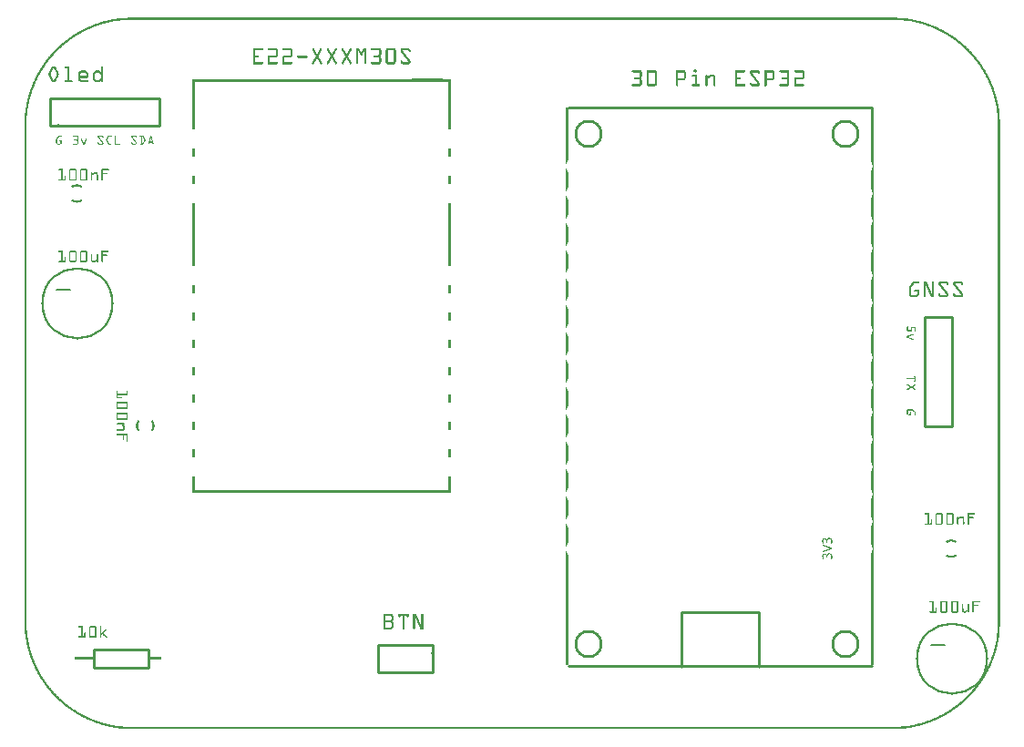
<source format=gto>
G04 MADE WITH FRITZING*
G04 WWW.FRITZING.ORG*
G04 DOUBLE SIDED*
G04 HOLES PLATED*
G04 CONTOUR ON CENTER OF CONTOUR VECTOR*
%ASAXBY*%
%FSLAX23Y23*%
%MOIN*%
%OFA0B0*%
%SFA1.0B1.0*%
%ADD10C,0.263906X0.247906*%
%ADD11C,0.103000X0.083*%
%ADD12R,0.112528X0.000000*%
%ADD13C,0.008000*%
%ADD14C,0.010000*%
%ADD15R,0.001000X0.001000*%
%LNSILK1*%
G90*
G70*
G54D10*
X192Y1561D03*
X3392Y261D03*
G54D11*
X2064Y312D03*
X3005Y312D03*
X2064Y2181D03*
X3005Y2181D03*
G54D12*
X1475Y2380D03*
G54D13*
X167Y1611D02*
X117Y1611D01*
D02*
X3367Y311D02*
X3317Y311D01*
G54D14*
D02*
X252Y294D02*
X452Y294D01*
D02*
X452Y294D02*
X452Y228D01*
D02*
X452Y228D02*
X252Y228D01*
D02*
X252Y228D02*
X252Y294D01*
D02*
X3292Y1511D02*
X3292Y1111D01*
D02*
X3292Y1111D02*
X3392Y1111D01*
D02*
X3392Y1111D02*
X3392Y1511D01*
D02*
X3392Y1511D02*
X3292Y1511D01*
D02*
X92Y2211D02*
X492Y2211D01*
D02*
X492Y2211D02*
X492Y2311D01*
D02*
X492Y2311D02*
X92Y2311D01*
D02*
X92Y2311D02*
X92Y2211D01*
D02*
X1492Y311D02*
X1292Y311D01*
D02*
X1292Y311D02*
X1292Y211D01*
D02*
X1292Y211D02*
X1492Y211D01*
D02*
X1492Y211D02*
X1492Y311D01*
D02*
X3100Y234D02*
X1990Y234D01*
D02*
X2404Y229D02*
X2404Y429D01*
D02*
X2686Y229D02*
X2686Y429D01*
D02*
X2404Y429D02*
X2684Y429D01*
D02*
X1990Y2275D02*
X3100Y2275D01*
G54D15*
X376Y2605D02*
X3193Y2605D01*
X361Y2604D02*
X3207Y2604D01*
X351Y2603D02*
X3218Y2603D01*
X343Y2602D02*
X3226Y2602D01*
X336Y2601D02*
X3233Y2601D01*
X330Y2600D02*
X3239Y2600D01*
X324Y2599D02*
X3245Y2599D01*
X319Y2598D02*
X3250Y2598D01*
X314Y2597D02*
X375Y2597D01*
X3194Y2597D02*
X3255Y2597D01*
X309Y2596D02*
X361Y2596D01*
X3208Y2596D02*
X3260Y2596D01*
X305Y2595D02*
X351Y2595D01*
X3218Y2595D02*
X3264Y2595D01*
X301Y2594D02*
X342Y2594D01*
X3227Y2594D02*
X3268Y2594D01*
X297Y2593D02*
X335Y2593D01*
X3234Y2593D02*
X3272Y2593D01*
X293Y2592D02*
X329Y2592D01*
X3240Y2592D02*
X3276Y2592D01*
X289Y2591D02*
X323Y2591D01*
X3246Y2591D02*
X3280Y2591D01*
X286Y2590D02*
X318Y2590D01*
X3251Y2590D02*
X3283Y2590D01*
X282Y2589D02*
X313Y2589D01*
X3256Y2589D02*
X3287Y2589D01*
X279Y2588D02*
X309Y2588D01*
X3260Y2588D02*
X3290Y2588D01*
X276Y2587D02*
X304Y2587D01*
X3265Y2587D02*
X3293Y2587D01*
X273Y2586D02*
X300Y2586D01*
X3269Y2586D02*
X3296Y2586D01*
X270Y2585D02*
X296Y2585D01*
X3273Y2585D02*
X3299Y2585D01*
X267Y2584D02*
X293Y2584D01*
X3276Y2584D02*
X3302Y2584D01*
X264Y2583D02*
X289Y2583D01*
X3280Y2583D02*
X3305Y2583D01*
X261Y2582D02*
X285Y2582D01*
X3284Y2582D02*
X3308Y2582D01*
X258Y2581D02*
X282Y2581D01*
X3287Y2581D02*
X3311Y2581D01*
X256Y2580D02*
X279Y2580D01*
X3290Y2580D02*
X3313Y2580D01*
X253Y2579D02*
X276Y2579D01*
X3293Y2579D02*
X3316Y2579D01*
X251Y2578D02*
X273Y2578D01*
X3296Y2578D02*
X3318Y2578D01*
X248Y2577D02*
X270Y2577D01*
X3299Y2577D02*
X3321Y2577D01*
X246Y2576D02*
X267Y2576D01*
X3302Y2576D02*
X3323Y2576D01*
X243Y2575D02*
X264Y2575D01*
X3305Y2575D02*
X3326Y2575D01*
X241Y2574D02*
X261Y2574D01*
X3308Y2574D02*
X3328Y2574D01*
X238Y2573D02*
X258Y2573D01*
X3311Y2573D02*
X3331Y2573D01*
X236Y2572D02*
X256Y2572D01*
X3313Y2572D02*
X3333Y2572D01*
X234Y2571D02*
X253Y2571D01*
X3316Y2571D02*
X3335Y2571D01*
X232Y2570D02*
X251Y2570D01*
X3318Y2570D02*
X3337Y2570D01*
X229Y2569D02*
X248Y2569D01*
X3321Y2569D02*
X3340Y2569D01*
X227Y2568D02*
X246Y2568D01*
X3323Y2568D02*
X3342Y2568D01*
X225Y2567D02*
X243Y2567D01*
X3326Y2567D02*
X3344Y2567D01*
X223Y2566D02*
X241Y2566D01*
X3328Y2566D02*
X3346Y2566D01*
X221Y2565D02*
X239Y2565D01*
X3330Y2565D02*
X3348Y2565D01*
X219Y2564D02*
X237Y2564D01*
X3332Y2564D02*
X3350Y2564D01*
X217Y2563D02*
X234Y2563D01*
X3335Y2563D02*
X3352Y2563D01*
X215Y2562D02*
X232Y2562D01*
X3337Y2562D02*
X3354Y2562D01*
X213Y2561D02*
X230Y2561D01*
X3339Y2561D02*
X3356Y2561D01*
X211Y2560D02*
X228Y2560D01*
X3341Y2560D02*
X3358Y2560D01*
X209Y2559D02*
X226Y2559D01*
X3343Y2559D02*
X3360Y2559D01*
X207Y2558D02*
X224Y2558D01*
X3345Y2558D02*
X3362Y2558D01*
X205Y2557D02*
X222Y2557D01*
X3347Y2557D02*
X3364Y2557D01*
X204Y2556D02*
X220Y2556D01*
X3349Y2556D02*
X3365Y2556D01*
X202Y2555D02*
X218Y2555D01*
X3351Y2555D02*
X3367Y2555D01*
X200Y2554D02*
X216Y2554D01*
X3353Y2554D02*
X3369Y2554D01*
X198Y2553D02*
X214Y2553D01*
X3355Y2553D02*
X3371Y2553D01*
X197Y2552D02*
X212Y2552D01*
X3357Y2552D02*
X3372Y2552D01*
X195Y2551D02*
X210Y2551D01*
X3359Y2551D02*
X3374Y2551D01*
X193Y2550D02*
X208Y2550D01*
X3361Y2550D02*
X3376Y2550D01*
X191Y2549D02*
X206Y2549D01*
X3363Y2549D02*
X3378Y2549D01*
X190Y2548D02*
X205Y2548D01*
X3364Y2548D02*
X3379Y2548D01*
X188Y2547D02*
X203Y2547D01*
X3366Y2547D02*
X3381Y2547D01*
X187Y2546D02*
X201Y2546D01*
X3368Y2546D02*
X3382Y2546D01*
X185Y2545D02*
X199Y2545D01*
X3370Y2545D02*
X3384Y2545D01*
X184Y2544D02*
X198Y2544D01*
X3371Y2544D02*
X3385Y2544D01*
X182Y2543D02*
X196Y2543D01*
X3373Y2543D02*
X3387Y2543D01*
X180Y2542D02*
X194Y2542D01*
X3375Y2542D02*
X3389Y2542D01*
X179Y2541D02*
X192Y2541D01*
X3376Y2541D02*
X3390Y2541D01*
X177Y2540D02*
X191Y2540D01*
X3378Y2540D02*
X3392Y2540D01*
X176Y2539D02*
X189Y2539D01*
X3380Y2539D02*
X3393Y2539D01*
X174Y2538D02*
X188Y2538D01*
X3381Y2538D02*
X3395Y2538D01*
X173Y2537D02*
X186Y2537D01*
X3383Y2537D02*
X3396Y2537D01*
X171Y2536D02*
X185Y2536D01*
X3384Y2536D02*
X3398Y2536D01*
X170Y2535D02*
X183Y2535D01*
X3386Y2535D02*
X3399Y2535D01*
X168Y2534D02*
X182Y2534D01*
X3387Y2534D02*
X3401Y2534D01*
X167Y2533D02*
X180Y2533D01*
X3389Y2533D02*
X3402Y2533D01*
X166Y2532D02*
X178Y2532D01*
X3391Y2532D02*
X3403Y2532D01*
X164Y2531D02*
X177Y2531D01*
X3392Y2531D02*
X3405Y2531D01*
X163Y2530D02*
X176Y2530D01*
X3393Y2530D02*
X3406Y2530D01*
X161Y2529D02*
X174Y2529D01*
X3395Y2529D02*
X3408Y2529D01*
X160Y2528D02*
X173Y2528D01*
X3396Y2528D02*
X3409Y2528D01*
X159Y2527D02*
X171Y2527D01*
X3398Y2527D02*
X3410Y2527D01*
X157Y2526D02*
X170Y2526D01*
X3399Y2526D02*
X3412Y2526D01*
X156Y2525D02*
X168Y2525D01*
X3401Y2525D02*
X3413Y2525D01*
X155Y2524D02*
X167Y2524D01*
X3402Y2524D02*
X3414Y2524D01*
X153Y2523D02*
X166Y2523D01*
X3403Y2523D02*
X3416Y2523D01*
X152Y2522D02*
X164Y2522D01*
X3405Y2522D02*
X3417Y2522D01*
X151Y2521D02*
X163Y2521D01*
X3406Y2521D02*
X3418Y2521D01*
X150Y2520D02*
X162Y2520D01*
X3407Y2520D02*
X3419Y2520D01*
X148Y2519D02*
X160Y2519D01*
X3409Y2519D02*
X3421Y2519D01*
X147Y2518D02*
X159Y2518D01*
X3410Y2518D02*
X3422Y2518D01*
X146Y2517D02*
X158Y2517D01*
X3411Y2517D02*
X3423Y2517D01*
X144Y2516D02*
X156Y2516D01*
X3413Y2516D02*
X3425Y2516D01*
X143Y2515D02*
X155Y2515D01*
X3414Y2515D02*
X3426Y2515D01*
X142Y2514D02*
X154Y2514D01*
X3415Y2514D02*
X3427Y2514D01*
X141Y2513D02*
X153Y2513D01*
X3416Y2513D02*
X3428Y2513D01*
X140Y2512D02*
X151Y2512D01*
X3418Y2512D02*
X3429Y2512D01*
X139Y2511D02*
X150Y2511D01*
X3419Y2511D02*
X3430Y2511D01*
X137Y2510D02*
X149Y2510D01*
X3420Y2510D02*
X3432Y2510D01*
X136Y2509D02*
X148Y2509D01*
X3421Y2509D02*
X3433Y2509D01*
X135Y2508D02*
X146Y2508D01*
X3423Y2508D02*
X3434Y2508D01*
X134Y2507D02*
X145Y2507D01*
X3424Y2507D02*
X3435Y2507D01*
X133Y2506D02*
X144Y2506D01*
X3425Y2506D02*
X3436Y2506D01*
X132Y2505D02*
X143Y2505D01*
X3426Y2505D02*
X3437Y2505D01*
X130Y2504D02*
X142Y2504D01*
X3427Y2504D02*
X3439Y2504D01*
X129Y2503D02*
X141Y2503D01*
X3428Y2503D02*
X3440Y2503D01*
X128Y2502D02*
X139Y2502D01*
X3430Y2502D02*
X3441Y2502D01*
X127Y2501D02*
X138Y2501D01*
X3431Y2501D02*
X3442Y2501D01*
X126Y2500D02*
X137Y2500D01*
X3432Y2500D02*
X3443Y2500D01*
X125Y2499D02*
X136Y2499D01*
X3433Y2499D02*
X3444Y2499D01*
X124Y2498D02*
X135Y2498D01*
X3434Y2498D02*
X3445Y2498D01*
X123Y2497D02*
X134Y2497D01*
X3435Y2497D02*
X3446Y2497D01*
X122Y2496D02*
X133Y2496D01*
X3436Y2496D02*
X3447Y2496D01*
X121Y2495D02*
X132Y2495D01*
X3437Y2495D02*
X3448Y2495D01*
X120Y2494D02*
X130Y2494D01*
X3439Y2494D02*
X3449Y2494D01*
X119Y2493D02*
X129Y2493D01*
X837Y2493D02*
X870Y2493D01*
X893Y2493D02*
X920Y2493D01*
X947Y2493D02*
X974Y2493D01*
X1055Y2493D02*
X1056Y2493D01*
X1085Y2493D02*
X1086Y2493D01*
X1109Y2493D02*
X1110Y2493D01*
X1139Y2493D02*
X1140Y2493D01*
X1163Y2493D02*
X1164Y2493D01*
X1193Y2493D02*
X1194Y2493D01*
X1215Y2493D02*
X1223Y2493D01*
X1242Y2493D02*
X1250Y2493D01*
X1271Y2493D02*
X1298Y2493D01*
X1328Y2493D02*
X1352Y2493D01*
X1383Y2493D02*
X1404Y2493D01*
X3440Y2493D02*
X3450Y2493D01*
X118Y2492D02*
X128Y2492D01*
X836Y2492D02*
X872Y2492D01*
X892Y2492D02*
X923Y2492D01*
X946Y2492D02*
X977Y2492D01*
X1053Y2492D02*
X1058Y2492D01*
X1083Y2492D02*
X1087Y2492D01*
X1107Y2492D02*
X1112Y2492D01*
X1137Y2492D02*
X1141Y2492D01*
X1161Y2492D02*
X1166Y2492D01*
X1191Y2492D02*
X1195Y2492D01*
X1214Y2492D02*
X1224Y2492D01*
X1241Y2492D02*
X1251Y2492D01*
X1269Y2492D02*
X1301Y2492D01*
X1326Y2492D02*
X1355Y2492D01*
X1380Y2492D02*
X1407Y2492D01*
X3441Y2492D02*
X3451Y2492D01*
X117Y2491D02*
X127Y2491D01*
X836Y2491D02*
X872Y2491D01*
X891Y2491D02*
X924Y2491D01*
X945Y2491D02*
X978Y2491D01*
X1053Y2491D02*
X1059Y2491D01*
X1082Y2491D02*
X1088Y2491D01*
X1107Y2491D02*
X1112Y2491D01*
X1136Y2491D02*
X1142Y2491D01*
X1161Y2491D02*
X1166Y2491D01*
X1190Y2491D02*
X1196Y2491D01*
X1214Y2491D02*
X1224Y2491D01*
X1241Y2491D02*
X1251Y2491D01*
X1269Y2491D02*
X1302Y2491D01*
X1325Y2491D02*
X1356Y2491D01*
X1379Y2491D02*
X1408Y2491D01*
X3442Y2491D02*
X3452Y2491D01*
X116Y2490D02*
X126Y2490D01*
X836Y2490D02*
X873Y2490D01*
X890Y2490D02*
X925Y2490D01*
X944Y2490D02*
X979Y2490D01*
X1052Y2490D02*
X1059Y2490D01*
X1082Y2490D02*
X1089Y2490D01*
X1106Y2490D02*
X1113Y2490D01*
X1136Y2490D02*
X1143Y2490D01*
X1160Y2490D02*
X1167Y2490D01*
X1190Y2490D02*
X1197Y2490D01*
X1214Y2490D02*
X1225Y2490D01*
X1240Y2490D02*
X1251Y2490D01*
X1268Y2490D02*
X1303Y2490D01*
X1324Y2490D02*
X1357Y2490D01*
X1378Y2490D02*
X1410Y2490D01*
X3443Y2490D02*
X3453Y2490D01*
X115Y2489D02*
X125Y2489D01*
X836Y2489D02*
X873Y2489D01*
X890Y2489D02*
X926Y2489D01*
X944Y2489D02*
X980Y2489D01*
X1052Y2489D02*
X1060Y2489D01*
X1081Y2489D02*
X1089Y2489D01*
X1106Y2489D02*
X1114Y2489D01*
X1135Y2489D02*
X1143Y2489D01*
X1160Y2489D02*
X1168Y2489D01*
X1189Y2489D02*
X1197Y2489D01*
X1214Y2489D02*
X1226Y2489D01*
X1239Y2489D02*
X1251Y2489D01*
X1268Y2489D02*
X1304Y2489D01*
X1323Y2489D02*
X1358Y2489D01*
X1377Y2489D02*
X1410Y2489D01*
X3444Y2489D02*
X3454Y2489D01*
X114Y2488D02*
X124Y2488D01*
X836Y2488D02*
X872Y2488D01*
X891Y2488D02*
X926Y2488D01*
X945Y2488D02*
X980Y2488D01*
X1053Y2488D02*
X1060Y2488D01*
X1081Y2488D02*
X1088Y2488D01*
X1107Y2488D02*
X1114Y2488D01*
X1135Y2488D02*
X1142Y2488D01*
X1161Y2488D02*
X1168Y2488D01*
X1189Y2488D02*
X1196Y2488D01*
X1214Y2488D02*
X1226Y2488D01*
X1238Y2488D02*
X1251Y2488D01*
X1269Y2488D02*
X1304Y2488D01*
X1323Y2488D02*
X1358Y2488D01*
X1377Y2488D02*
X1411Y2488D01*
X3445Y2488D02*
X3455Y2488D01*
X113Y2487D02*
X123Y2487D01*
X836Y2487D02*
X872Y2487D01*
X891Y2487D02*
X927Y2487D01*
X945Y2487D02*
X981Y2487D01*
X1053Y2487D02*
X1061Y2487D01*
X1080Y2487D02*
X1088Y2487D01*
X1107Y2487D02*
X1115Y2487D01*
X1134Y2487D02*
X1142Y2487D01*
X1161Y2487D02*
X1169Y2487D01*
X1188Y2487D02*
X1196Y2487D01*
X1214Y2487D02*
X1227Y2487D01*
X1238Y2487D02*
X1251Y2487D01*
X1269Y2487D02*
X1304Y2487D01*
X1322Y2487D02*
X1358Y2487D01*
X1377Y2487D02*
X1412Y2487D01*
X3446Y2487D02*
X3456Y2487D01*
X112Y2486D02*
X122Y2486D01*
X836Y2486D02*
X871Y2486D01*
X892Y2486D02*
X927Y2486D01*
X946Y2486D02*
X981Y2486D01*
X1054Y2486D02*
X1061Y2486D01*
X1079Y2486D02*
X1087Y2486D01*
X1108Y2486D02*
X1115Y2486D01*
X1133Y2486D02*
X1141Y2486D01*
X1162Y2486D02*
X1169Y2486D01*
X1187Y2486D02*
X1195Y2486D01*
X1214Y2486D02*
X1228Y2486D01*
X1237Y2486D02*
X1251Y2486D01*
X1270Y2486D02*
X1305Y2486D01*
X1322Y2486D02*
X1359Y2486D01*
X1376Y2486D02*
X1412Y2486D01*
X3447Y2486D02*
X3457Y2486D01*
X111Y2485D02*
X121Y2485D01*
X836Y2485D02*
X843Y2485D01*
X920Y2485D02*
X927Y2485D01*
X974Y2485D02*
X981Y2485D01*
X1054Y2485D02*
X1062Y2485D01*
X1079Y2485D02*
X1087Y2485D01*
X1108Y2485D02*
X1116Y2485D01*
X1133Y2485D02*
X1141Y2485D01*
X1162Y2485D02*
X1170Y2485D01*
X1187Y2485D02*
X1195Y2485D01*
X1214Y2485D02*
X1228Y2485D01*
X1236Y2485D02*
X1251Y2485D01*
X1298Y2485D02*
X1305Y2485D01*
X1322Y2485D02*
X1329Y2485D01*
X1352Y2485D02*
X1359Y2485D01*
X1376Y2485D02*
X1383Y2485D01*
X1405Y2485D02*
X1412Y2485D01*
X3448Y2485D02*
X3458Y2485D01*
X110Y2484D02*
X120Y2484D01*
X836Y2484D02*
X843Y2484D01*
X920Y2484D02*
X927Y2484D01*
X974Y2484D02*
X981Y2484D01*
X1055Y2484D02*
X1063Y2484D01*
X1078Y2484D02*
X1086Y2484D01*
X1109Y2484D02*
X1117Y2484D01*
X1132Y2484D02*
X1140Y2484D01*
X1163Y2484D02*
X1171Y2484D01*
X1186Y2484D02*
X1194Y2484D01*
X1214Y2484D02*
X1229Y2484D01*
X1236Y2484D02*
X1251Y2484D01*
X1298Y2484D02*
X1305Y2484D01*
X1322Y2484D02*
X1329Y2484D01*
X1352Y2484D02*
X1359Y2484D01*
X1376Y2484D02*
X1383Y2484D01*
X1406Y2484D02*
X1412Y2484D01*
X3449Y2484D02*
X3459Y2484D01*
X109Y2483D02*
X119Y2483D01*
X836Y2483D02*
X843Y2483D01*
X920Y2483D02*
X927Y2483D01*
X974Y2483D02*
X981Y2483D01*
X1055Y2483D02*
X1063Y2483D01*
X1078Y2483D02*
X1086Y2483D01*
X1109Y2483D02*
X1117Y2483D01*
X1132Y2483D02*
X1140Y2483D01*
X1163Y2483D02*
X1171Y2483D01*
X1186Y2483D02*
X1193Y2483D01*
X1214Y2483D02*
X1230Y2483D01*
X1235Y2483D02*
X1251Y2483D01*
X1298Y2483D02*
X1305Y2483D01*
X1322Y2483D02*
X1329Y2483D01*
X1352Y2483D02*
X1359Y2483D01*
X1376Y2483D02*
X1384Y2483D01*
X1406Y2483D02*
X1413Y2483D01*
X3450Y2483D02*
X3460Y2483D01*
X108Y2482D02*
X118Y2482D01*
X836Y2482D02*
X843Y2482D01*
X920Y2482D02*
X927Y2482D01*
X974Y2482D02*
X981Y2482D01*
X1056Y2482D02*
X1064Y2482D01*
X1077Y2482D02*
X1085Y2482D01*
X1110Y2482D02*
X1118Y2482D01*
X1131Y2482D02*
X1139Y2482D01*
X1164Y2482D02*
X1172Y2482D01*
X1185Y2482D02*
X1193Y2482D01*
X1214Y2482D02*
X1231Y2482D01*
X1234Y2482D02*
X1251Y2482D01*
X1298Y2482D02*
X1305Y2482D01*
X1322Y2482D02*
X1329Y2482D01*
X1352Y2482D02*
X1359Y2482D01*
X1377Y2482D02*
X1385Y2482D01*
X1406Y2482D02*
X1412Y2482D01*
X3451Y2482D02*
X3461Y2482D01*
X107Y2481D02*
X117Y2481D01*
X836Y2481D02*
X843Y2481D01*
X920Y2481D02*
X927Y2481D01*
X974Y2481D02*
X981Y2481D01*
X1057Y2481D02*
X1064Y2481D01*
X1077Y2481D02*
X1084Y2481D01*
X1111Y2481D02*
X1118Y2481D01*
X1131Y2481D02*
X1138Y2481D01*
X1165Y2481D02*
X1172Y2481D01*
X1185Y2481D02*
X1192Y2481D01*
X1214Y2481D02*
X1221Y2481D01*
X1223Y2481D02*
X1231Y2481D01*
X1234Y2481D02*
X1242Y2481D01*
X1244Y2481D02*
X1251Y2481D01*
X1298Y2481D02*
X1305Y2481D01*
X1322Y2481D02*
X1329Y2481D01*
X1352Y2481D02*
X1359Y2481D01*
X1377Y2481D02*
X1385Y2481D01*
X1407Y2481D02*
X1412Y2481D01*
X3452Y2481D02*
X3462Y2481D01*
X106Y2480D02*
X116Y2480D01*
X836Y2480D02*
X843Y2480D01*
X920Y2480D02*
X927Y2480D01*
X974Y2480D02*
X981Y2480D01*
X1057Y2480D02*
X1065Y2480D01*
X1076Y2480D02*
X1084Y2480D01*
X1111Y2480D02*
X1119Y2480D01*
X1130Y2480D02*
X1138Y2480D01*
X1165Y2480D02*
X1173Y2480D01*
X1184Y2480D02*
X1192Y2480D01*
X1214Y2480D02*
X1221Y2480D01*
X1224Y2480D02*
X1241Y2480D01*
X1244Y2480D02*
X1251Y2480D01*
X1298Y2480D02*
X1305Y2480D01*
X1322Y2480D02*
X1329Y2480D01*
X1352Y2480D02*
X1359Y2480D01*
X1378Y2480D02*
X1386Y2480D01*
X1408Y2480D02*
X1411Y2480D01*
X3453Y2480D02*
X3463Y2480D01*
X105Y2479D02*
X115Y2479D01*
X836Y2479D02*
X843Y2479D01*
X920Y2479D02*
X927Y2479D01*
X974Y2479D02*
X981Y2479D01*
X1058Y2479D02*
X1066Y2479D01*
X1075Y2479D02*
X1083Y2479D01*
X1112Y2479D02*
X1120Y2479D01*
X1129Y2479D02*
X1137Y2479D01*
X1166Y2479D02*
X1174Y2479D01*
X1183Y2479D02*
X1191Y2479D01*
X1214Y2479D02*
X1221Y2479D01*
X1224Y2479D02*
X1240Y2479D01*
X1244Y2479D02*
X1251Y2479D01*
X1298Y2479D02*
X1305Y2479D01*
X1322Y2479D02*
X1329Y2479D01*
X1352Y2479D02*
X1359Y2479D01*
X1378Y2479D02*
X1387Y2479D01*
X3454Y2479D02*
X3464Y2479D01*
X104Y2478D02*
X114Y2478D01*
X836Y2478D02*
X843Y2478D01*
X920Y2478D02*
X927Y2478D01*
X974Y2478D02*
X981Y2478D01*
X1058Y2478D02*
X1066Y2478D01*
X1075Y2478D02*
X1083Y2478D01*
X1112Y2478D02*
X1120Y2478D01*
X1129Y2478D02*
X1137Y2478D01*
X1166Y2478D02*
X1174Y2478D01*
X1183Y2478D02*
X1191Y2478D01*
X1214Y2478D02*
X1221Y2478D01*
X1225Y2478D02*
X1240Y2478D01*
X1244Y2478D02*
X1251Y2478D01*
X1298Y2478D02*
X1305Y2478D01*
X1322Y2478D02*
X1329Y2478D01*
X1352Y2478D02*
X1359Y2478D01*
X1379Y2478D02*
X1388Y2478D01*
X3455Y2478D02*
X3465Y2478D01*
X103Y2477D02*
X113Y2477D01*
X836Y2477D02*
X843Y2477D01*
X920Y2477D02*
X927Y2477D01*
X974Y2477D02*
X981Y2477D01*
X1059Y2477D02*
X1067Y2477D01*
X1074Y2477D02*
X1082Y2477D01*
X1113Y2477D02*
X1121Y2477D01*
X1128Y2477D02*
X1136Y2477D01*
X1167Y2477D02*
X1175Y2477D01*
X1182Y2477D02*
X1190Y2477D01*
X1214Y2477D02*
X1221Y2477D01*
X1226Y2477D02*
X1239Y2477D01*
X1244Y2477D02*
X1251Y2477D01*
X1298Y2477D02*
X1305Y2477D01*
X1322Y2477D02*
X1329Y2477D01*
X1352Y2477D02*
X1359Y2477D01*
X1380Y2477D02*
X1388Y2477D01*
X3456Y2477D02*
X3466Y2477D01*
X102Y2476D02*
X112Y2476D01*
X836Y2476D02*
X843Y2476D01*
X920Y2476D02*
X927Y2476D01*
X974Y2476D02*
X981Y2476D01*
X1059Y2476D02*
X1067Y2476D01*
X1074Y2476D02*
X1081Y2476D01*
X1113Y2476D02*
X1121Y2476D01*
X1128Y2476D02*
X1135Y2476D01*
X1167Y2476D02*
X1175Y2476D01*
X1182Y2476D02*
X1189Y2476D01*
X1214Y2476D02*
X1221Y2476D01*
X1226Y2476D02*
X1238Y2476D01*
X1244Y2476D02*
X1251Y2476D01*
X1298Y2476D02*
X1305Y2476D01*
X1322Y2476D02*
X1329Y2476D01*
X1352Y2476D02*
X1359Y2476D01*
X1381Y2476D02*
X1389Y2476D01*
X3457Y2476D02*
X3467Y2476D01*
X101Y2475D02*
X111Y2475D01*
X836Y2475D02*
X843Y2475D01*
X920Y2475D02*
X927Y2475D01*
X974Y2475D02*
X981Y2475D01*
X1060Y2475D02*
X1068Y2475D01*
X1073Y2475D02*
X1081Y2475D01*
X1114Y2475D02*
X1122Y2475D01*
X1127Y2475D02*
X1135Y2475D01*
X1168Y2475D02*
X1176Y2475D01*
X1181Y2475D02*
X1189Y2475D01*
X1214Y2475D02*
X1221Y2475D01*
X1227Y2475D02*
X1238Y2475D01*
X1244Y2475D02*
X1251Y2475D01*
X1298Y2475D02*
X1305Y2475D01*
X1322Y2475D02*
X1329Y2475D01*
X1352Y2475D02*
X1359Y2475D01*
X1381Y2475D02*
X1390Y2475D01*
X3458Y2475D02*
X3468Y2475D01*
X101Y2474D02*
X110Y2474D01*
X836Y2474D02*
X843Y2474D01*
X920Y2474D02*
X927Y2474D01*
X974Y2474D02*
X981Y2474D01*
X1061Y2474D02*
X1069Y2474D01*
X1072Y2474D02*
X1080Y2474D01*
X1115Y2474D02*
X1122Y2474D01*
X1126Y2474D02*
X1134Y2474D01*
X1169Y2474D02*
X1176Y2474D01*
X1180Y2474D02*
X1188Y2474D01*
X1214Y2474D02*
X1221Y2474D01*
X1228Y2474D02*
X1237Y2474D01*
X1244Y2474D02*
X1251Y2474D01*
X1298Y2474D02*
X1305Y2474D01*
X1322Y2474D02*
X1329Y2474D01*
X1352Y2474D02*
X1359Y2474D01*
X1382Y2474D02*
X1391Y2474D01*
X3459Y2474D02*
X3468Y2474D01*
X100Y2473D02*
X109Y2473D01*
X836Y2473D02*
X843Y2473D01*
X920Y2473D02*
X927Y2473D01*
X974Y2473D02*
X981Y2473D01*
X1061Y2473D02*
X1069Y2473D01*
X1072Y2473D02*
X1080Y2473D01*
X1115Y2473D02*
X1123Y2473D01*
X1126Y2473D02*
X1134Y2473D01*
X1169Y2473D02*
X1177Y2473D01*
X1180Y2473D02*
X1188Y2473D01*
X1214Y2473D02*
X1221Y2473D01*
X1229Y2473D02*
X1236Y2473D01*
X1244Y2473D02*
X1251Y2473D01*
X1298Y2473D02*
X1305Y2473D01*
X1322Y2473D02*
X1329Y2473D01*
X1352Y2473D02*
X1359Y2473D01*
X1383Y2473D02*
X1392Y2473D01*
X3460Y2473D02*
X3469Y2473D01*
X99Y2472D02*
X108Y2472D01*
X836Y2472D02*
X843Y2472D01*
X920Y2472D02*
X927Y2472D01*
X974Y2472D02*
X981Y2472D01*
X1062Y2472D02*
X1079Y2472D01*
X1116Y2472D02*
X1133Y2472D01*
X1170Y2472D02*
X1187Y2472D01*
X1214Y2472D02*
X1221Y2472D01*
X1229Y2472D02*
X1236Y2472D01*
X1244Y2472D02*
X1251Y2472D01*
X1298Y2472D02*
X1305Y2472D01*
X1322Y2472D02*
X1329Y2472D01*
X1352Y2472D02*
X1359Y2472D01*
X1384Y2472D02*
X1392Y2472D01*
X3461Y2472D02*
X3470Y2472D01*
X98Y2471D02*
X108Y2471D01*
X836Y2471D02*
X843Y2471D01*
X920Y2471D02*
X927Y2471D01*
X974Y2471D02*
X981Y2471D01*
X1062Y2471D02*
X1079Y2471D01*
X1116Y2471D02*
X1132Y2471D01*
X1170Y2471D02*
X1186Y2471D01*
X1214Y2471D02*
X1221Y2471D01*
X1229Y2471D02*
X1236Y2471D01*
X1244Y2471D02*
X1251Y2471D01*
X1298Y2471D02*
X1305Y2471D01*
X1322Y2471D02*
X1329Y2471D01*
X1352Y2471D02*
X1359Y2471D01*
X1384Y2471D02*
X1393Y2471D01*
X3461Y2471D02*
X3471Y2471D01*
X97Y2470D02*
X107Y2470D01*
X836Y2470D02*
X843Y2470D01*
X920Y2470D02*
X927Y2470D01*
X974Y2470D02*
X981Y2470D01*
X1063Y2470D02*
X1078Y2470D01*
X1117Y2470D02*
X1132Y2470D01*
X1171Y2470D02*
X1186Y2470D01*
X1214Y2470D02*
X1221Y2470D01*
X1229Y2470D02*
X1236Y2470D01*
X1244Y2470D02*
X1251Y2470D01*
X1298Y2470D02*
X1304Y2470D01*
X1322Y2470D02*
X1329Y2470D01*
X1352Y2470D02*
X1359Y2470D01*
X1385Y2470D02*
X1394Y2470D01*
X3462Y2470D02*
X3472Y2470D01*
X96Y2469D02*
X106Y2469D01*
X836Y2469D02*
X843Y2469D01*
X920Y2469D02*
X927Y2469D01*
X974Y2469D02*
X981Y2469D01*
X1064Y2469D02*
X1077Y2469D01*
X1118Y2469D02*
X1131Y2469D01*
X1172Y2469D02*
X1185Y2469D01*
X1214Y2469D02*
X1221Y2469D01*
X1229Y2469D02*
X1235Y2469D01*
X1244Y2469D02*
X1251Y2469D01*
X1297Y2469D02*
X1304Y2469D01*
X1322Y2469D02*
X1329Y2469D01*
X1352Y2469D02*
X1359Y2469D01*
X1386Y2469D02*
X1395Y2469D01*
X3463Y2469D02*
X3473Y2469D01*
X95Y2468D02*
X105Y2468D01*
X836Y2468D02*
X843Y2468D01*
X920Y2468D02*
X927Y2468D01*
X974Y2468D02*
X981Y2468D01*
X1064Y2468D02*
X1077Y2468D01*
X1118Y2468D02*
X1131Y2468D01*
X1172Y2468D02*
X1185Y2468D01*
X1214Y2468D02*
X1221Y2468D01*
X1230Y2468D02*
X1235Y2468D01*
X1244Y2468D02*
X1251Y2468D01*
X1295Y2468D02*
X1304Y2468D01*
X1322Y2468D02*
X1329Y2468D01*
X1352Y2468D02*
X1359Y2468D01*
X1387Y2468D02*
X1395Y2468D01*
X3464Y2468D02*
X3474Y2468D01*
X94Y2467D02*
X104Y2467D01*
X836Y2467D02*
X856Y2467D01*
X895Y2467D02*
X927Y2467D01*
X949Y2467D02*
X981Y2467D01*
X1000Y2467D02*
X1033Y2467D01*
X1065Y2467D02*
X1076Y2467D01*
X1119Y2467D02*
X1130Y2467D01*
X1173Y2467D02*
X1184Y2467D01*
X1214Y2467D02*
X1221Y2467D01*
X1231Y2467D02*
X1234Y2467D01*
X1244Y2467D02*
X1251Y2467D01*
X1277Y2467D02*
X1304Y2467D01*
X1322Y2467D02*
X1329Y2467D01*
X1352Y2467D02*
X1359Y2467D01*
X1387Y2467D02*
X1396Y2467D01*
X3465Y2467D02*
X3475Y2467D01*
X94Y2466D02*
X103Y2466D01*
X836Y2466D02*
X857Y2466D01*
X893Y2466D02*
X927Y2466D01*
X947Y2466D02*
X980Y2466D01*
X999Y2466D02*
X1034Y2466D01*
X1065Y2466D02*
X1076Y2466D01*
X1119Y2466D02*
X1130Y2466D01*
X1173Y2466D02*
X1184Y2466D01*
X1214Y2466D02*
X1221Y2466D01*
X1244Y2466D02*
X1251Y2466D01*
X1276Y2466D02*
X1303Y2466D01*
X1322Y2466D02*
X1329Y2466D01*
X1352Y2466D02*
X1359Y2466D01*
X1388Y2466D02*
X1397Y2466D01*
X3466Y2466D02*
X3475Y2466D01*
X93Y2465D02*
X102Y2465D01*
X836Y2465D02*
X858Y2465D01*
X892Y2465D02*
X926Y2465D01*
X946Y2465D02*
X980Y2465D01*
X999Y2465D02*
X1034Y2465D01*
X1066Y2465D02*
X1075Y2465D01*
X1120Y2465D02*
X1129Y2465D01*
X1174Y2465D02*
X1183Y2465D01*
X1214Y2465D02*
X1221Y2465D01*
X1244Y2465D02*
X1251Y2465D01*
X1276Y2465D02*
X1302Y2465D01*
X1322Y2465D02*
X1329Y2465D01*
X1352Y2465D02*
X1359Y2465D01*
X1389Y2465D02*
X1398Y2465D01*
X3467Y2465D02*
X3476Y2465D01*
X92Y2464D02*
X101Y2464D01*
X836Y2464D02*
X858Y2464D01*
X891Y2464D02*
X926Y2464D01*
X945Y2464D02*
X980Y2464D01*
X998Y2464D02*
X1035Y2464D01*
X1066Y2464D02*
X1074Y2464D01*
X1120Y2464D02*
X1128Y2464D01*
X1174Y2464D02*
X1182Y2464D01*
X1214Y2464D02*
X1221Y2464D01*
X1244Y2464D02*
X1251Y2464D01*
X1276Y2464D02*
X1302Y2464D01*
X1322Y2464D02*
X1329Y2464D01*
X1352Y2464D02*
X1359Y2464D01*
X1390Y2464D02*
X1399Y2464D01*
X3468Y2464D02*
X3477Y2464D01*
X91Y2463D02*
X101Y2463D01*
X836Y2463D02*
X858Y2463D01*
X891Y2463D02*
X925Y2463D01*
X945Y2463D02*
X979Y2463D01*
X998Y2463D02*
X1035Y2463D01*
X1066Y2463D02*
X1075Y2463D01*
X1120Y2463D02*
X1129Y2463D01*
X1174Y2463D02*
X1183Y2463D01*
X1214Y2463D02*
X1221Y2463D01*
X1244Y2463D02*
X1251Y2463D01*
X1276Y2463D02*
X1302Y2463D01*
X1322Y2463D02*
X1329Y2463D01*
X1352Y2463D02*
X1359Y2463D01*
X1391Y2463D02*
X1399Y2463D01*
X3468Y2463D02*
X3478Y2463D01*
X90Y2462D02*
X100Y2462D01*
X836Y2462D02*
X857Y2462D01*
X891Y2462D02*
X924Y2462D01*
X945Y2462D02*
X978Y2462D01*
X998Y2462D02*
X1035Y2462D01*
X1065Y2462D02*
X1075Y2462D01*
X1119Y2462D02*
X1129Y2462D01*
X1173Y2462D02*
X1183Y2462D01*
X1214Y2462D02*
X1221Y2462D01*
X1244Y2462D02*
X1251Y2462D01*
X1276Y2462D02*
X1303Y2462D01*
X1322Y2462D02*
X1329Y2462D01*
X1352Y2462D02*
X1359Y2462D01*
X1391Y2462D02*
X1400Y2462D01*
X3469Y2462D02*
X3479Y2462D01*
X89Y2461D02*
X99Y2461D01*
X836Y2461D02*
X856Y2461D01*
X890Y2461D02*
X923Y2461D01*
X944Y2461D02*
X977Y2461D01*
X998Y2461D02*
X1035Y2461D01*
X1065Y2461D02*
X1076Y2461D01*
X1119Y2461D02*
X1130Y2461D01*
X1173Y2461D02*
X1184Y2461D01*
X1214Y2461D02*
X1221Y2461D01*
X1244Y2461D02*
X1251Y2461D01*
X1277Y2461D02*
X1304Y2461D01*
X1322Y2461D02*
X1329Y2461D01*
X1352Y2461D02*
X1359Y2461D01*
X1392Y2461D02*
X1401Y2461D01*
X3470Y2461D02*
X3480Y2461D01*
X89Y2460D02*
X98Y2460D01*
X836Y2460D02*
X843Y2460D01*
X890Y2460D02*
X897Y2460D01*
X944Y2460D02*
X951Y2460D01*
X998Y2460D02*
X1035Y2460D01*
X1064Y2460D02*
X1077Y2460D01*
X1118Y2460D02*
X1131Y2460D01*
X1172Y2460D02*
X1185Y2460D01*
X1214Y2460D02*
X1221Y2460D01*
X1244Y2460D02*
X1251Y2460D01*
X1295Y2460D02*
X1304Y2460D01*
X1322Y2460D02*
X1329Y2460D01*
X1352Y2460D02*
X1359Y2460D01*
X1393Y2460D02*
X1402Y2460D01*
X3471Y2460D02*
X3480Y2460D01*
X88Y2459D02*
X97Y2459D01*
X836Y2459D02*
X843Y2459D01*
X890Y2459D02*
X897Y2459D01*
X944Y2459D02*
X951Y2459D01*
X999Y2459D02*
X1034Y2459D01*
X1064Y2459D02*
X1077Y2459D01*
X1118Y2459D02*
X1131Y2459D01*
X1172Y2459D02*
X1185Y2459D01*
X1214Y2459D02*
X1221Y2459D01*
X1244Y2459D02*
X1251Y2459D01*
X1297Y2459D02*
X1304Y2459D01*
X1322Y2459D02*
X1329Y2459D01*
X1352Y2459D02*
X1359Y2459D01*
X1394Y2459D02*
X1402Y2459D01*
X3472Y2459D02*
X3481Y2459D01*
X87Y2458D02*
X96Y2458D01*
X836Y2458D02*
X843Y2458D01*
X890Y2458D02*
X897Y2458D01*
X944Y2458D02*
X951Y2458D01*
X1000Y2458D02*
X1033Y2458D01*
X1063Y2458D02*
X1078Y2458D01*
X1117Y2458D02*
X1132Y2458D01*
X1171Y2458D02*
X1186Y2458D01*
X1214Y2458D02*
X1221Y2458D01*
X1244Y2458D02*
X1251Y2458D01*
X1298Y2458D02*
X1304Y2458D01*
X1322Y2458D02*
X1329Y2458D01*
X1352Y2458D02*
X1359Y2458D01*
X1394Y2458D02*
X1403Y2458D01*
X3473Y2458D02*
X3482Y2458D01*
X86Y2457D02*
X95Y2457D01*
X836Y2457D02*
X843Y2457D01*
X890Y2457D02*
X897Y2457D01*
X944Y2457D02*
X951Y2457D01*
X1002Y2457D02*
X1031Y2457D01*
X1063Y2457D02*
X1078Y2457D01*
X1116Y2457D02*
X1132Y2457D01*
X1170Y2457D02*
X1186Y2457D01*
X1214Y2457D02*
X1221Y2457D01*
X1244Y2457D02*
X1251Y2457D01*
X1298Y2457D02*
X1305Y2457D01*
X1322Y2457D02*
X1329Y2457D01*
X1352Y2457D02*
X1359Y2457D01*
X1395Y2457D02*
X1404Y2457D01*
X3474Y2457D02*
X3483Y2457D01*
X85Y2456D02*
X95Y2456D01*
X836Y2456D02*
X843Y2456D01*
X890Y2456D02*
X897Y2456D01*
X944Y2456D02*
X951Y2456D01*
X1062Y2456D02*
X1079Y2456D01*
X1116Y2456D02*
X1133Y2456D01*
X1170Y2456D02*
X1187Y2456D01*
X1214Y2456D02*
X1221Y2456D01*
X1244Y2456D02*
X1251Y2456D01*
X1298Y2456D02*
X1305Y2456D01*
X1322Y2456D02*
X1329Y2456D01*
X1352Y2456D02*
X1359Y2456D01*
X1396Y2456D02*
X1405Y2456D01*
X3474Y2456D02*
X3484Y2456D01*
X85Y2455D02*
X94Y2455D01*
X836Y2455D02*
X843Y2455D01*
X890Y2455D02*
X897Y2455D01*
X944Y2455D02*
X951Y2455D01*
X1061Y2455D02*
X1069Y2455D01*
X1072Y2455D02*
X1080Y2455D01*
X1115Y2455D02*
X1123Y2455D01*
X1126Y2455D02*
X1134Y2455D01*
X1169Y2455D02*
X1177Y2455D01*
X1180Y2455D02*
X1188Y2455D01*
X1214Y2455D02*
X1221Y2455D01*
X1244Y2455D02*
X1251Y2455D01*
X1298Y2455D02*
X1305Y2455D01*
X1322Y2455D02*
X1329Y2455D01*
X1352Y2455D02*
X1359Y2455D01*
X1397Y2455D02*
X1406Y2455D01*
X3475Y2455D02*
X3484Y2455D01*
X84Y2454D02*
X93Y2454D01*
X836Y2454D02*
X843Y2454D01*
X890Y2454D02*
X897Y2454D01*
X944Y2454D02*
X951Y2454D01*
X1061Y2454D02*
X1069Y2454D01*
X1072Y2454D02*
X1080Y2454D01*
X1115Y2454D02*
X1123Y2454D01*
X1126Y2454D02*
X1134Y2454D01*
X1169Y2454D02*
X1177Y2454D01*
X1180Y2454D02*
X1188Y2454D01*
X1214Y2454D02*
X1221Y2454D01*
X1244Y2454D02*
X1251Y2454D01*
X1298Y2454D02*
X1305Y2454D01*
X1322Y2454D02*
X1329Y2454D01*
X1352Y2454D02*
X1359Y2454D01*
X1398Y2454D02*
X1406Y2454D01*
X3476Y2454D02*
X3485Y2454D01*
X83Y2453D02*
X92Y2453D01*
X836Y2453D02*
X843Y2453D01*
X890Y2453D02*
X897Y2453D01*
X944Y2453D02*
X951Y2453D01*
X1060Y2453D02*
X1068Y2453D01*
X1073Y2453D02*
X1081Y2453D01*
X1114Y2453D02*
X1122Y2453D01*
X1127Y2453D02*
X1135Y2453D01*
X1168Y2453D02*
X1176Y2453D01*
X1181Y2453D02*
X1189Y2453D01*
X1214Y2453D02*
X1221Y2453D01*
X1244Y2453D02*
X1251Y2453D01*
X1298Y2453D02*
X1305Y2453D01*
X1322Y2453D02*
X1329Y2453D01*
X1352Y2453D02*
X1359Y2453D01*
X1398Y2453D02*
X1407Y2453D01*
X3477Y2453D02*
X3486Y2453D01*
X82Y2452D02*
X91Y2452D01*
X836Y2452D02*
X843Y2452D01*
X890Y2452D02*
X897Y2452D01*
X944Y2452D02*
X951Y2452D01*
X1060Y2452D02*
X1067Y2452D01*
X1074Y2452D02*
X1081Y2452D01*
X1114Y2452D02*
X1121Y2452D01*
X1127Y2452D02*
X1135Y2452D01*
X1168Y2452D02*
X1175Y2452D01*
X1181Y2452D02*
X1189Y2452D01*
X1214Y2452D02*
X1221Y2452D01*
X1244Y2452D02*
X1251Y2452D01*
X1298Y2452D02*
X1305Y2452D01*
X1322Y2452D02*
X1329Y2452D01*
X1352Y2452D02*
X1359Y2452D01*
X1399Y2452D02*
X1408Y2452D01*
X3478Y2452D02*
X3487Y2452D01*
X81Y2451D02*
X91Y2451D01*
X836Y2451D02*
X843Y2451D01*
X890Y2451D02*
X897Y2451D01*
X944Y2451D02*
X951Y2451D01*
X1059Y2451D02*
X1067Y2451D01*
X1074Y2451D02*
X1082Y2451D01*
X1113Y2451D02*
X1121Y2451D01*
X1128Y2451D02*
X1136Y2451D01*
X1167Y2451D02*
X1175Y2451D01*
X1182Y2451D02*
X1190Y2451D01*
X1214Y2451D02*
X1221Y2451D01*
X1244Y2451D02*
X1251Y2451D01*
X1298Y2451D02*
X1305Y2451D01*
X1322Y2451D02*
X1329Y2451D01*
X1352Y2451D02*
X1359Y2451D01*
X1400Y2451D02*
X1409Y2451D01*
X3478Y2451D02*
X3488Y2451D01*
X81Y2450D02*
X90Y2450D01*
X836Y2450D02*
X843Y2450D01*
X890Y2450D02*
X897Y2450D01*
X944Y2450D02*
X951Y2450D01*
X1058Y2450D02*
X1066Y2450D01*
X1075Y2450D02*
X1082Y2450D01*
X1112Y2450D02*
X1120Y2450D01*
X1129Y2450D02*
X1136Y2450D01*
X1166Y2450D02*
X1174Y2450D01*
X1183Y2450D02*
X1190Y2450D01*
X1214Y2450D02*
X1221Y2450D01*
X1244Y2450D02*
X1251Y2450D01*
X1298Y2450D02*
X1305Y2450D01*
X1322Y2450D02*
X1329Y2450D01*
X1352Y2450D02*
X1359Y2450D01*
X1401Y2450D02*
X1409Y2450D01*
X3479Y2450D02*
X3488Y2450D01*
X80Y2449D02*
X89Y2449D01*
X836Y2449D02*
X843Y2449D01*
X890Y2449D02*
X897Y2449D01*
X944Y2449D02*
X951Y2449D01*
X1058Y2449D02*
X1066Y2449D01*
X1075Y2449D02*
X1083Y2449D01*
X1112Y2449D02*
X1120Y2449D01*
X1129Y2449D02*
X1137Y2449D01*
X1166Y2449D02*
X1174Y2449D01*
X1183Y2449D02*
X1191Y2449D01*
X1214Y2449D02*
X1221Y2449D01*
X1244Y2449D02*
X1251Y2449D01*
X1298Y2449D02*
X1305Y2449D01*
X1322Y2449D02*
X1329Y2449D01*
X1352Y2449D02*
X1359Y2449D01*
X1401Y2449D02*
X1410Y2449D01*
X3480Y2449D02*
X3489Y2449D01*
X79Y2448D02*
X88Y2448D01*
X836Y2448D02*
X843Y2448D01*
X890Y2448D02*
X897Y2448D01*
X944Y2448D02*
X951Y2448D01*
X1057Y2448D02*
X1065Y2448D01*
X1076Y2448D02*
X1084Y2448D01*
X1111Y2448D02*
X1119Y2448D01*
X1130Y2448D02*
X1138Y2448D01*
X1165Y2448D02*
X1173Y2448D01*
X1184Y2448D02*
X1192Y2448D01*
X1214Y2448D02*
X1221Y2448D01*
X1244Y2448D02*
X1251Y2448D01*
X1298Y2448D02*
X1305Y2448D01*
X1322Y2448D02*
X1329Y2448D01*
X1352Y2448D02*
X1359Y2448D01*
X1378Y2448D02*
X1381Y2448D01*
X1402Y2448D02*
X1411Y2448D01*
X3481Y2448D02*
X3490Y2448D01*
X78Y2447D02*
X87Y2447D01*
X836Y2447D02*
X843Y2447D01*
X890Y2447D02*
X897Y2447D01*
X944Y2447D02*
X951Y2447D01*
X1057Y2447D02*
X1065Y2447D01*
X1076Y2447D02*
X1084Y2447D01*
X1111Y2447D02*
X1118Y2447D01*
X1130Y2447D02*
X1138Y2447D01*
X1165Y2447D02*
X1172Y2447D01*
X1184Y2447D02*
X1192Y2447D01*
X1214Y2447D02*
X1221Y2447D01*
X1244Y2447D02*
X1251Y2447D01*
X1298Y2447D02*
X1305Y2447D01*
X1322Y2447D02*
X1329Y2447D01*
X1352Y2447D02*
X1359Y2447D01*
X1377Y2447D02*
X1382Y2447D01*
X1403Y2447D02*
X1412Y2447D01*
X3482Y2447D02*
X3491Y2447D01*
X78Y2446D02*
X87Y2446D01*
X836Y2446D02*
X843Y2446D01*
X890Y2446D02*
X897Y2446D01*
X944Y2446D02*
X951Y2446D01*
X1056Y2446D02*
X1064Y2446D01*
X1077Y2446D02*
X1085Y2446D01*
X1110Y2446D02*
X1118Y2446D01*
X1131Y2446D02*
X1139Y2446D01*
X1164Y2446D02*
X1172Y2446D01*
X1185Y2446D02*
X1193Y2446D01*
X1214Y2446D02*
X1221Y2446D01*
X1244Y2446D02*
X1251Y2446D01*
X1298Y2446D02*
X1305Y2446D01*
X1322Y2446D02*
X1329Y2446D01*
X1352Y2446D02*
X1359Y2446D01*
X1376Y2446D02*
X1383Y2446D01*
X1404Y2446D02*
X1412Y2446D01*
X3482Y2446D02*
X3491Y2446D01*
X77Y2445D02*
X86Y2445D01*
X836Y2445D02*
X843Y2445D01*
X890Y2445D02*
X897Y2445D01*
X944Y2445D02*
X951Y2445D01*
X1055Y2445D02*
X1063Y2445D01*
X1078Y2445D02*
X1085Y2445D01*
X1109Y2445D02*
X1117Y2445D01*
X1132Y2445D02*
X1139Y2445D01*
X1163Y2445D02*
X1171Y2445D01*
X1186Y2445D02*
X1193Y2445D01*
X1214Y2445D02*
X1221Y2445D01*
X1244Y2445D02*
X1251Y2445D01*
X1298Y2445D02*
X1305Y2445D01*
X1322Y2445D02*
X1329Y2445D01*
X1352Y2445D02*
X1359Y2445D01*
X1376Y2445D02*
X1383Y2445D01*
X1405Y2445D02*
X1412Y2445D01*
X3483Y2445D02*
X3492Y2445D01*
X76Y2444D02*
X85Y2444D01*
X836Y2444D02*
X843Y2444D01*
X890Y2444D02*
X897Y2444D01*
X944Y2444D02*
X951Y2444D01*
X1055Y2444D02*
X1063Y2444D01*
X1078Y2444D02*
X1086Y2444D01*
X1109Y2444D02*
X1117Y2444D01*
X1132Y2444D02*
X1140Y2444D01*
X1163Y2444D02*
X1171Y2444D01*
X1186Y2444D02*
X1194Y2444D01*
X1214Y2444D02*
X1221Y2444D01*
X1244Y2444D02*
X1251Y2444D01*
X1298Y2444D02*
X1305Y2444D01*
X1322Y2444D02*
X1329Y2444D01*
X1352Y2444D02*
X1359Y2444D01*
X1376Y2444D02*
X1383Y2444D01*
X1405Y2444D02*
X1412Y2444D01*
X3484Y2444D02*
X3493Y2444D01*
X75Y2443D02*
X84Y2443D01*
X836Y2443D02*
X843Y2443D01*
X890Y2443D02*
X897Y2443D01*
X944Y2443D02*
X951Y2443D01*
X1054Y2443D02*
X1062Y2443D01*
X1079Y2443D02*
X1087Y2443D01*
X1108Y2443D02*
X1116Y2443D01*
X1133Y2443D02*
X1141Y2443D01*
X1162Y2443D02*
X1170Y2443D01*
X1187Y2443D02*
X1195Y2443D01*
X1214Y2443D02*
X1221Y2443D01*
X1244Y2443D02*
X1251Y2443D01*
X1298Y2443D02*
X1305Y2443D01*
X1322Y2443D02*
X1329Y2443D01*
X1352Y2443D02*
X1359Y2443D01*
X1376Y2443D02*
X1384Y2443D01*
X1406Y2443D02*
X1413Y2443D01*
X3485Y2443D02*
X3494Y2443D01*
X75Y2442D02*
X84Y2442D01*
X836Y2442D02*
X870Y2442D01*
X890Y2442D02*
X924Y2442D01*
X944Y2442D02*
X978Y2442D01*
X1054Y2442D02*
X1062Y2442D01*
X1079Y2442D02*
X1087Y2442D01*
X1108Y2442D02*
X1116Y2442D01*
X1133Y2442D02*
X1141Y2442D01*
X1162Y2442D02*
X1170Y2442D01*
X1187Y2442D02*
X1195Y2442D01*
X1214Y2442D02*
X1221Y2442D01*
X1244Y2442D02*
X1251Y2442D01*
X1271Y2442D02*
X1305Y2442D01*
X1322Y2442D02*
X1359Y2442D01*
X1377Y2442D02*
X1412Y2442D01*
X3485Y2442D02*
X3494Y2442D01*
X74Y2441D02*
X83Y2441D01*
X836Y2441D02*
X872Y2441D01*
X890Y2441D02*
X926Y2441D01*
X944Y2441D02*
X980Y2441D01*
X1053Y2441D02*
X1061Y2441D01*
X1080Y2441D02*
X1088Y2441D01*
X1107Y2441D02*
X1115Y2441D01*
X1134Y2441D02*
X1142Y2441D01*
X1161Y2441D02*
X1169Y2441D01*
X1188Y2441D02*
X1196Y2441D01*
X1214Y2441D02*
X1221Y2441D01*
X1244Y2441D02*
X1251Y2441D01*
X1269Y2441D02*
X1304Y2441D01*
X1322Y2441D02*
X1358Y2441D01*
X1377Y2441D02*
X1412Y2441D01*
X3486Y2441D02*
X3495Y2441D01*
X73Y2440D02*
X82Y2440D01*
X836Y2440D02*
X872Y2440D01*
X890Y2440D02*
X926Y2440D01*
X944Y2440D02*
X980Y2440D01*
X1053Y2440D02*
X1060Y2440D01*
X1081Y2440D02*
X1088Y2440D01*
X1107Y2440D02*
X1114Y2440D01*
X1134Y2440D02*
X1142Y2440D01*
X1161Y2440D02*
X1168Y2440D01*
X1188Y2440D02*
X1196Y2440D01*
X1214Y2440D02*
X1221Y2440D01*
X1244Y2440D02*
X1251Y2440D01*
X1269Y2440D02*
X1304Y2440D01*
X1323Y2440D02*
X1358Y2440D01*
X1377Y2440D02*
X1412Y2440D01*
X3487Y2440D02*
X3496Y2440D01*
X73Y2439D02*
X81Y2439D01*
X836Y2439D02*
X873Y2439D01*
X890Y2439D02*
X927Y2439D01*
X944Y2439D02*
X981Y2439D01*
X1052Y2439D02*
X1060Y2439D01*
X1081Y2439D02*
X1089Y2439D01*
X1106Y2439D02*
X1114Y2439D01*
X1135Y2439D02*
X1142Y2439D01*
X1160Y2439D02*
X1168Y2439D01*
X1189Y2439D02*
X1196Y2439D01*
X1214Y2439D02*
X1221Y2439D01*
X1244Y2439D02*
X1251Y2439D01*
X1268Y2439D02*
X1304Y2439D01*
X1323Y2439D02*
X1358Y2439D01*
X1378Y2439D02*
X1411Y2439D01*
X3488Y2439D02*
X3496Y2439D01*
X72Y2438D02*
X81Y2438D01*
X836Y2438D02*
X873Y2438D01*
X890Y2438D02*
X927Y2438D01*
X944Y2438D02*
X981Y2438D01*
X1052Y2438D02*
X1059Y2438D01*
X1082Y2438D02*
X1089Y2438D01*
X1106Y2438D02*
X1113Y2438D01*
X1136Y2438D02*
X1143Y2438D01*
X1160Y2438D02*
X1167Y2438D01*
X1190Y2438D02*
X1197Y2438D01*
X1214Y2438D02*
X1221Y2438D01*
X1244Y2438D02*
X1251Y2438D01*
X1268Y2438D02*
X1303Y2438D01*
X1324Y2438D02*
X1357Y2438D01*
X1379Y2438D02*
X1411Y2438D01*
X3488Y2438D02*
X3497Y2438D01*
X71Y2437D02*
X80Y2437D01*
X836Y2437D02*
X872Y2437D01*
X890Y2437D02*
X926Y2437D01*
X944Y2437D02*
X980Y2437D01*
X1053Y2437D02*
X1059Y2437D01*
X1082Y2437D02*
X1088Y2437D01*
X1107Y2437D02*
X1113Y2437D01*
X1136Y2437D02*
X1142Y2437D01*
X1161Y2437D02*
X1167Y2437D01*
X1190Y2437D02*
X1196Y2437D01*
X1215Y2437D02*
X1220Y2437D01*
X1244Y2437D02*
X1250Y2437D01*
X1269Y2437D02*
X1302Y2437D01*
X1324Y2437D02*
X1356Y2437D01*
X1380Y2437D02*
X1410Y2437D01*
X3489Y2437D02*
X3498Y2437D01*
X70Y2436D02*
X79Y2436D01*
X836Y2436D02*
X872Y2436D01*
X890Y2436D02*
X926Y2436D01*
X944Y2436D02*
X980Y2436D01*
X1053Y2436D02*
X1058Y2436D01*
X1083Y2436D02*
X1088Y2436D01*
X1107Y2436D02*
X1112Y2436D01*
X1137Y2436D02*
X1142Y2436D01*
X1161Y2436D02*
X1166Y2436D01*
X1191Y2436D02*
X1196Y2436D01*
X1215Y2436D02*
X1220Y2436D01*
X1245Y2436D02*
X1250Y2436D01*
X1269Y2436D02*
X1301Y2436D01*
X1326Y2436D02*
X1355Y2436D01*
X1381Y2436D02*
X1409Y2436D01*
X3490Y2436D02*
X3499Y2436D01*
X70Y2435D02*
X78Y2435D01*
X837Y2435D02*
X870Y2435D01*
X890Y2435D02*
X924Y2435D01*
X944Y2435D02*
X978Y2435D01*
X1055Y2435D02*
X1057Y2435D01*
X1084Y2435D02*
X1086Y2435D01*
X1109Y2435D02*
X1111Y2435D01*
X1138Y2435D02*
X1140Y2435D01*
X1163Y2435D02*
X1165Y2435D01*
X1192Y2435D02*
X1194Y2435D01*
X1217Y2435D02*
X1218Y2435D01*
X1246Y2435D02*
X1248Y2435D01*
X1271Y2435D02*
X1299Y2435D01*
X1328Y2435D02*
X1353Y2435D01*
X1384Y2435D02*
X1406Y2435D01*
X3490Y2435D02*
X3499Y2435D01*
X69Y2434D02*
X78Y2434D01*
X3491Y2434D02*
X3500Y2434D01*
X68Y2433D02*
X77Y2433D01*
X3492Y2433D02*
X3501Y2433D01*
X68Y2432D02*
X76Y2432D01*
X3493Y2432D02*
X3501Y2432D01*
X67Y2431D02*
X76Y2431D01*
X3493Y2431D02*
X3502Y2431D01*
X66Y2430D02*
X75Y2430D01*
X3494Y2430D02*
X3503Y2430D01*
X66Y2429D02*
X74Y2429D01*
X3495Y2429D02*
X3503Y2429D01*
X65Y2428D02*
X73Y2428D01*
X3496Y2428D02*
X3504Y2428D01*
X64Y2427D02*
X73Y2427D01*
X104Y2427D02*
X109Y2427D01*
X148Y2427D02*
X162Y2427D01*
X282Y2427D02*
X284Y2427D01*
X3496Y2427D02*
X3505Y2427D01*
X64Y2426D02*
X72Y2426D01*
X102Y2426D02*
X111Y2426D01*
X147Y2426D02*
X163Y2426D01*
X281Y2426D02*
X286Y2426D01*
X3497Y2426D02*
X3505Y2426D01*
X63Y2425D02*
X72Y2425D01*
X101Y2425D02*
X112Y2425D01*
X146Y2425D02*
X163Y2425D01*
X280Y2425D02*
X286Y2425D01*
X3497Y2425D02*
X3506Y2425D01*
X62Y2424D02*
X71Y2424D01*
X100Y2424D02*
X113Y2424D01*
X146Y2424D02*
X164Y2424D01*
X280Y2424D02*
X287Y2424D01*
X3498Y2424D02*
X3507Y2424D01*
X62Y2423D02*
X70Y2423D01*
X99Y2423D02*
X114Y2423D01*
X146Y2423D02*
X164Y2423D01*
X280Y2423D02*
X287Y2423D01*
X3499Y2423D02*
X3507Y2423D01*
X61Y2422D02*
X70Y2422D01*
X98Y2422D02*
X115Y2422D01*
X146Y2422D02*
X164Y2422D01*
X280Y2422D02*
X287Y2422D01*
X3499Y2422D02*
X3508Y2422D01*
X61Y2421D02*
X69Y2421D01*
X98Y2421D02*
X115Y2421D01*
X147Y2421D02*
X164Y2421D01*
X280Y2421D02*
X287Y2421D01*
X3500Y2421D02*
X3508Y2421D01*
X60Y2420D02*
X68Y2420D01*
X97Y2420D02*
X116Y2420D01*
X149Y2420D02*
X164Y2420D01*
X280Y2420D02*
X287Y2420D01*
X3501Y2420D02*
X3509Y2420D01*
X59Y2419D02*
X68Y2419D01*
X97Y2419D02*
X105Y2419D01*
X109Y2419D02*
X116Y2419D01*
X157Y2419D02*
X164Y2419D01*
X280Y2419D02*
X287Y2419D01*
X3501Y2419D02*
X3510Y2419D01*
X59Y2418D02*
X67Y2418D01*
X96Y2418D02*
X104Y2418D01*
X109Y2418D02*
X117Y2418D01*
X157Y2418D02*
X164Y2418D01*
X280Y2418D02*
X287Y2418D01*
X3502Y2418D02*
X3510Y2418D01*
X58Y2417D02*
X66Y2417D01*
X96Y2417D02*
X103Y2417D01*
X110Y2417D02*
X117Y2417D01*
X157Y2417D02*
X164Y2417D01*
X280Y2417D02*
X287Y2417D01*
X3503Y2417D02*
X3511Y2417D01*
X57Y2416D02*
X66Y2416D01*
X95Y2416D02*
X103Y2416D01*
X110Y2416D02*
X118Y2416D01*
X157Y2416D02*
X164Y2416D01*
X280Y2416D02*
X287Y2416D01*
X3503Y2416D02*
X3512Y2416D01*
X57Y2415D02*
X65Y2415D01*
X95Y2415D02*
X102Y2415D01*
X111Y2415D02*
X118Y2415D01*
X157Y2415D02*
X164Y2415D01*
X280Y2415D02*
X287Y2415D01*
X2451Y2415D02*
X2458Y2415D01*
X3504Y2415D02*
X3512Y2415D01*
X56Y2414D02*
X64Y2414D01*
X94Y2414D02*
X102Y2414D01*
X111Y2414D02*
X119Y2414D01*
X157Y2414D02*
X164Y2414D01*
X280Y2414D02*
X287Y2414D01*
X2450Y2414D02*
X2459Y2414D01*
X3505Y2414D02*
X3513Y2414D01*
X56Y2413D02*
X64Y2413D01*
X94Y2413D02*
X101Y2413D01*
X112Y2413D02*
X119Y2413D01*
X157Y2413D02*
X164Y2413D01*
X280Y2413D02*
X287Y2413D01*
X2449Y2413D02*
X2459Y2413D01*
X3505Y2413D02*
X3513Y2413D01*
X55Y2412D02*
X63Y2412D01*
X93Y2412D02*
X101Y2412D01*
X112Y2412D02*
X120Y2412D01*
X157Y2412D02*
X164Y2412D01*
X280Y2412D02*
X287Y2412D01*
X2224Y2412D02*
X2254Y2412D01*
X2281Y2412D02*
X2308Y2412D01*
X2384Y2412D02*
X2413Y2412D01*
X2449Y2412D02*
X2460Y2412D01*
X2600Y2412D02*
X2635Y2412D01*
X2660Y2412D02*
X2684Y2412D01*
X2708Y2412D02*
X2737Y2412D01*
X2764Y2412D02*
X2794Y2412D01*
X2818Y2412D02*
X2848Y2412D01*
X3506Y2412D02*
X3514Y2412D01*
X54Y2411D02*
X63Y2411D01*
X93Y2411D02*
X100Y2411D01*
X113Y2411D02*
X120Y2411D01*
X157Y2411D02*
X164Y2411D01*
X207Y2411D02*
X222Y2411D01*
X261Y2411D02*
X272Y2411D01*
X280Y2411D02*
X287Y2411D01*
X2223Y2411D02*
X2255Y2411D01*
X2279Y2411D02*
X2309Y2411D01*
X2384Y2411D02*
X2415Y2411D01*
X2449Y2411D02*
X2460Y2411D01*
X2600Y2411D02*
X2636Y2411D01*
X2658Y2411D02*
X2686Y2411D01*
X2708Y2411D02*
X2739Y2411D01*
X2763Y2411D02*
X2795Y2411D01*
X2817Y2411D02*
X2849Y2411D01*
X3506Y2411D02*
X3515Y2411D01*
X54Y2410D02*
X62Y2410D01*
X92Y2410D02*
X100Y2410D01*
X113Y2410D02*
X121Y2410D01*
X157Y2410D02*
X164Y2410D01*
X205Y2410D02*
X224Y2410D01*
X259Y2410D02*
X274Y2410D01*
X280Y2410D02*
X287Y2410D01*
X2222Y2410D02*
X2257Y2410D01*
X2278Y2410D02*
X2311Y2410D01*
X2384Y2410D02*
X2416Y2410D01*
X2449Y2410D02*
X2460Y2410D01*
X2600Y2410D02*
X2636Y2410D01*
X2657Y2410D02*
X2687Y2410D01*
X2708Y2410D02*
X2740Y2410D01*
X2762Y2410D02*
X2796Y2410D01*
X2816Y2410D02*
X2850Y2410D01*
X3507Y2410D02*
X3515Y2410D01*
X53Y2409D02*
X61Y2409D01*
X92Y2409D02*
X99Y2409D01*
X114Y2409D02*
X121Y2409D01*
X157Y2409D02*
X164Y2409D01*
X203Y2409D02*
X226Y2409D01*
X257Y2409D02*
X276Y2409D01*
X280Y2409D02*
X287Y2409D01*
X2222Y2409D02*
X2257Y2409D01*
X2277Y2409D02*
X2311Y2409D01*
X2384Y2409D02*
X2417Y2409D01*
X2449Y2409D02*
X2460Y2409D01*
X2600Y2409D02*
X2636Y2409D01*
X2656Y2409D02*
X2688Y2409D01*
X2708Y2409D02*
X2741Y2409D01*
X2762Y2409D02*
X2797Y2409D01*
X2816Y2409D02*
X2851Y2409D01*
X3508Y2409D02*
X3516Y2409D01*
X53Y2408D02*
X61Y2408D01*
X91Y2408D02*
X99Y2408D01*
X114Y2408D02*
X122Y2408D01*
X157Y2408D02*
X164Y2408D01*
X202Y2408D02*
X227Y2408D01*
X256Y2408D02*
X277Y2408D01*
X280Y2408D02*
X287Y2408D01*
X2222Y2408D02*
X2258Y2408D01*
X2277Y2408D02*
X2312Y2408D01*
X2384Y2408D02*
X2418Y2408D01*
X2449Y2408D02*
X2459Y2408D01*
X2600Y2408D02*
X2636Y2408D01*
X2655Y2408D02*
X2689Y2408D01*
X2708Y2408D02*
X2742Y2408D01*
X2762Y2408D02*
X2798Y2408D01*
X2816Y2408D02*
X2852Y2408D01*
X3508Y2408D02*
X3516Y2408D01*
X52Y2407D02*
X60Y2407D01*
X91Y2407D02*
X98Y2407D01*
X115Y2407D02*
X122Y2407D01*
X157Y2407D02*
X164Y2407D01*
X201Y2407D02*
X228Y2407D01*
X255Y2407D02*
X278Y2407D01*
X280Y2407D02*
X287Y2407D01*
X2223Y2407D02*
X2258Y2407D01*
X2277Y2407D02*
X2312Y2407D01*
X2384Y2407D02*
X2419Y2407D01*
X2450Y2407D02*
X2459Y2407D01*
X2600Y2407D02*
X2636Y2407D01*
X2655Y2407D02*
X2689Y2407D01*
X2708Y2407D02*
X2743Y2407D01*
X2763Y2407D02*
X2798Y2407D01*
X2817Y2407D02*
X2852Y2407D01*
X3509Y2407D02*
X3517Y2407D01*
X52Y2406D02*
X60Y2406D01*
X90Y2406D02*
X98Y2406D01*
X115Y2406D02*
X123Y2406D01*
X157Y2406D02*
X164Y2406D01*
X200Y2406D02*
X229Y2406D01*
X254Y2406D02*
X287Y2406D01*
X2224Y2406D02*
X2258Y2406D01*
X2276Y2406D02*
X2312Y2406D01*
X2384Y2406D02*
X2419Y2406D01*
X2451Y2406D02*
X2458Y2406D01*
X2600Y2406D02*
X2635Y2406D01*
X2654Y2406D02*
X2690Y2406D01*
X2708Y2406D02*
X2743Y2406D01*
X2763Y2406D02*
X2798Y2406D01*
X2817Y2406D02*
X2852Y2406D01*
X3509Y2406D02*
X3517Y2406D01*
X51Y2405D02*
X59Y2405D01*
X90Y2405D02*
X97Y2405D01*
X116Y2405D02*
X123Y2405D01*
X157Y2405D02*
X164Y2405D01*
X199Y2405D02*
X230Y2405D01*
X253Y2405D02*
X287Y2405D01*
X2226Y2405D02*
X2259Y2405D01*
X2276Y2405D02*
X2313Y2405D01*
X2384Y2405D02*
X2420Y2405D01*
X2453Y2405D02*
X2456Y2405D01*
X2600Y2405D02*
X2632Y2405D01*
X2654Y2405D02*
X2690Y2405D01*
X2708Y2405D02*
X2744Y2405D01*
X2766Y2405D02*
X2798Y2405D01*
X2820Y2405D02*
X2852Y2405D01*
X3510Y2405D02*
X3518Y2405D01*
X50Y2404D02*
X58Y2404D01*
X90Y2404D02*
X97Y2404D01*
X116Y2404D02*
X124Y2404D01*
X157Y2404D02*
X164Y2404D01*
X198Y2404D02*
X231Y2404D01*
X252Y2404D02*
X287Y2404D01*
X2252Y2404D02*
X2259Y2404D01*
X2276Y2404D02*
X2283Y2404D01*
X2306Y2404D02*
X2313Y2404D01*
X2384Y2404D02*
X2391Y2404D01*
X2413Y2404D02*
X2420Y2404D01*
X2600Y2404D02*
X2607Y2404D01*
X2654Y2404D02*
X2661Y2404D01*
X2683Y2404D02*
X2690Y2404D01*
X2708Y2404D02*
X2715Y2404D01*
X2736Y2404D02*
X2744Y2404D01*
X2792Y2404D02*
X2798Y2404D01*
X2846Y2404D02*
X2852Y2404D01*
X3511Y2404D02*
X3519Y2404D01*
X50Y2403D02*
X58Y2403D01*
X89Y2403D02*
X96Y2403D01*
X117Y2403D02*
X124Y2403D01*
X157Y2403D02*
X164Y2403D01*
X198Y2403D02*
X207Y2403D01*
X222Y2403D02*
X231Y2403D01*
X252Y2403D02*
X261Y2403D01*
X272Y2403D02*
X287Y2403D01*
X2252Y2403D02*
X2259Y2403D01*
X2276Y2403D02*
X2283Y2403D01*
X2306Y2403D02*
X2313Y2403D01*
X2384Y2403D02*
X2391Y2403D01*
X2413Y2403D02*
X2420Y2403D01*
X2600Y2403D02*
X2607Y2403D01*
X2654Y2403D02*
X2661Y2403D01*
X2684Y2403D02*
X2690Y2403D01*
X2708Y2403D02*
X2715Y2403D01*
X2737Y2403D02*
X2744Y2403D01*
X2792Y2403D02*
X2798Y2403D01*
X2846Y2403D02*
X2852Y2403D01*
X3511Y2403D02*
X3519Y2403D01*
X49Y2402D02*
X57Y2402D01*
X89Y2402D02*
X96Y2402D01*
X117Y2402D02*
X124Y2402D01*
X157Y2402D02*
X164Y2402D01*
X197Y2402D02*
X206Y2402D01*
X224Y2402D02*
X232Y2402D01*
X251Y2402D02*
X260Y2402D01*
X274Y2402D02*
X287Y2402D01*
X2252Y2402D02*
X2259Y2402D01*
X2276Y2402D02*
X2283Y2402D01*
X2306Y2402D02*
X2313Y2402D01*
X2384Y2402D02*
X2391Y2402D01*
X2414Y2402D02*
X2420Y2402D01*
X2600Y2402D02*
X2607Y2402D01*
X2654Y2402D02*
X2662Y2402D01*
X2684Y2402D02*
X2690Y2402D01*
X2708Y2402D02*
X2715Y2402D01*
X2738Y2402D02*
X2744Y2402D01*
X2792Y2402D02*
X2798Y2402D01*
X2846Y2402D02*
X2852Y2402D01*
X3512Y2402D02*
X3520Y2402D01*
X49Y2401D02*
X57Y2401D01*
X89Y2401D02*
X95Y2401D01*
X118Y2401D02*
X124Y2401D01*
X157Y2401D02*
X164Y2401D01*
X197Y2401D02*
X205Y2401D01*
X225Y2401D02*
X232Y2401D01*
X251Y2401D02*
X259Y2401D01*
X275Y2401D02*
X287Y2401D01*
X2252Y2401D02*
X2259Y2401D01*
X2276Y2401D02*
X2283Y2401D01*
X2306Y2401D02*
X2313Y2401D01*
X2384Y2401D02*
X2391Y2401D01*
X2414Y2401D02*
X2421Y2401D01*
X2600Y2401D02*
X2607Y2401D01*
X2655Y2401D02*
X2663Y2401D01*
X2684Y2401D02*
X2690Y2401D01*
X2708Y2401D02*
X2715Y2401D01*
X2738Y2401D02*
X2744Y2401D01*
X2792Y2401D02*
X2798Y2401D01*
X2846Y2401D02*
X2852Y2401D01*
X3512Y2401D02*
X3520Y2401D01*
X48Y2400D02*
X56Y2400D01*
X89Y2400D02*
X95Y2400D01*
X118Y2400D02*
X125Y2400D01*
X157Y2400D02*
X164Y2400D01*
X197Y2400D02*
X204Y2400D01*
X225Y2400D02*
X233Y2400D01*
X251Y2400D02*
X258Y2400D01*
X276Y2400D02*
X287Y2400D01*
X2252Y2400D02*
X2259Y2400D01*
X2276Y2400D02*
X2283Y2400D01*
X2306Y2400D02*
X2313Y2400D01*
X2384Y2400D02*
X2391Y2400D01*
X2414Y2400D02*
X2421Y2400D01*
X2600Y2400D02*
X2607Y2400D01*
X2655Y2400D02*
X2664Y2400D01*
X2685Y2400D02*
X2689Y2400D01*
X2708Y2400D02*
X2715Y2400D01*
X2738Y2400D02*
X2744Y2400D01*
X2792Y2400D02*
X2798Y2400D01*
X2846Y2400D02*
X2852Y2400D01*
X3513Y2400D02*
X3521Y2400D01*
X48Y2399D02*
X56Y2399D01*
X88Y2399D02*
X95Y2399D01*
X118Y2399D02*
X125Y2399D01*
X157Y2399D02*
X164Y2399D01*
X197Y2399D02*
X203Y2399D01*
X226Y2399D02*
X233Y2399D01*
X250Y2399D02*
X257Y2399D01*
X277Y2399D02*
X287Y2399D01*
X2252Y2399D02*
X2259Y2399D01*
X2276Y2399D02*
X2283Y2399D01*
X2306Y2399D02*
X2313Y2399D01*
X2384Y2399D02*
X2391Y2399D01*
X2414Y2399D02*
X2421Y2399D01*
X2600Y2399D02*
X2607Y2399D01*
X2656Y2399D02*
X2664Y2399D01*
X2686Y2399D02*
X2688Y2399D01*
X2708Y2399D02*
X2715Y2399D01*
X2738Y2399D02*
X2744Y2399D01*
X2792Y2399D02*
X2798Y2399D01*
X2846Y2399D02*
X2852Y2399D01*
X3513Y2399D02*
X3521Y2399D01*
X47Y2398D02*
X55Y2398D01*
X88Y2398D02*
X95Y2398D01*
X118Y2398D02*
X125Y2398D01*
X157Y2398D02*
X164Y2398D01*
X196Y2398D02*
X203Y2398D01*
X226Y2398D02*
X233Y2398D01*
X250Y2398D02*
X257Y2398D01*
X278Y2398D02*
X287Y2398D01*
X2252Y2398D02*
X2259Y2398D01*
X2276Y2398D02*
X2283Y2398D01*
X2306Y2398D02*
X2313Y2398D01*
X2384Y2398D02*
X2391Y2398D01*
X2414Y2398D02*
X2421Y2398D01*
X2600Y2398D02*
X2607Y2398D01*
X2656Y2398D02*
X2665Y2398D01*
X2708Y2398D02*
X2715Y2398D01*
X2738Y2398D02*
X2744Y2398D01*
X2792Y2398D02*
X2798Y2398D01*
X2846Y2398D02*
X2852Y2398D01*
X3514Y2398D02*
X3522Y2398D01*
X46Y2397D02*
X54Y2397D01*
X88Y2397D02*
X95Y2397D01*
X118Y2397D02*
X125Y2397D01*
X157Y2397D02*
X164Y2397D01*
X196Y2397D02*
X203Y2397D01*
X226Y2397D02*
X233Y2397D01*
X250Y2397D02*
X257Y2397D01*
X279Y2397D02*
X287Y2397D01*
X2252Y2397D02*
X2259Y2397D01*
X2276Y2397D02*
X2283Y2397D01*
X2306Y2397D02*
X2313Y2397D01*
X2384Y2397D02*
X2391Y2397D01*
X2414Y2397D02*
X2421Y2397D01*
X2600Y2397D02*
X2607Y2397D01*
X2657Y2397D02*
X2666Y2397D01*
X2708Y2397D02*
X2715Y2397D01*
X2738Y2397D02*
X2744Y2397D01*
X2792Y2397D02*
X2798Y2397D01*
X2846Y2397D02*
X2852Y2397D01*
X3515Y2397D02*
X3523Y2397D01*
X46Y2396D02*
X54Y2396D01*
X89Y2396D02*
X95Y2396D01*
X118Y2396D02*
X125Y2396D01*
X157Y2396D02*
X164Y2396D01*
X196Y2396D02*
X203Y2396D01*
X226Y2396D02*
X233Y2396D01*
X250Y2396D02*
X257Y2396D01*
X280Y2396D02*
X287Y2396D01*
X2252Y2396D02*
X2259Y2396D01*
X2276Y2396D02*
X2283Y2396D01*
X2306Y2396D02*
X2313Y2396D01*
X2384Y2396D02*
X2391Y2396D01*
X2414Y2396D02*
X2421Y2396D01*
X2444Y2396D02*
X2458Y2396D01*
X2494Y2396D02*
X2497Y2396D01*
X2509Y2396D02*
X2520Y2396D01*
X2600Y2396D02*
X2607Y2396D01*
X2658Y2396D02*
X2667Y2396D01*
X2708Y2396D02*
X2715Y2396D01*
X2738Y2396D02*
X2744Y2396D01*
X2792Y2396D02*
X2798Y2396D01*
X2846Y2396D02*
X2852Y2396D01*
X3515Y2396D02*
X3523Y2396D01*
X45Y2395D02*
X53Y2395D01*
X89Y2395D02*
X96Y2395D01*
X118Y2395D02*
X124Y2395D01*
X157Y2395D02*
X164Y2395D01*
X196Y2395D02*
X203Y2395D01*
X226Y2395D02*
X233Y2395D01*
X250Y2395D02*
X257Y2395D01*
X280Y2395D02*
X287Y2395D01*
X2252Y2395D02*
X2259Y2395D01*
X2276Y2395D02*
X2283Y2395D01*
X2306Y2395D02*
X2313Y2395D01*
X2384Y2395D02*
X2391Y2395D01*
X2414Y2395D02*
X2421Y2395D01*
X2443Y2395D02*
X2459Y2395D01*
X2493Y2395D02*
X2498Y2395D01*
X2507Y2395D02*
X2522Y2395D01*
X2600Y2395D02*
X2607Y2395D01*
X2659Y2395D02*
X2667Y2395D01*
X2708Y2395D02*
X2715Y2395D01*
X2738Y2395D02*
X2744Y2395D01*
X2792Y2395D02*
X2798Y2395D01*
X2846Y2395D02*
X2852Y2395D01*
X3516Y2395D02*
X3524Y2395D01*
X45Y2394D02*
X53Y2394D01*
X89Y2394D02*
X96Y2394D01*
X117Y2394D02*
X124Y2394D01*
X157Y2394D02*
X164Y2394D01*
X196Y2394D02*
X203Y2394D01*
X226Y2394D02*
X233Y2394D01*
X250Y2394D02*
X257Y2394D01*
X280Y2394D02*
X287Y2394D01*
X2252Y2394D02*
X2259Y2394D01*
X2276Y2394D02*
X2283Y2394D01*
X2306Y2394D02*
X2313Y2394D01*
X2384Y2394D02*
X2391Y2394D01*
X2414Y2394D02*
X2421Y2394D01*
X2442Y2394D02*
X2459Y2394D01*
X2492Y2394D02*
X2498Y2394D01*
X2505Y2394D02*
X2523Y2394D01*
X2600Y2394D02*
X2607Y2394D01*
X2660Y2394D02*
X2668Y2394D01*
X2708Y2394D02*
X2715Y2394D01*
X2738Y2394D02*
X2744Y2394D01*
X2792Y2394D02*
X2798Y2394D01*
X2846Y2394D02*
X2852Y2394D01*
X3516Y2394D02*
X3524Y2394D01*
X44Y2393D02*
X52Y2393D01*
X89Y2393D02*
X96Y2393D01*
X117Y2393D02*
X124Y2393D01*
X157Y2393D02*
X164Y2393D01*
X196Y2393D02*
X203Y2393D01*
X226Y2393D02*
X233Y2393D01*
X250Y2393D02*
X257Y2393D01*
X280Y2393D02*
X287Y2393D01*
X2252Y2393D02*
X2259Y2393D01*
X2276Y2393D02*
X2283Y2393D01*
X2306Y2393D02*
X2313Y2393D01*
X2384Y2393D02*
X2391Y2393D01*
X2414Y2393D02*
X2421Y2393D01*
X2442Y2393D02*
X2460Y2393D01*
X2492Y2393D02*
X2499Y2393D01*
X2504Y2393D02*
X2525Y2393D01*
X2600Y2393D02*
X2607Y2393D01*
X2660Y2393D02*
X2669Y2393D01*
X2708Y2393D02*
X2715Y2393D01*
X2738Y2393D02*
X2744Y2393D01*
X2792Y2393D02*
X2798Y2393D01*
X2846Y2393D02*
X2852Y2393D01*
X3517Y2393D02*
X3525Y2393D01*
X44Y2392D02*
X52Y2392D01*
X90Y2392D02*
X97Y2392D01*
X116Y2392D02*
X123Y2392D01*
X157Y2392D02*
X164Y2392D01*
X196Y2392D02*
X233Y2392D01*
X250Y2392D02*
X257Y2392D01*
X280Y2392D02*
X287Y2392D01*
X2252Y2392D02*
X2259Y2392D01*
X2276Y2392D02*
X2283Y2392D01*
X2306Y2392D02*
X2313Y2392D01*
X2384Y2392D02*
X2391Y2392D01*
X2414Y2392D02*
X2421Y2392D01*
X2442Y2392D02*
X2460Y2392D01*
X2492Y2392D02*
X2499Y2392D01*
X2502Y2392D02*
X2525Y2392D01*
X2600Y2392D02*
X2607Y2392D01*
X2661Y2392D02*
X2670Y2392D01*
X2708Y2392D02*
X2715Y2392D01*
X2738Y2392D02*
X2744Y2392D01*
X2792Y2392D02*
X2798Y2392D01*
X2846Y2392D02*
X2852Y2392D01*
X3517Y2392D02*
X3525Y2392D01*
X43Y2391D02*
X51Y2391D01*
X90Y2391D02*
X97Y2391D01*
X116Y2391D02*
X123Y2391D01*
X157Y2391D02*
X164Y2391D01*
X196Y2391D02*
X233Y2391D01*
X250Y2391D02*
X257Y2391D01*
X280Y2391D02*
X287Y2391D01*
X2252Y2391D02*
X2259Y2391D01*
X2276Y2391D02*
X2283Y2391D01*
X2306Y2391D02*
X2313Y2391D01*
X2384Y2391D02*
X2391Y2391D01*
X2414Y2391D02*
X2421Y2391D01*
X2442Y2391D02*
X2460Y2391D01*
X2492Y2391D02*
X2499Y2391D01*
X2501Y2391D02*
X2526Y2391D01*
X2600Y2391D02*
X2607Y2391D01*
X2662Y2391D02*
X2671Y2391D01*
X2708Y2391D02*
X2715Y2391D01*
X2738Y2391D02*
X2744Y2391D01*
X2792Y2391D02*
X2798Y2391D01*
X2846Y2391D02*
X2852Y2391D01*
X3518Y2391D02*
X3526Y2391D01*
X43Y2390D02*
X51Y2390D01*
X90Y2390D02*
X98Y2390D01*
X115Y2390D02*
X123Y2390D01*
X157Y2390D02*
X164Y2390D01*
X196Y2390D02*
X233Y2390D01*
X250Y2390D02*
X257Y2390D01*
X280Y2390D02*
X287Y2390D01*
X2252Y2390D02*
X2258Y2390D01*
X2276Y2390D02*
X2283Y2390D01*
X2306Y2390D02*
X2313Y2390D01*
X2384Y2390D02*
X2391Y2390D01*
X2414Y2390D02*
X2421Y2390D01*
X2443Y2390D02*
X2460Y2390D01*
X2492Y2390D02*
X2527Y2390D01*
X2600Y2390D02*
X2607Y2390D01*
X2663Y2390D02*
X2671Y2390D01*
X2708Y2390D02*
X2715Y2390D01*
X2738Y2390D02*
X2744Y2390D01*
X2792Y2390D02*
X2798Y2390D01*
X2846Y2390D02*
X2852Y2390D01*
X3518Y2390D02*
X3526Y2390D01*
X42Y2389D02*
X50Y2389D01*
X91Y2389D02*
X98Y2389D01*
X115Y2389D02*
X122Y2389D01*
X157Y2389D02*
X164Y2389D01*
X196Y2389D02*
X233Y2389D01*
X250Y2389D02*
X257Y2389D01*
X280Y2389D02*
X287Y2389D01*
X2251Y2389D02*
X2258Y2389D01*
X2276Y2389D02*
X2283Y2389D01*
X2306Y2389D02*
X2313Y2389D01*
X2384Y2389D02*
X2391Y2389D01*
X2414Y2389D02*
X2421Y2389D01*
X2453Y2389D02*
X2460Y2389D01*
X2492Y2389D02*
X2511Y2389D01*
X2518Y2389D02*
X2527Y2389D01*
X2600Y2389D02*
X2607Y2389D01*
X2663Y2389D02*
X2672Y2389D01*
X2708Y2389D02*
X2715Y2389D01*
X2738Y2389D02*
X2744Y2389D01*
X2791Y2389D02*
X2798Y2389D01*
X2846Y2389D02*
X2852Y2389D01*
X3519Y2389D02*
X3527Y2389D01*
X42Y2388D02*
X50Y2388D01*
X91Y2388D02*
X99Y2388D01*
X114Y2388D02*
X122Y2388D01*
X157Y2388D02*
X164Y2388D01*
X196Y2388D02*
X233Y2388D01*
X250Y2388D02*
X257Y2388D01*
X280Y2388D02*
X287Y2388D01*
X2250Y2388D02*
X2258Y2388D01*
X2276Y2388D02*
X2283Y2388D01*
X2306Y2388D02*
X2313Y2388D01*
X2384Y2388D02*
X2391Y2388D01*
X2414Y2388D02*
X2421Y2388D01*
X2453Y2388D02*
X2460Y2388D01*
X2492Y2388D02*
X2509Y2388D01*
X2520Y2388D02*
X2527Y2388D01*
X2600Y2388D02*
X2607Y2388D01*
X2664Y2388D02*
X2673Y2388D01*
X2708Y2388D02*
X2715Y2388D01*
X2738Y2388D02*
X2744Y2388D01*
X2790Y2388D02*
X2798Y2388D01*
X2846Y2388D02*
X2852Y2388D01*
X3519Y2388D02*
X3527Y2388D01*
X41Y2387D02*
X49Y2387D01*
X92Y2387D02*
X99Y2387D01*
X114Y2387D02*
X121Y2387D01*
X157Y2387D02*
X164Y2387D01*
X196Y2387D02*
X232Y2387D01*
X250Y2387D02*
X257Y2387D01*
X280Y2387D02*
X287Y2387D01*
X2232Y2387D02*
X2258Y2387D01*
X2276Y2387D02*
X2283Y2387D01*
X2306Y2387D02*
X2313Y2387D01*
X2384Y2387D02*
X2391Y2387D01*
X2414Y2387D02*
X2420Y2387D01*
X2453Y2387D02*
X2460Y2387D01*
X2492Y2387D02*
X2508Y2387D01*
X2520Y2387D02*
X2527Y2387D01*
X2600Y2387D02*
X2619Y2387D01*
X2665Y2387D02*
X2674Y2387D01*
X2708Y2387D02*
X2715Y2387D01*
X2738Y2387D02*
X2744Y2387D01*
X2772Y2387D02*
X2798Y2387D01*
X2823Y2387D02*
X2852Y2387D01*
X3520Y2387D02*
X3528Y2387D01*
X41Y2386D02*
X49Y2386D01*
X92Y2386D02*
X100Y2386D01*
X113Y2386D02*
X121Y2386D01*
X157Y2386D02*
X164Y2386D01*
X196Y2386D02*
X232Y2386D01*
X250Y2386D02*
X257Y2386D01*
X280Y2386D02*
X287Y2386D01*
X2231Y2386D02*
X2257Y2386D01*
X2276Y2386D02*
X2283Y2386D01*
X2306Y2386D02*
X2313Y2386D01*
X2384Y2386D02*
X2391Y2386D01*
X2413Y2386D02*
X2420Y2386D01*
X2453Y2386D02*
X2460Y2386D01*
X2492Y2386D02*
X2506Y2386D01*
X2521Y2386D02*
X2527Y2386D01*
X2600Y2386D02*
X2620Y2386D01*
X2666Y2386D02*
X2674Y2386D01*
X2708Y2386D02*
X2715Y2386D01*
X2737Y2386D02*
X2744Y2386D01*
X2771Y2386D02*
X2797Y2386D01*
X2820Y2386D02*
X2852Y2386D01*
X3520Y2386D02*
X3528Y2386D01*
X40Y2385D02*
X48Y2385D01*
X93Y2385D02*
X100Y2385D01*
X113Y2385D02*
X120Y2385D01*
X157Y2385D02*
X164Y2385D01*
X196Y2385D02*
X230Y2385D01*
X250Y2385D02*
X257Y2385D01*
X280Y2385D02*
X287Y2385D01*
X2230Y2385D02*
X2257Y2385D01*
X2276Y2385D02*
X2283Y2385D01*
X2306Y2385D02*
X2313Y2385D01*
X2384Y2385D02*
X2391Y2385D01*
X2413Y2385D02*
X2420Y2385D01*
X2453Y2385D02*
X2460Y2385D01*
X2492Y2385D02*
X2505Y2385D01*
X2521Y2385D02*
X2528Y2385D01*
X2600Y2385D02*
X2621Y2385D01*
X2667Y2385D02*
X2675Y2385D01*
X2708Y2385D02*
X2715Y2385D01*
X2736Y2385D02*
X2744Y2385D01*
X2770Y2385D02*
X2797Y2385D01*
X2818Y2385D02*
X2852Y2385D01*
X3521Y2385D02*
X3529Y2385D01*
X40Y2384D02*
X48Y2384D01*
X93Y2384D02*
X101Y2384D01*
X112Y2384D02*
X120Y2384D01*
X157Y2384D02*
X164Y2384D01*
X196Y2384D02*
X203Y2384D01*
X250Y2384D02*
X257Y2384D01*
X280Y2384D02*
X287Y2384D01*
X2230Y2384D02*
X2256Y2384D01*
X2276Y2384D02*
X2283Y2384D01*
X2306Y2384D02*
X2313Y2384D01*
X2384Y2384D02*
X2391Y2384D01*
X2410Y2384D02*
X2420Y2384D01*
X2453Y2384D02*
X2460Y2384D01*
X2492Y2384D02*
X2503Y2384D01*
X2521Y2384D02*
X2528Y2384D01*
X2600Y2384D02*
X2621Y2384D01*
X2667Y2384D02*
X2676Y2384D01*
X2708Y2384D02*
X2715Y2384D01*
X2734Y2384D02*
X2744Y2384D01*
X2770Y2384D02*
X2796Y2384D01*
X2818Y2384D02*
X2852Y2384D01*
X3521Y2384D02*
X3529Y2384D01*
X39Y2383D02*
X47Y2383D01*
X94Y2383D02*
X101Y2383D01*
X112Y2383D02*
X119Y2383D01*
X157Y2383D02*
X164Y2383D01*
X196Y2383D02*
X203Y2383D01*
X250Y2383D02*
X257Y2383D01*
X279Y2383D02*
X287Y2383D01*
X2230Y2383D02*
X2256Y2383D01*
X2276Y2383D02*
X2283Y2383D01*
X2306Y2383D02*
X2313Y2383D01*
X2384Y2383D02*
X2419Y2383D01*
X2453Y2383D02*
X2460Y2383D01*
X2492Y2383D02*
X2501Y2383D01*
X2521Y2383D02*
X2528Y2383D01*
X2600Y2383D02*
X2621Y2383D01*
X2668Y2383D02*
X2677Y2383D01*
X2708Y2383D02*
X2743Y2383D01*
X2770Y2383D02*
X2796Y2383D01*
X2817Y2383D02*
X2851Y2383D01*
X3522Y2383D02*
X3530Y2383D01*
X39Y2382D02*
X47Y2382D01*
X94Y2382D02*
X102Y2382D01*
X111Y2382D02*
X119Y2382D01*
X157Y2382D02*
X164Y2382D01*
X196Y2382D02*
X203Y2382D01*
X250Y2382D02*
X257Y2382D01*
X278Y2382D02*
X287Y2382D01*
X2230Y2382D02*
X2257Y2382D01*
X2276Y2382D02*
X2283Y2382D01*
X2306Y2382D02*
X2313Y2382D01*
X2384Y2382D02*
X2419Y2382D01*
X2453Y2382D02*
X2460Y2382D01*
X2492Y2382D02*
X2500Y2382D01*
X2521Y2382D02*
X2528Y2382D01*
X2600Y2382D02*
X2621Y2382D01*
X2669Y2382D02*
X2678Y2382D01*
X2708Y2382D02*
X2743Y2382D01*
X2770Y2382D02*
X2796Y2382D01*
X2816Y2382D02*
X2850Y2382D01*
X3522Y2382D02*
X3530Y2382D01*
X38Y2381D02*
X46Y2381D01*
X95Y2381D02*
X102Y2381D01*
X111Y2381D02*
X118Y2381D01*
X157Y2381D02*
X164Y2381D01*
X197Y2381D02*
X203Y2381D01*
X250Y2381D02*
X257Y2381D01*
X277Y2381D02*
X287Y2381D01*
X2231Y2381D02*
X2257Y2381D01*
X2276Y2381D02*
X2283Y2381D01*
X2306Y2381D02*
X2313Y2381D01*
X2384Y2381D02*
X2418Y2381D01*
X2453Y2381D02*
X2460Y2381D01*
X2492Y2381D02*
X2499Y2381D01*
X2521Y2381D02*
X2528Y2381D01*
X2600Y2381D02*
X2621Y2381D01*
X2670Y2381D02*
X2678Y2381D01*
X2708Y2381D02*
X2742Y2381D01*
X2770Y2381D02*
X2797Y2381D01*
X2816Y2381D02*
X2849Y2381D01*
X3523Y2381D02*
X3531Y2381D01*
X38Y2380D02*
X46Y2380D01*
X95Y2380D02*
X103Y2380D01*
X110Y2380D02*
X118Y2380D01*
X157Y2380D02*
X164Y2380D01*
X197Y2380D02*
X204Y2380D01*
X251Y2380D02*
X258Y2380D01*
X275Y2380D02*
X287Y2380D01*
X615Y2380D02*
X1559Y2380D01*
X2232Y2380D02*
X2258Y2380D01*
X2276Y2380D02*
X2283Y2380D01*
X2306Y2380D02*
X2313Y2380D01*
X2384Y2380D02*
X2417Y2380D01*
X2453Y2380D02*
X2460Y2380D01*
X2492Y2380D02*
X2499Y2380D01*
X2521Y2380D02*
X2528Y2380D01*
X2600Y2380D02*
X2619Y2380D01*
X2670Y2380D02*
X2679Y2380D01*
X2708Y2380D02*
X2741Y2380D01*
X2772Y2380D02*
X2798Y2380D01*
X2816Y2380D02*
X2847Y2380D01*
X3523Y2380D02*
X3531Y2380D01*
X37Y2379D02*
X45Y2379D01*
X96Y2379D02*
X103Y2379D01*
X110Y2379D02*
X117Y2379D01*
X157Y2379D02*
X164Y2379D01*
X197Y2379D02*
X205Y2379D01*
X251Y2379D02*
X259Y2379D01*
X274Y2379D02*
X287Y2379D01*
X615Y2379D02*
X1559Y2379D01*
X2250Y2379D02*
X2258Y2379D01*
X2276Y2379D02*
X2283Y2379D01*
X2306Y2379D02*
X2313Y2379D01*
X2384Y2379D02*
X2416Y2379D01*
X2453Y2379D02*
X2460Y2379D01*
X2492Y2379D02*
X2499Y2379D01*
X2521Y2379D02*
X2528Y2379D01*
X2600Y2379D02*
X2607Y2379D01*
X2671Y2379D02*
X2680Y2379D01*
X2708Y2379D02*
X2740Y2379D01*
X2790Y2379D02*
X2798Y2379D01*
X2816Y2379D02*
X2823Y2379D01*
X3524Y2379D02*
X3532Y2379D01*
X37Y2378D02*
X45Y2378D01*
X96Y2378D02*
X104Y2378D01*
X109Y2378D02*
X117Y2378D01*
X157Y2378D02*
X164Y2378D01*
X197Y2378D02*
X206Y2378D01*
X251Y2378D02*
X260Y2378D01*
X273Y2378D02*
X287Y2378D01*
X615Y2378D02*
X1559Y2378D01*
X2251Y2378D02*
X2258Y2378D01*
X2276Y2378D02*
X2283Y2378D01*
X2306Y2378D02*
X2313Y2378D01*
X2384Y2378D02*
X2415Y2378D01*
X2453Y2378D02*
X2460Y2378D01*
X2492Y2378D02*
X2499Y2378D01*
X2521Y2378D02*
X2528Y2378D01*
X2600Y2378D02*
X2607Y2378D01*
X2672Y2378D02*
X2681Y2378D01*
X2708Y2378D02*
X2739Y2378D01*
X2791Y2378D02*
X2798Y2378D01*
X2816Y2378D02*
X2823Y2378D01*
X3524Y2378D02*
X3532Y2378D01*
X37Y2377D02*
X44Y2377D01*
X97Y2377D02*
X105Y2377D01*
X108Y2377D02*
X116Y2377D01*
X157Y2377D02*
X164Y2377D01*
X198Y2377D02*
X208Y2377D01*
X252Y2377D02*
X262Y2377D01*
X272Y2377D02*
X287Y2377D01*
X615Y2377D02*
X1559Y2377D01*
X2252Y2377D02*
X2258Y2377D01*
X2276Y2377D02*
X2283Y2377D01*
X2306Y2377D02*
X2313Y2377D01*
X2384Y2377D02*
X2413Y2377D01*
X2453Y2377D02*
X2460Y2377D01*
X2492Y2377D02*
X2499Y2377D01*
X2521Y2377D02*
X2528Y2377D01*
X2600Y2377D02*
X2607Y2377D01*
X2673Y2377D02*
X2681Y2377D01*
X2708Y2377D02*
X2737Y2377D01*
X2792Y2377D02*
X2798Y2377D01*
X2816Y2377D02*
X2823Y2377D01*
X3525Y2377D02*
X3532Y2377D01*
X36Y2376D02*
X44Y2376D01*
X97Y2376D02*
X116Y2376D01*
X148Y2376D02*
X173Y2376D01*
X198Y2376D02*
X231Y2376D01*
X252Y2376D02*
X287Y2376D01*
X615Y2376D02*
X1559Y2376D01*
X2252Y2376D02*
X2259Y2376D01*
X2276Y2376D02*
X2283Y2376D01*
X2306Y2376D02*
X2313Y2376D01*
X2384Y2376D02*
X2391Y2376D01*
X2453Y2376D02*
X2460Y2376D01*
X2492Y2376D02*
X2499Y2376D01*
X2521Y2376D02*
X2528Y2376D01*
X2600Y2376D02*
X2607Y2376D01*
X2673Y2376D02*
X2682Y2376D01*
X2708Y2376D02*
X2715Y2376D01*
X2792Y2376D02*
X2798Y2376D01*
X2816Y2376D02*
X2823Y2376D01*
X3525Y2376D02*
X3533Y2376D01*
X36Y2375D02*
X43Y2375D01*
X98Y2375D02*
X115Y2375D01*
X147Y2375D02*
X174Y2375D01*
X199Y2375D02*
X232Y2375D01*
X253Y2375D02*
X287Y2375D01*
X615Y2375D02*
X1559Y2375D01*
X2252Y2375D02*
X2259Y2375D01*
X2276Y2375D02*
X2283Y2375D01*
X2306Y2375D02*
X2313Y2375D01*
X2384Y2375D02*
X2391Y2375D01*
X2453Y2375D02*
X2460Y2375D01*
X2492Y2375D02*
X2499Y2375D01*
X2521Y2375D02*
X2528Y2375D01*
X2600Y2375D02*
X2607Y2375D01*
X2674Y2375D02*
X2683Y2375D01*
X2708Y2375D02*
X2715Y2375D01*
X2792Y2375D02*
X2798Y2375D01*
X2816Y2375D02*
X2823Y2375D01*
X3526Y2375D02*
X3533Y2375D01*
X35Y2374D02*
X43Y2374D01*
X98Y2374D02*
X115Y2374D01*
X146Y2374D02*
X175Y2374D01*
X200Y2374D02*
X232Y2374D01*
X254Y2374D02*
X287Y2374D01*
X615Y2374D02*
X1559Y2374D01*
X2252Y2374D02*
X2259Y2374D01*
X2276Y2374D02*
X2283Y2374D01*
X2306Y2374D02*
X2313Y2374D01*
X2384Y2374D02*
X2391Y2374D01*
X2453Y2374D02*
X2460Y2374D01*
X2492Y2374D02*
X2499Y2374D01*
X2521Y2374D02*
X2528Y2374D01*
X2600Y2374D02*
X2607Y2374D01*
X2675Y2374D02*
X2684Y2374D01*
X2708Y2374D02*
X2715Y2374D01*
X2792Y2374D02*
X2798Y2374D01*
X2816Y2374D02*
X2823Y2374D01*
X3526Y2374D02*
X3534Y2374D01*
X35Y2373D02*
X42Y2373D01*
X99Y2373D02*
X114Y2373D01*
X146Y2373D02*
X175Y2373D01*
X201Y2373D02*
X233Y2373D01*
X255Y2373D02*
X278Y2373D01*
X280Y2373D02*
X287Y2373D01*
X615Y2373D02*
X1559Y2373D01*
X2252Y2373D02*
X2259Y2373D01*
X2276Y2373D02*
X2283Y2373D01*
X2306Y2373D02*
X2313Y2373D01*
X2384Y2373D02*
X2391Y2373D01*
X2453Y2373D02*
X2460Y2373D01*
X2492Y2373D02*
X2499Y2373D01*
X2521Y2373D02*
X2528Y2373D01*
X2600Y2373D02*
X2607Y2373D01*
X2676Y2373D02*
X2685Y2373D01*
X2708Y2373D02*
X2715Y2373D01*
X2792Y2373D02*
X2798Y2373D01*
X2816Y2373D02*
X2823Y2373D01*
X3527Y2373D02*
X3534Y2373D01*
X34Y2372D02*
X42Y2372D01*
X100Y2372D02*
X113Y2372D01*
X146Y2372D02*
X175Y2372D01*
X202Y2372D02*
X233Y2372D01*
X256Y2372D02*
X277Y2372D01*
X280Y2372D02*
X287Y2372D01*
X615Y2372D02*
X1559Y2372D01*
X2252Y2372D02*
X2259Y2372D01*
X2276Y2372D02*
X2283Y2372D01*
X2306Y2372D02*
X2313Y2372D01*
X2384Y2372D02*
X2391Y2372D01*
X2453Y2372D02*
X2460Y2372D01*
X2492Y2372D02*
X2499Y2372D01*
X2521Y2372D02*
X2528Y2372D01*
X2600Y2372D02*
X2607Y2372D01*
X2677Y2372D02*
X2685Y2372D01*
X2708Y2372D02*
X2715Y2372D01*
X2792Y2372D02*
X2798Y2372D01*
X2816Y2372D02*
X2823Y2372D01*
X3527Y2372D02*
X3535Y2372D01*
X34Y2371D02*
X41Y2371D01*
X101Y2371D02*
X112Y2371D01*
X147Y2371D02*
X175Y2371D01*
X204Y2371D02*
X232Y2371D01*
X258Y2371D02*
X276Y2371D01*
X281Y2371D02*
X286Y2371D01*
X615Y2371D02*
X1559Y2371D01*
X2252Y2371D02*
X2259Y2371D01*
X2276Y2371D02*
X2283Y2371D01*
X2306Y2371D02*
X2313Y2371D01*
X2384Y2371D02*
X2391Y2371D01*
X2453Y2371D02*
X2460Y2371D01*
X2492Y2371D02*
X2499Y2371D01*
X2521Y2371D02*
X2528Y2371D01*
X2600Y2371D02*
X2607Y2371D01*
X2677Y2371D02*
X2686Y2371D01*
X2708Y2371D02*
X2715Y2371D01*
X2792Y2371D02*
X2798Y2371D01*
X2816Y2371D02*
X2823Y2371D01*
X3528Y2371D02*
X3535Y2371D01*
X33Y2370D02*
X41Y2370D01*
X103Y2370D02*
X110Y2370D01*
X147Y2370D02*
X174Y2370D01*
X205Y2370D02*
X231Y2370D01*
X259Y2370D02*
X274Y2370D01*
X281Y2370D02*
X285Y2370D01*
X615Y2370D02*
X624Y2370D01*
X1550Y2370D02*
X1559Y2370D01*
X2252Y2370D02*
X2259Y2370D01*
X2276Y2370D02*
X2283Y2370D01*
X2306Y2370D02*
X2313Y2370D01*
X2384Y2370D02*
X2391Y2370D01*
X2453Y2370D02*
X2460Y2370D01*
X2492Y2370D02*
X2499Y2370D01*
X2521Y2370D02*
X2528Y2370D01*
X2600Y2370D02*
X2607Y2370D01*
X2678Y2370D02*
X2687Y2370D01*
X2708Y2370D02*
X2715Y2370D01*
X2792Y2370D02*
X2798Y2370D01*
X2816Y2370D02*
X2823Y2370D01*
X3528Y2370D02*
X3536Y2370D01*
X33Y2369D02*
X41Y2369D01*
X106Y2369D02*
X107Y2369D01*
X149Y2369D02*
X172Y2369D01*
X209Y2369D02*
X229Y2369D01*
X263Y2369D02*
X270Y2369D01*
X283Y2369D02*
X283Y2369D01*
X615Y2369D02*
X624Y2369D01*
X1550Y2369D02*
X1559Y2369D01*
X2252Y2369D02*
X2259Y2369D01*
X2276Y2369D02*
X2283Y2369D01*
X2306Y2369D02*
X2313Y2369D01*
X2384Y2369D02*
X2391Y2369D01*
X2453Y2369D02*
X2460Y2369D01*
X2492Y2369D02*
X2499Y2369D01*
X2522Y2369D02*
X2528Y2369D01*
X2600Y2369D02*
X2607Y2369D01*
X2679Y2369D02*
X2688Y2369D01*
X2708Y2369D02*
X2715Y2369D01*
X2792Y2369D02*
X2798Y2369D01*
X2816Y2369D02*
X2823Y2369D01*
X3528Y2369D02*
X3536Y2369D01*
X32Y2368D02*
X40Y2368D01*
X615Y2368D02*
X624Y2368D01*
X1550Y2368D02*
X1559Y2368D01*
X2252Y2368D02*
X2259Y2368D01*
X2276Y2368D02*
X2283Y2368D01*
X2306Y2368D02*
X2313Y2368D01*
X2384Y2368D02*
X2391Y2368D01*
X2453Y2368D02*
X2460Y2368D01*
X2492Y2368D02*
X2499Y2368D01*
X2522Y2368D02*
X2528Y2368D01*
X2600Y2368D02*
X2607Y2368D01*
X2680Y2368D02*
X2688Y2368D01*
X2708Y2368D02*
X2715Y2368D01*
X2792Y2368D02*
X2798Y2368D01*
X2816Y2368D02*
X2823Y2368D01*
X3529Y2368D02*
X3537Y2368D01*
X32Y2367D02*
X40Y2367D01*
X615Y2367D02*
X624Y2367D01*
X1550Y2367D02*
X1559Y2367D01*
X2252Y2367D02*
X2259Y2367D01*
X2276Y2367D02*
X2283Y2367D01*
X2306Y2367D02*
X2313Y2367D01*
X2384Y2367D02*
X2391Y2367D01*
X2453Y2367D02*
X2460Y2367D01*
X2492Y2367D02*
X2499Y2367D01*
X2522Y2367D02*
X2528Y2367D01*
X2600Y2367D02*
X2607Y2367D01*
X2655Y2367D02*
X2659Y2367D01*
X2680Y2367D02*
X2689Y2367D01*
X2708Y2367D02*
X2715Y2367D01*
X2792Y2367D02*
X2798Y2367D01*
X2816Y2367D02*
X2823Y2367D01*
X3529Y2367D02*
X3537Y2367D01*
X32Y2366D02*
X39Y2366D01*
X615Y2366D02*
X624Y2366D01*
X1550Y2366D02*
X1559Y2366D01*
X2252Y2366D02*
X2259Y2366D01*
X2276Y2366D02*
X2283Y2366D01*
X2306Y2366D02*
X2313Y2366D01*
X2384Y2366D02*
X2391Y2366D01*
X2453Y2366D02*
X2460Y2366D01*
X2492Y2366D02*
X2499Y2366D01*
X2522Y2366D02*
X2528Y2366D01*
X2600Y2366D02*
X2607Y2366D01*
X2655Y2366D02*
X2660Y2366D01*
X2681Y2366D02*
X2690Y2366D01*
X2708Y2366D02*
X2715Y2366D01*
X2792Y2366D02*
X2798Y2366D01*
X2816Y2366D02*
X2823Y2366D01*
X3530Y2366D02*
X3537Y2366D01*
X31Y2365D02*
X39Y2365D01*
X615Y2365D02*
X624Y2365D01*
X1550Y2365D02*
X1559Y2365D01*
X2252Y2365D02*
X2259Y2365D01*
X2276Y2365D02*
X2283Y2365D01*
X2306Y2365D02*
X2313Y2365D01*
X2384Y2365D02*
X2391Y2365D01*
X2453Y2365D02*
X2460Y2365D01*
X2492Y2365D02*
X2499Y2365D01*
X2522Y2365D02*
X2528Y2365D01*
X2600Y2365D02*
X2607Y2365D01*
X2654Y2365D02*
X2661Y2365D01*
X2682Y2365D02*
X2690Y2365D01*
X2708Y2365D02*
X2715Y2365D01*
X2792Y2365D02*
X2798Y2365D01*
X2816Y2365D02*
X2823Y2365D01*
X3530Y2365D02*
X3538Y2365D01*
X31Y2364D02*
X38Y2364D01*
X615Y2364D02*
X624Y2364D01*
X1550Y2364D02*
X1559Y2364D01*
X2252Y2364D02*
X2259Y2364D01*
X2276Y2364D02*
X2283Y2364D01*
X2306Y2364D02*
X2313Y2364D01*
X2384Y2364D02*
X2391Y2364D01*
X2453Y2364D02*
X2460Y2364D01*
X2492Y2364D02*
X2499Y2364D01*
X2522Y2364D02*
X2528Y2364D01*
X2600Y2364D02*
X2607Y2364D01*
X2654Y2364D02*
X2661Y2364D01*
X2683Y2364D02*
X2690Y2364D01*
X2708Y2364D02*
X2715Y2364D01*
X2792Y2364D02*
X2798Y2364D01*
X2816Y2364D02*
X2823Y2364D01*
X3531Y2364D02*
X3538Y2364D01*
X30Y2363D02*
X38Y2363D01*
X615Y2363D02*
X624Y2363D01*
X1550Y2363D02*
X1559Y2363D01*
X2252Y2363D02*
X2259Y2363D01*
X2276Y2363D02*
X2283Y2363D01*
X2306Y2363D02*
X2313Y2363D01*
X2384Y2363D02*
X2391Y2363D01*
X2453Y2363D02*
X2460Y2363D01*
X2492Y2363D02*
X2499Y2363D01*
X2522Y2363D02*
X2528Y2363D01*
X2600Y2363D02*
X2607Y2363D01*
X2654Y2363D02*
X2661Y2363D01*
X2684Y2363D02*
X2690Y2363D01*
X2708Y2363D02*
X2715Y2363D01*
X2792Y2363D02*
X2798Y2363D01*
X2816Y2363D02*
X2823Y2363D01*
X3531Y2363D02*
X3539Y2363D01*
X30Y2362D02*
X37Y2362D01*
X615Y2362D02*
X624Y2362D01*
X1550Y2362D02*
X1559Y2362D01*
X2252Y2362D02*
X2259Y2362D01*
X2276Y2362D02*
X2283Y2362D01*
X2306Y2362D02*
X2313Y2362D01*
X2384Y2362D02*
X2391Y2362D01*
X2453Y2362D02*
X2460Y2362D01*
X2492Y2362D02*
X2499Y2362D01*
X2522Y2362D02*
X2528Y2362D01*
X2600Y2362D02*
X2607Y2362D01*
X2654Y2362D02*
X2662Y2362D01*
X2683Y2362D02*
X2690Y2362D01*
X2708Y2362D02*
X2715Y2362D01*
X2792Y2362D02*
X2798Y2362D01*
X2816Y2362D02*
X2823Y2362D01*
X3532Y2362D02*
X3539Y2362D01*
X30Y2361D02*
X37Y2361D01*
X615Y2361D02*
X624Y2361D01*
X1550Y2361D02*
X1559Y2361D01*
X2224Y2361D02*
X2259Y2361D01*
X2276Y2361D02*
X2312Y2361D01*
X2384Y2361D02*
X2391Y2361D01*
X2444Y2361D02*
X2469Y2361D01*
X2492Y2361D02*
X2499Y2361D01*
X2522Y2361D02*
X2528Y2361D01*
X2600Y2361D02*
X2635Y2361D01*
X2655Y2361D02*
X2690Y2361D01*
X2708Y2361D02*
X2715Y2361D01*
X2764Y2361D02*
X2798Y2361D01*
X2816Y2361D02*
X2851Y2361D01*
X3532Y2361D02*
X3539Y2361D01*
X29Y2360D02*
X37Y2360D01*
X615Y2360D02*
X624Y2360D01*
X1550Y2360D02*
X1559Y2360D01*
X2223Y2360D02*
X2258Y2360D01*
X2276Y2360D02*
X2312Y2360D01*
X2384Y2360D02*
X2391Y2360D01*
X2443Y2360D02*
X2470Y2360D01*
X2492Y2360D02*
X2499Y2360D01*
X2522Y2360D02*
X2528Y2360D01*
X2600Y2360D02*
X2636Y2360D01*
X2655Y2360D02*
X2690Y2360D01*
X2708Y2360D02*
X2715Y2360D01*
X2763Y2360D02*
X2798Y2360D01*
X2816Y2360D02*
X2852Y2360D01*
X3532Y2360D02*
X3540Y2360D01*
X29Y2359D02*
X36Y2359D01*
X615Y2359D02*
X624Y2359D01*
X1550Y2359D02*
X1559Y2359D01*
X2222Y2359D02*
X2258Y2359D01*
X2277Y2359D02*
X2312Y2359D01*
X2384Y2359D02*
X2391Y2359D01*
X2442Y2359D02*
X2471Y2359D01*
X2492Y2359D02*
X2499Y2359D01*
X2522Y2359D02*
X2528Y2359D01*
X2600Y2359D02*
X2636Y2359D01*
X2656Y2359D02*
X2689Y2359D01*
X2708Y2359D02*
X2715Y2359D01*
X2762Y2359D02*
X2798Y2359D01*
X2816Y2359D02*
X2852Y2359D01*
X3533Y2359D02*
X3540Y2359D01*
X28Y2358D02*
X36Y2358D01*
X615Y2358D02*
X624Y2358D01*
X1550Y2358D02*
X1559Y2358D01*
X2222Y2358D02*
X2258Y2358D01*
X2277Y2358D02*
X2312Y2358D01*
X2384Y2358D02*
X2391Y2358D01*
X2442Y2358D02*
X2471Y2358D01*
X2492Y2358D02*
X2499Y2358D01*
X2522Y2358D02*
X2528Y2358D01*
X2600Y2358D02*
X2636Y2358D01*
X2656Y2358D02*
X2689Y2358D01*
X2708Y2358D02*
X2715Y2358D01*
X2762Y2358D02*
X2797Y2358D01*
X2816Y2358D02*
X2852Y2358D01*
X3533Y2358D02*
X3541Y2358D01*
X28Y2357D02*
X35Y2357D01*
X615Y2357D02*
X624Y2357D01*
X1550Y2357D02*
X1559Y2357D01*
X2222Y2357D02*
X2257Y2357D01*
X2278Y2357D02*
X2311Y2357D01*
X2384Y2357D02*
X2391Y2357D01*
X2442Y2357D02*
X2471Y2357D01*
X2492Y2357D02*
X2499Y2357D01*
X2522Y2357D02*
X2528Y2357D01*
X2600Y2357D02*
X2636Y2357D01*
X2657Y2357D02*
X2688Y2357D01*
X2708Y2357D02*
X2714Y2357D01*
X2762Y2357D02*
X2797Y2357D01*
X2816Y2357D02*
X2852Y2357D01*
X3534Y2357D02*
X3541Y2357D01*
X28Y2356D02*
X35Y2356D01*
X615Y2356D02*
X624Y2356D01*
X1550Y2356D02*
X1559Y2356D01*
X2223Y2356D02*
X2256Y2356D01*
X2279Y2356D02*
X2310Y2356D01*
X2385Y2356D02*
X2390Y2356D01*
X2442Y2356D02*
X2470Y2356D01*
X2493Y2356D02*
X2498Y2356D01*
X2522Y2356D02*
X2528Y2356D01*
X2600Y2356D02*
X2636Y2356D01*
X2658Y2356D02*
X2687Y2356D01*
X2709Y2356D02*
X2714Y2356D01*
X2763Y2356D02*
X2796Y2356D01*
X2816Y2356D02*
X2852Y2356D01*
X3534Y2356D02*
X3541Y2356D01*
X27Y2355D02*
X35Y2355D01*
X615Y2355D02*
X624Y2355D01*
X1550Y2355D02*
X1559Y2355D01*
X2224Y2355D02*
X2254Y2355D01*
X2280Y2355D02*
X2308Y2355D01*
X2386Y2355D02*
X2389Y2355D01*
X2443Y2355D02*
X2469Y2355D01*
X2494Y2355D02*
X2497Y2355D01*
X2523Y2355D02*
X2527Y2355D01*
X2600Y2355D02*
X2635Y2355D01*
X2660Y2355D02*
X2686Y2355D01*
X2709Y2355D02*
X2713Y2355D01*
X2763Y2355D02*
X2794Y2355D01*
X2816Y2355D02*
X2851Y2355D01*
X3534Y2355D02*
X3542Y2355D01*
X27Y2354D02*
X34Y2354D01*
X615Y2354D02*
X624Y2354D01*
X1550Y2354D02*
X1559Y2354D01*
X3535Y2354D02*
X3542Y2354D01*
X26Y2353D02*
X34Y2353D01*
X615Y2353D02*
X624Y2353D01*
X1550Y2353D02*
X1559Y2353D01*
X3535Y2353D02*
X3543Y2353D01*
X26Y2352D02*
X33Y2352D01*
X615Y2352D02*
X624Y2352D01*
X1550Y2352D02*
X1559Y2352D01*
X3536Y2352D02*
X3543Y2352D01*
X26Y2351D02*
X33Y2351D01*
X615Y2351D02*
X624Y2351D01*
X1550Y2351D02*
X1559Y2351D01*
X3536Y2351D02*
X3543Y2351D01*
X25Y2350D02*
X33Y2350D01*
X615Y2350D02*
X624Y2350D01*
X1550Y2350D02*
X1559Y2350D01*
X3536Y2350D02*
X3544Y2350D01*
X25Y2349D02*
X32Y2349D01*
X615Y2349D02*
X624Y2349D01*
X1550Y2349D02*
X1559Y2349D01*
X3537Y2349D02*
X3544Y2349D01*
X24Y2348D02*
X32Y2348D01*
X615Y2348D02*
X624Y2348D01*
X1550Y2348D02*
X1559Y2348D01*
X3537Y2348D02*
X3545Y2348D01*
X24Y2347D02*
X31Y2347D01*
X615Y2347D02*
X624Y2347D01*
X1550Y2347D02*
X1559Y2347D01*
X3538Y2347D02*
X3545Y2347D01*
X24Y2346D02*
X31Y2346D01*
X615Y2346D02*
X624Y2346D01*
X1550Y2346D02*
X1559Y2346D01*
X3538Y2346D02*
X3545Y2346D01*
X23Y2345D02*
X31Y2345D01*
X615Y2345D02*
X624Y2345D01*
X1550Y2345D02*
X1559Y2345D01*
X3538Y2345D02*
X3546Y2345D01*
X23Y2344D02*
X30Y2344D01*
X615Y2344D02*
X624Y2344D01*
X1550Y2344D02*
X1559Y2344D01*
X3539Y2344D02*
X3546Y2344D01*
X23Y2343D02*
X30Y2343D01*
X615Y2343D02*
X624Y2343D01*
X1550Y2343D02*
X1559Y2343D01*
X3539Y2343D02*
X3546Y2343D01*
X22Y2342D02*
X30Y2342D01*
X615Y2342D02*
X624Y2342D01*
X1550Y2342D02*
X1559Y2342D01*
X3539Y2342D02*
X3547Y2342D01*
X22Y2341D02*
X29Y2341D01*
X615Y2341D02*
X624Y2341D01*
X1550Y2341D02*
X1559Y2341D01*
X3540Y2341D02*
X3547Y2341D01*
X21Y2340D02*
X29Y2340D01*
X615Y2340D02*
X624Y2340D01*
X1550Y2340D02*
X1559Y2340D01*
X3540Y2340D02*
X3548Y2340D01*
X21Y2339D02*
X29Y2339D01*
X615Y2339D02*
X624Y2339D01*
X1550Y2339D02*
X1559Y2339D01*
X3540Y2339D02*
X3548Y2339D01*
X21Y2338D02*
X28Y2338D01*
X615Y2338D02*
X624Y2338D01*
X1550Y2338D02*
X1559Y2338D01*
X3541Y2338D02*
X3548Y2338D01*
X20Y2337D02*
X28Y2337D01*
X615Y2337D02*
X624Y2337D01*
X1550Y2337D02*
X1559Y2337D01*
X3541Y2337D02*
X3549Y2337D01*
X20Y2336D02*
X28Y2336D01*
X615Y2336D02*
X624Y2336D01*
X1550Y2336D02*
X1559Y2336D01*
X3541Y2336D02*
X3549Y2336D01*
X20Y2335D02*
X27Y2335D01*
X615Y2335D02*
X624Y2335D01*
X1550Y2335D02*
X1559Y2335D01*
X3542Y2335D02*
X3549Y2335D01*
X19Y2334D02*
X27Y2334D01*
X615Y2334D02*
X624Y2334D01*
X1550Y2334D02*
X1559Y2334D01*
X3542Y2334D02*
X3550Y2334D01*
X19Y2333D02*
X27Y2333D01*
X615Y2333D02*
X624Y2333D01*
X1550Y2333D02*
X1559Y2333D01*
X3542Y2333D02*
X3550Y2333D01*
X19Y2332D02*
X26Y2332D01*
X615Y2332D02*
X624Y2332D01*
X1550Y2332D02*
X1559Y2332D01*
X3543Y2332D02*
X3550Y2332D01*
X18Y2331D02*
X26Y2331D01*
X615Y2331D02*
X624Y2331D01*
X1550Y2331D02*
X1559Y2331D01*
X3543Y2331D02*
X3551Y2331D01*
X18Y2330D02*
X25Y2330D01*
X615Y2330D02*
X624Y2330D01*
X1550Y2330D02*
X1559Y2330D01*
X3544Y2330D02*
X3551Y2330D01*
X18Y2329D02*
X25Y2329D01*
X615Y2329D02*
X624Y2329D01*
X1550Y2329D02*
X1559Y2329D01*
X3544Y2329D02*
X3551Y2329D01*
X18Y2328D02*
X25Y2328D01*
X615Y2328D02*
X624Y2328D01*
X1550Y2328D02*
X1559Y2328D01*
X3544Y2328D02*
X3551Y2328D01*
X17Y2327D02*
X24Y2327D01*
X615Y2327D02*
X624Y2327D01*
X1550Y2327D02*
X1559Y2327D01*
X3545Y2327D02*
X3552Y2327D01*
X17Y2326D02*
X24Y2326D01*
X615Y2326D02*
X624Y2326D01*
X1550Y2326D02*
X1559Y2326D01*
X3545Y2326D02*
X3552Y2326D01*
X17Y2325D02*
X24Y2325D01*
X615Y2325D02*
X624Y2325D01*
X1550Y2325D02*
X1559Y2325D01*
X3545Y2325D02*
X3552Y2325D01*
X16Y2324D02*
X24Y2324D01*
X615Y2324D02*
X624Y2324D01*
X1550Y2324D02*
X1559Y2324D01*
X3545Y2324D02*
X3553Y2324D01*
X16Y2323D02*
X23Y2323D01*
X615Y2323D02*
X624Y2323D01*
X1550Y2323D02*
X1559Y2323D01*
X3546Y2323D02*
X3553Y2323D01*
X16Y2322D02*
X23Y2322D01*
X615Y2322D02*
X624Y2322D01*
X1550Y2322D02*
X1559Y2322D01*
X3546Y2322D02*
X3553Y2322D01*
X15Y2321D02*
X23Y2321D01*
X615Y2321D02*
X624Y2321D01*
X1550Y2321D02*
X1559Y2321D01*
X3546Y2321D02*
X3554Y2321D01*
X15Y2320D02*
X22Y2320D01*
X615Y2320D02*
X624Y2320D01*
X1550Y2320D02*
X1559Y2320D01*
X3547Y2320D02*
X3554Y2320D01*
X15Y2319D02*
X22Y2319D01*
X615Y2319D02*
X624Y2319D01*
X1550Y2319D02*
X1559Y2319D01*
X3547Y2319D02*
X3554Y2319D01*
X15Y2318D02*
X22Y2318D01*
X615Y2318D02*
X624Y2318D01*
X1550Y2318D02*
X1559Y2318D01*
X3547Y2318D02*
X3554Y2318D01*
X14Y2317D02*
X21Y2317D01*
X615Y2317D02*
X624Y2317D01*
X1550Y2317D02*
X1559Y2317D01*
X3548Y2317D02*
X3555Y2317D01*
X14Y2316D02*
X21Y2316D01*
X615Y2316D02*
X624Y2316D01*
X1550Y2316D02*
X1559Y2316D01*
X3548Y2316D02*
X3555Y2316D01*
X14Y2315D02*
X21Y2315D01*
X615Y2315D02*
X624Y2315D01*
X1550Y2315D02*
X1559Y2315D01*
X3548Y2315D02*
X3555Y2315D01*
X13Y2314D02*
X21Y2314D01*
X615Y2314D02*
X624Y2314D01*
X1550Y2314D02*
X1559Y2314D01*
X3548Y2314D02*
X3556Y2314D01*
X13Y2313D02*
X20Y2313D01*
X615Y2313D02*
X624Y2313D01*
X1550Y2313D02*
X1559Y2313D01*
X3549Y2313D02*
X3556Y2313D01*
X13Y2312D02*
X20Y2312D01*
X615Y2312D02*
X624Y2312D01*
X1550Y2312D02*
X1559Y2312D01*
X3549Y2312D02*
X3556Y2312D01*
X13Y2311D02*
X20Y2311D01*
X615Y2311D02*
X624Y2311D01*
X1550Y2311D02*
X1559Y2311D01*
X3549Y2311D02*
X3556Y2311D01*
X12Y2310D02*
X20Y2310D01*
X615Y2310D02*
X624Y2310D01*
X1550Y2310D02*
X1559Y2310D01*
X3549Y2310D02*
X3557Y2310D01*
X12Y2309D02*
X19Y2309D01*
X615Y2309D02*
X624Y2309D01*
X1550Y2309D02*
X1559Y2309D01*
X3550Y2309D02*
X3557Y2309D01*
X12Y2308D02*
X19Y2308D01*
X615Y2308D02*
X624Y2308D01*
X1550Y2308D02*
X1559Y2308D01*
X3550Y2308D02*
X3557Y2308D01*
X12Y2307D02*
X19Y2307D01*
X615Y2307D02*
X624Y2307D01*
X1550Y2307D02*
X1559Y2307D01*
X3550Y2307D02*
X3557Y2307D01*
X11Y2306D02*
X19Y2306D01*
X615Y2306D02*
X624Y2306D01*
X1550Y2306D02*
X1559Y2306D01*
X3550Y2306D02*
X3558Y2306D01*
X11Y2305D02*
X18Y2305D01*
X615Y2305D02*
X624Y2305D01*
X1550Y2305D02*
X1559Y2305D01*
X3551Y2305D02*
X3558Y2305D01*
X11Y2304D02*
X18Y2304D01*
X615Y2304D02*
X624Y2304D01*
X1550Y2304D02*
X1559Y2304D01*
X3551Y2304D02*
X3558Y2304D01*
X11Y2303D02*
X18Y2303D01*
X615Y2303D02*
X624Y2303D01*
X1550Y2303D02*
X1559Y2303D01*
X3551Y2303D02*
X3558Y2303D01*
X10Y2302D02*
X18Y2302D01*
X615Y2302D02*
X624Y2302D01*
X1550Y2302D02*
X1559Y2302D01*
X3551Y2302D02*
X3559Y2302D01*
X10Y2301D02*
X17Y2301D01*
X615Y2301D02*
X624Y2301D01*
X1550Y2301D02*
X1559Y2301D01*
X3552Y2301D02*
X3559Y2301D01*
X10Y2300D02*
X17Y2300D01*
X615Y2300D02*
X624Y2300D01*
X1550Y2300D02*
X1559Y2300D01*
X3552Y2300D02*
X3559Y2300D01*
X10Y2299D02*
X17Y2299D01*
X615Y2299D02*
X624Y2299D01*
X1550Y2299D02*
X1559Y2299D01*
X3552Y2299D02*
X3559Y2299D01*
X10Y2298D02*
X17Y2298D01*
X615Y2298D02*
X624Y2298D01*
X1550Y2298D02*
X1559Y2298D01*
X3552Y2298D02*
X3559Y2298D01*
X9Y2297D02*
X16Y2297D01*
X615Y2297D02*
X624Y2297D01*
X1550Y2297D02*
X1559Y2297D01*
X3553Y2297D02*
X3560Y2297D01*
X9Y2296D02*
X16Y2296D01*
X615Y2296D02*
X624Y2296D01*
X1550Y2296D02*
X1559Y2296D01*
X3553Y2296D02*
X3560Y2296D01*
X9Y2295D02*
X16Y2295D01*
X615Y2295D02*
X624Y2295D01*
X1550Y2295D02*
X1559Y2295D01*
X3553Y2295D02*
X3560Y2295D01*
X9Y2294D02*
X16Y2294D01*
X615Y2294D02*
X624Y2294D01*
X1550Y2294D02*
X1559Y2294D01*
X3553Y2294D02*
X3560Y2294D01*
X8Y2293D02*
X16Y2293D01*
X615Y2293D02*
X624Y2293D01*
X1550Y2293D02*
X1559Y2293D01*
X3553Y2293D02*
X3561Y2293D01*
X8Y2292D02*
X15Y2292D01*
X615Y2292D02*
X624Y2292D01*
X1550Y2292D02*
X1559Y2292D01*
X3554Y2292D02*
X3561Y2292D01*
X8Y2291D02*
X15Y2291D01*
X615Y2291D02*
X624Y2291D01*
X1550Y2291D02*
X1559Y2291D01*
X3554Y2291D02*
X3561Y2291D01*
X8Y2290D02*
X15Y2290D01*
X615Y2290D02*
X624Y2290D01*
X1550Y2290D02*
X1559Y2290D01*
X3554Y2290D02*
X3561Y2290D01*
X8Y2289D02*
X15Y2289D01*
X615Y2289D02*
X624Y2289D01*
X1550Y2289D02*
X1559Y2289D01*
X3554Y2289D02*
X3561Y2289D01*
X7Y2288D02*
X14Y2288D01*
X615Y2288D02*
X624Y2288D01*
X1550Y2288D02*
X1559Y2288D01*
X3555Y2288D02*
X3562Y2288D01*
X7Y2287D02*
X14Y2287D01*
X615Y2287D02*
X624Y2287D01*
X1550Y2287D02*
X1559Y2287D01*
X3555Y2287D02*
X3562Y2287D01*
X7Y2286D02*
X14Y2286D01*
X615Y2286D02*
X624Y2286D01*
X1550Y2286D02*
X1559Y2286D01*
X3555Y2286D02*
X3562Y2286D01*
X7Y2285D02*
X14Y2285D01*
X615Y2285D02*
X624Y2285D01*
X1550Y2285D02*
X1559Y2285D01*
X3555Y2285D02*
X3562Y2285D01*
X7Y2284D02*
X14Y2284D01*
X615Y2284D02*
X624Y2284D01*
X1550Y2284D02*
X1559Y2284D01*
X3555Y2284D02*
X3562Y2284D01*
X6Y2283D02*
X14Y2283D01*
X615Y2283D02*
X624Y2283D01*
X1550Y2283D02*
X1559Y2283D01*
X3555Y2283D02*
X3563Y2283D01*
X6Y2282D02*
X13Y2282D01*
X615Y2282D02*
X624Y2282D01*
X1550Y2282D02*
X1559Y2282D01*
X3556Y2282D02*
X3563Y2282D01*
X6Y2281D02*
X13Y2281D01*
X615Y2281D02*
X624Y2281D01*
X1550Y2281D02*
X1559Y2281D01*
X3556Y2281D02*
X3563Y2281D01*
X6Y2280D02*
X13Y2280D01*
X615Y2280D02*
X624Y2280D01*
X1550Y2280D02*
X1559Y2280D01*
X3556Y2280D02*
X3563Y2280D01*
X6Y2279D02*
X13Y2279D01*
X615Y2279D02*
X624Y2279D01*
X1550Y2279D02*
X1559Y2279D01*
X3556Y2279D02*
X3563Y2279D01*
X6Y2278D02*
X13Y2278D01*
X615Y2278D02*
X624Y2278D01*
X1550Y2278D02*
X1559Y2278D01*
X3556Y2278D02*
X3563Y2278D01*
X5Y2277D02*
X12Y2277D01*
X615Y2277D02*
X624Y2277D01*
X1550Y2277D02*
X1559Y2277D01*
X3557Y2277D02*
X3564Y2277D01*
X5Y2276D02*
X12Y2276D01*
X615Y2276D02*
X624Y2276D01*
X1550Y2276D02*
X1559Y2276D01*
X3557Y2276D02*
X3564Y2276D01*
X5Y2275D02*
X12Y2275D01*
X615Y2275D02*
X624Y2275D01*
X1550Y2275D02*
X1559Y2275D01*
X1982Y2275D02*
X1991Y2275D01*
X3096Y2275D02*
X3105Y2275D01*
X3557Y2275D02*
X3564Y2275D01*
X5Y2274D02*
X12Y2274D01*
X615Y2274D02*
X624Y2274D01*
X1550Y2274D02*
X1559Y2274D01*
X1982Y2274D02*
X1991Y2274D01*
X3096Y2274D02*
X3105Y2274D01*
X3557Y2274D02*
X3564Y2274D01*
X5Y2273D02*
X12Y2273D01*
X615Y2273D02*
X624Y2273D01*
X1550Y2273D02*
X1559Y2273D01*
X1982Y2273D02*
X1991Y2273D01*
X3096Y2273D02*
X3105Y2273D01*
X3557Y2273D02*
X3564Y2273D01*
X5Y2272D02*
X12Y2272D01*
X615Y2272D02*
X624Y2272D01*
X1550Y2272D02*
X1559Y2272D01*
X1982Y2272D02*
X1991Y2272D01*
X3096Y2272D02*
X3105Y2272D01*
X3557Y2272D02*
X3564Y2272D01*
X4Y2271D02*
X11Y2271D01*
X615Y2271D02*
X624Y2271D01*
X1550Y2271D02*
X1559Y2271D01*
X1982Y2271D02*
X1991Y2271D01*
X3096Y2271D02*
X3105Y2271D01*
X3558Y2271D02*
X3565Y2271D01*
X4Y2270D02*
X11Y2270D01*
X615Y2270D02*
X624Y2270D01*
X1550Y2270D02*
X1559Y2270D01*
X1982Y2270D02*
X1991Y2270D01*
X3096Y2270D02*
X3105Y2270D01*
X3558Y2270D02*
X3565Y2270D01*
X4Y2269D02*
X11Y2269D01*
X615Y2269D02*
X624Y2269D01*
X1550Y2269D02*
X1559Y2269D01*
X1982Y2269D02*
X1991Y2269D01*
X3096Y2269D02*
X3105Y2269D01*
X3558Y2269D02*
X3565Y2269D01*
X4Y2268D02*
X11Y2268D01*
X615Y2268D02*
X624Y2268D01*
X1550Y2268D02*
X1559Y2268D01*
X1982Y2268D02*
X1991Y2268D01*
X3096Y2268D02*
X3105Y2268D01*
X3558Y2268D02*
X3565Y2268D01*
X4Y2267D02*
X11Y2267D01*
X615Y2267D02*
X624Y2267D01*
X1550Y2267D02*
X1559Y2267D01*
X1982Y2267D02*
X1991Y2267D01*
X3096Y2267D02*
X3105Y2267D01*
X3558Y2267D02*
X3565Y2267D01*
X4Y2266D02*
X11Y2266D01*
X615Y2266D02*
X624Y2266D01*
X1550Y2266D02*
X1559Y2266D01*
X1982Y2266D02*
X1991Y2266D01*
X3096Y2266D02*
X3105Y2266D01*
X3558Y2266D02*
X3565Y2266D01*
X4Y2265D02*
X11Y2265D01*
X615Y2265D02*
X624Y2265D01*
X1550Y2265D02*
X1559Y2265D01*
X1982Y2265D02*
X1991Y2265D01*
X3096Y2265D02*
X3105Y2265D01*
X3558Y2265D02*
X3565Y2265D01*
X3Y2264D02*
X10Y2264D01*
X615Y2264D02*
X624Y2264D01*
X1550Y2264D02*
X1559Y2264D01*
X1982Y2264D02*
X1991Y2264D01*
X3096Y2264D02*
X3105Y2264D01*
X3559Y2264D02*
X3566Y2264D01*
X3Y2263D02*
X10Y2263D01*
X615Y2263D02*
X624Y2263D01*
X1550Y2263D02*
X1559Y2263D01*
X1982Y2263D02*
X1991Y2263D01*
X3096Y2263D02*
X3105Y2263D01*
X3559Y2263D02*
X3566Y2263D01*
X3Y2262D02*
X10Y2262D01*
X615Y2262D02*
X624Y2262D01*
X1550Y2262D02*
X1559Y2262D01*
X1982Y2262D02*
X1991Y2262D01*
X3096Y2262D02*
X3105Y2262D01*
X3559Y2262D02*
X3566Y2262D01*
X3Y2261D02*
X10Y2261D01*
X615Y2261D02*
X624Y2261D01*
X1550Y2261D02*
X1559Y2261D01*
X1982Y2261D02*
X1991Y2261D01*
X3096Y2261D02*
X3105Y2261D01*
X3559Y2261D02*
X3566Y2261D01*
X3Y2260D02*
X10Y2260D01*
X615Y2260D02*
X624Y2260D01*
X1550Y2260D02*
X1559Y2260D01*
X1982Y2260D02*
X1991Y2260D01*
X3096Y2260D02*
X3105Y2260D01*
X3559Y2260D02*
X3566Y2260D01*
X3Y2259D02*
X10Y2259D01*
X615Y2259D02*
X624Y2259D01*
X1550Y2259D02*
X1559Y2259D01*
X1982Y2259D02*
X1991Y2259D01*
X3096Y2259D02*
X3105Y2259D01*
X3559Y2259D02*
X3566Y2259D01*
X3Y2258D02*
X10Y2258D01*
X615Y2258D02*
X624Y2258D01*
X1550Y2258D02*
X1559Y2258D01*
X1982Y2258D02*
X1991Y2258D01*
X3096Y2258D02*
X3105Y2258D01*
X3559Y2258D02*
X3566Y2258D01*
X3Y2257D02*
X10Y2257D01*
X615Y2257D02*
X624Y2257D01*
X1550Y2257D02*
X1559Y2257D01*
X1982Y2257D02*
X1991Y2257D01*
X3096Y2257D02*
X3105Y2257D01*
X3559Y2257D02*
X3566Y2257D01*
X2Y2256D02*
X10Y2256D01*
X615Y2256D02*
X624Y2256D01*
X1550Y2256D02*
X1559Y2256D01*
X1982Y2256D02*
X1991Y2256D01*
X3096Y2256D02*
X3105Y2256D01*
X3559Y2256D02*
X3567Y2256D01*
X2Y2255D02*
X9Y2255D01*
X615Y2255D02*
X624Y2255D01*
X1550Y2255D02*
X1559Y2255D01*
X1982Y2255D02*
X1991Y2255D01*
X3096Y2255D02*
X3105Y2255D01*
X3560Y2255D02*
X3567Y2255D01*
X2Y2254D02*
X9Y2254D01*
X615Y2254D02*
X624Y2254D01*
X1550Y2254D02*
X1559Y2254D01*
X1982Y2254D02*
X1991Y2254D01*
X3096Y2254D02*
X3105Y2254D01*
X3560Y2254D02*
X3567Y2254D01*
X2Y2253D02*
X9Y2253D01*
X615Y2253D02*
X624Y2253D01*
X1550Y2253D02*
X1559Y2253D01*
X1982Y2253D02*
X1991Y2253D01*
X3096Y2253D02*
X3105Y2253D01*
X3560Y2253D02*
X3567Y2253D01*
X2Y2252D02*
X9Y2252D01*
X615Y2252D02*
X624Y2252D01*
X1550Y2252D02*
X1559Y2252D01*
X1982Y2252D02*
X1991Y2252D01*
X3096Y2252D02*
X3105Y2252D01*
X3560Y2252D02*
X3567Y2252D01*
X2Y2251D02*
X9Y2251D01*
X615Y2251D02*
X624Y2251D01*
X1550Y2251D02*
X1559Y2251D01*
X1982Y2251D02*
X1991Y2251D01*
X3096Y2251D02*
X3105Y2251D01*
X3560Y2251D02*
X3567Y2251D01*
X2Y2250D02*
X9Y2250D01*
X615Y2250D02*
X624Y2250D01*
X1550Y2250D02*
X1559Y2250D01*
X1982Y2250D02*
X1991Y2250D01*
X3096Y2250D02*
X3105Y2250D01*
X3560Y2250D02*
X3567Y2250D01*
X2Y2249D02*
X9Y2249D01*
X615Y2249D02*
X624Y2249D01*
X1550Y2249D02*
X1559Y2249D01*
X1982Y2249D02*
X1991Y2249D01*
X3096Y2249D02*
X3105Y2249D01*
X3560Y2249D02*
X3567Y2249D01*
X2Y2248D02*
X9Y2248D01*
X615Y2248D02*
X624Y2248D01*
X1550Y2248D02*
X1559Y2248D01*
X1982Y2248D02*
X1991Y2248D01*
X3096Y2248D02*
X3105Y2248D01*
X3560Y2248D02*
X3567Y2248D01*
X2Y2247D02*
X9Y2247D01*
X93Y2247D02*
X94Y2247D01*
X615Y2247D02*
X624Y2247D01*
X1550Y2247D02*
X1559Y2247D01*
X1982Y2247D02*
X1991Y2247D01*
X3096Y2247D02*
X3105Y2247D01*
X3560Y2247D02*
X3567Y2247D01*
X1Y2246D02*
X9Y2246D01*
X92Y2246D02*
X95Y2246D01*
X615Y2246D02*
X624Y2246D01*
X1550Y2246D02*
X1559Y2246D01*
X1982Y2246D02*
X1991Y2246D01*
X3096Y2246D02*
X3105Y2246D01*
X3560Y2246D02*
X3568Y2246D01*
X1Y2245D02*
X8Y2245D01*
X91Y2245D02*
X96Y2245D01*
X615Y2245D02*
X624Y2245D01*
X1550Y2245D02*
X1559Y2245D01*
X1982Y2245D02*
X1991Y2245D01*
X3096Y2245D02*
X3105Y2245D01*
X3561Y2245D02*
X3568Y2245D01*
X1Y2244D02*
X8Y2244D01*
X91Y2244D02*
X97Y2244D01*
X615Y2244D02*
X624Y2244D01*
X1550Y2244D02*
X1559Y2244D01*
X1982Y2244D02*
X1991Y2244D01*
X3096Y2244D02*
X3105Y2244D01*
X3561Y2244D02*
X3568Y2244D01*
X1Y2243D02*
X8Y2243D01*
X92Y2243D02*
X97Y2243D01*
X615Y2243D02*
X624Y2243D01*
X1550Y2243D02*
X1559Y2243D01*
X1982Y2243D02*
X1991Y2243D01*
X3096Y2243D02*
X3105Y2243D01*
X3561Y2243D02*
X3568Y2243D01*
X1Y2242D02*
X8Y2242D01*
X93Y2242D02*
X97Y2242D01*
X615Y2242D02*
X624Y2242D01*
X1550Y2242D02*
X1559Y2242D01*
X1982Y2242D02*
X1991Y2242D01*
X3096Y2242D02*
X3105Y2242D01*
X3561Y2242D02*
X3568Y2242D01*
X1Y2241D02*
X8Y2241D01*
X94Y2241D02*
X97Y2241D01*
X615Y2241D02*
X624Y2241D01*
X1550Y2241D02*
X1559Y2241D01*
X1982Y2241D02*
X1991Y2241D01*
X3096Y2241D02*
X3105Y2241D01*
X3561Y2241D02*
X3568Y2241D01*
X1Y2240D02*
X8Y2240D01*
X95Y2240D02*
X97Y2240D01*
X615Y2240D02*
X624Y2240D01*
X1550Y2240D02*
X1559Y2240D01*
X1982Y2240D02*
X1991Y2240D01*
X3096Y2240D02*
X3105Y2240D01*
X3561Y2240D02*
X3568Y2240D01*
X1Y2239D02*
X8Y2239D01*
X96Y2239D02*
X97Y2239D01*
X615Y2239D02*
X624Y2239D01*
X1550Y2239D02*
X1559Y2239D01*
X1982Y2239D02*
X1991Y2239D01*
X3096Y2239D02*
X3105Y2239D01*
X3561Y2239D02*
X3568Y2239D01*
X1Y2238D02*
X8Y2238D01*
X97Y2238D02*
X97Y2238D01*
X615Y2238D02*
X624Y2238D01*
X1550Y2238D02*
X1559Y2238D01*
X1982Y2238D02*
X1991Y2238D01*
X3096Y2238D02*
X3105Y2238D01*
X3561Y2238D02*
X3568Y2238D01*
X1Y2237D02*
X8Y2237D01*
X615Y2237D02*
X624Y2237D01*
X1550Y2237D02*
X1559Y2237D01*
X1982Y2237D02*
X1991Y2237D01*
X3096Y2237D02*
X3105Y2237D01*
X3561Y2237D02*
X3568Y2237D01*
X1Y2236D02*
X8Y2236D01*
X615Y2236D02*
X624Y2236D01*
X1550Y2236D02*
X1559Y2236D01*
X1982Y2236D02*
X1991Y2236D01*
X3096Y2236D02*
X3105Y2236D01*
X3561Y2236D02*
X3568Y2236D01*
X1Y2235D02*
X8Y2235D01*
X615Y2235D02*
X624Y2235D01*
X1550Y2235D02*
X1559Y2235D01*
X1982Y2235D02*
X1991Y2235D01*
X3096Y2235D02*
X3105Y2235D01*
X3561Y2235D02*
X3568Y2235D01*
X1Y2234D02*
X8Y2234D01*
X615Y2234D02*
X624Y2234D01*
X1550Y2234D02*
X1559Y2234D01*
X1982Y2234D02*
X1991Y2234D01*
X3096Y2234D02*
X3105Y2234D01*
X3561Y2234D02*
X3568Y2234D01*
X1Y2233D02*
X8Y2233D01*
X615Y2233D02*
X624Y2233D01*
X1550Y2233D02*
X1559Y2233D01*
X1982Y2233D02*
X1991Y2233D01*
X3096Y2233D02*
X3105Y2233D01*
X3561Y2233D02*
X3568Y2233D01*
X0Y2232D02*
X8Y2232D01*
X615Y2232D02*
X624Y2232D01*
X1550Y2232D02*
X1559Y2232D01*
X1982Y2232D02*
X1991Y2232D01*
X3096Y2232D02*
X3105Y2232D01*
X3561Y2232D02*
X3568Y2232D01*
X0Y2231D02*
X7Y2231D01*
X615Y2231D02*
X624Y2231D01*
X1550Y2231D02*
X1559Y2231D01*
X1982Y2231D02*
X1991Y2231D01*
X3096Y2231D02*
X3105Y2231D01*
X3562Y2231D02*
X3569Y2231D01*
X0Y2230D02*
X7Y2230D01*
X615Y2230D02*
X624Y2230D01*
X1550Y2230D02*
X1559Y2230D01*
X1982Y2230D02*
X1991Y2230D01*
X3096Y2230D02*
X3105Y2230D01*
X3562Y2230D02*
X3569Y2230D01*
X0Y2229D02*
X7Y2229D01*
X615Y2229D02*
X624Y2229D01*
X1550Y2229D02*
X1559Y2229D01*
X1982Y2229D02*
X1991Y2229D01*
X3096Y2229D02*
X3105Y2229D01*
X3562Y2229D02*
X3569Y2229D01*
X0Y2228D02*
X7Y2228D01*
X615Y2228D02*
X624Y2228D01*
X1550Y2228D02*
X1559Y2228D01*
X1982Y2228D02*
X1991Y2228D01*
X3096Y2228D02*
X3105Y2228D01*
X3562Y2228D02*
X3569Y2228D01*
X0Y2227D02*
X7Y2227D01*
X615Y2227D02*
X624Y2227D01*
X1550Y2227D02*
X1559Y2227D01*
X1982Y2227D02*
X1991Y2227D01*
X3096Y2227D02*
X3105Y2227D01*
X3562Y2227D02*
X3569Y2227D01*
X0Y2226D02*
X7Y2226D01*
X615Y2226D02*
X624Y2226D01*
X1550Y2226D02*
X1559Y2226D01*
X1982Y2226D02*
X1991Y2226D01*
X3096Y2226D02*
X3105Y2226D01*
X3562Y2226D02*
X3569Y2226D01*
X0Y2225D02*
X7Y2225D01*
X615Y2225D02*
X624Y2225D01*
X1550Y2225D02*
X1559Y2225D01*
X1982Y2225D02*
X1991Y2225D01*
X3096Y2225D02*
X3105Y2225D01*
X3562Y2225D02*
X3569Y2225D01*
X0Y2224D02*
X7Y2224D01*
X615Y2224D02*
X624Y2224D01*
X1550Y2224D02*
X1559Y2224D01*
X1982Y2224D02*
X1991Y2224D01*
X3096Y2224D02*
X3105Y2224D01*
X3562Y2224D02*
X3569Y2224D01*
X0Y2223D02*
X7Y2223D01*
X615Y2223D02*
X624Y2223D01*
X1550Y2223D02*
X1559Y2223D01*
X1982Y2223D02*
X1991Y2223D01*
X3096Y2223D02*
X3105Y2223D01*
X3562Y2223D02*
X3569Y2223D01*
X0Y2222D02*
X7Y2222D01*
X615Y2222D02*
X624Y2222D01*
X1550Y2222D02*
X1559Y2222D01*
X1982Y2222D02*
X1991Y2222D01*
X3096Y2222D02*
X3105Y2222D01*
X3562Y2222D02*
X3569Y2222D01*
X0Y2221D02*
X7Y2221D01*
X615Y2221D02*
X624Y2221D01*
X1550Y2221D02*
X1559Y2221D01*
X1982Y2221D02*
X1991Y2221D01*
X3096Y2221D02*
X3105Y2221D01*
X3562Y2221D02*
X3569Y2221D01*
X0Y2220D02*
X7Y2220D01*
X615Y2220D02*
X624Y2220D01*
X1550Y2220D02*
X1559Y2220D01*
X1982Y2220D02*
X1991Y2220D01*
X3096Y2220D02*
X3105Y2220D01*
X3562Y2220D02*
X3569Y2220D01*
X0Y2219D02*
X7Y2219D01*
X615Y2219D02*
X624Y2219D01*
X1550Y2219D02*
X1559Y2219D01*
X1982Y2219D02*
X1991Y2219D01*
X3096Y2219D02*
X3105Y2219D01*
X3562Y2219D02*
X3569Y2219D01*
X0Y2218D02*
X7Y2218D01*
X615Y2218D02*
X624Y2218D01*
X1550Y2218D02*
X1559Y2218D01*
X1982Y2218D02*
X1991Y2218D01*
X3096Y2218D02*
X3105Y2218D01*
X3562Y2218D02*
X3569Y2218D01*
X0Y2217D02*
X7Y2217D01*
X118Y2217D02*
X124Y2217D01*
X615Y2217D02*
X624Y2217D01*
X1550Y2217D02*
X1559Y2217D01*
X1982Y2217D02*
X1991Y2217D01*
X3096Y2217D02*
X3105Y2217D01*
X3562Y2217D02*
X3569Y2217D01*
X0Y2216D02*
X7Y2216D01*
X119Y2216D02*
X125Y2216D01*
X615Y2216D02*
X624Y2216D01*
X1550Y2216D02*
X1559Y2216D01*
X1982Y2216D02*
X1991Y2216D01*
X3096Y2216D02*
X3105Y2216D01*
X3562Y2216D02*
X3569Y2216D01*
X0Y2215D02*
X7Y2215D01*
X120Y2215D02*
X126Y2215D01*
X615Y2215D02*
X624Y2215D01*
X1550Y2215D02*
X1559Y2215D01*
X1982Y2215D02*
X1991Y2215D01*
X3096Y2215D02*
X3105Y2215D01*
X3562Y2215D02*
X3569Y2215D01*
X0Y2214D02*
X7Y2214D01*
X121Y2214D02*
X127Y2214D01*
X615Y2214D02*
X624Y2214D01*
X1550Y2214D02*
X1559Y2214D01*
X1982Y2214D02*
X1991Y2214D01*
X3096Y2214D02*
X3105Y2214D01*
X3562Y2214D02*
X3569Y2214D01*
X0Y2213D02*
X7Y2213D01*
X122Y2213D02*
X128Y2213D01*
X615Y2213D02*
X624Y2213D01*
X1550Y2213D02*
X1559Y2213D01*
X1982Y2213D02*
X1991Y2213D01*
X3096Y2213D02*
X3105Y2213D01*
X3562Y2213D02*
X3569Y2213D01*
X0Y2212D02*
X7Y2212D01*
X123Y2212D02*
X127Y2212D01*
X615Y2212D02*
X624Y2212D01*
X1550Y2212D02*
X1559Y2212D01*
X1982Y2212D02*
X1991Y2212D01*
X3096Y2212D02*
X3105Y2212D01*
X3562Y2212D02*
X3569Y2212D01*
X0Y2211D02*
X7Y2211D01*
X124Y2211D02*
X126Y2211D01*
X615Y2211D02*
X624Y2211D01*
X1550Y2211D02*
X1559Y2211D01*
X1982Y2211D02*
X1991Y2211D01*
X3096Y2211D02*
X3105Y2211D01*
X3562Y2211D02*
X3569Y2211D01*
X0Y2210D02*
X7Y2210D01*
X615Y2210D02*
X624Y2210D01*
X1550Y2210D02*
X1559Y2210D01*
X1982Y2210D02*
X1991Y2210D01*
X3096Y2210D02*
X3105Y2210D01*
X3562Y2210D02*
X3569Y2210D01*
X0Y2209D02*
X7Y2209D01*
X615Y2209D02*
X624Y2209D01*
X1550Y2209D02*
X1559Y2209D01*
X1982Y2209D02*
X1991Y2209D01*
X3096Y2209D02*
X3105Y2209D01*
X3562Y2209D02*
X3569Y2209D01*
X0Y2208D02*
X7Y2208D01*
X615Y2208D02*
X624Y2208D01*
X1550Y2208D02*
X1559Y2208D01*
X1982Y2208D02*
X1991Y2208D01*
X3096Y2208D02*
X3105Y2208D01*
X3562Y2208D02*
X3569Y2208D01*
X0Y2207D02*
X7Y2207D01*
X615Y2207D02*
X624Y2207D01*
X1550Y2207D02*
X1559Y2207D01*
X1982Y2207D02*
X1991Y2207D01*
X3096Y2207D02*
X3105Y2207D01*
X3562Y2207D02*
X3569Y2207D01*
X0Y2206D02*
X7Y2206D01*
X615Y2206D02*
X624Y2206D01*
X1550Y2206D02*
X1559Y2206D01*
X1982Y2206D02*
X1991Y2206D01*
X3096Y2206D02*
X3105Y2206D01*
X3562Y2206D02*
X3569Y2206D01*
X0Y2205D02*
X7Y2205D01*
X615Y2205D02*
X624Y2205D01*
X1550Y2205D02*
X1559Y2205D01*
X1982Y2205D02*
X1991Y2205D01*
X3096Y2205D02*
X3105Y2205D01*
X3562Y2205D02*
X3569Y2205D01*
X0Y2204D02*
X7Y2204D01*
X615Y2204D02*
X624Y2204D01*
X1550Y2204D02*
X1559Y2204D01*
X1982Y2204D02*
X1991Y2204D01*
X3096Y2204D02*
X3105Y2204D01*
X3562Y2204D02*
X3569Y2204D01*
X0Y2203D02*
X7Y2203D01*
X615Y2203D02*
X624Y2203D01*
X1550Y2203D02*
X1559Y2203D01*
X1982Y2203D02*
X1991Y2203D01*
X3096Y2203D02*
X3105Y2203D01*
X3562Y2203D02*
X3569Y2203D01*
X0Y2202D02*
X7Y2202D01*
X615Y2202D02*
X624Y2202D01*
X1550Y2202D02*
X1559Y2202D01*
X1982Y2202D02*
X1991Y2202D01*
X3096Y2202D02*
X3105Y2202D01*
X3562Y2202D02*
X3569Y2202D01*
X0Y2201D02*
X7Y2201D01*
X615Y2201D02*
X624Y2201D01*
X1550Y2201D02*
X1559Y2201D01*
X1982Y2201D02*
X1991Y2201D01*
X3096Y2201D02*
X3105Y2201D01*
X3562Y2201D02*
X3569Y2201D01*
X0Y2200D02*
X7Y2200D01*
X615Y2200D02*
X624Y2200D01*
X1550Y2200D02*
X1559Y2200D01*
X1982Y2200D02*
X1991Y2200D01*
X3096Y2200D02*
X3105Y2200D01*
X3562Y2200D02*
X3569Y2200D01*
X0Y2199D02*
X7Y2199D01*
X615Y2199D02*
X624Y2199D01*
X1550Y2199D02*
X1559Y2199D01*
X1982Y2199D02*
X1991Y2199D01*
X3096Y2199D02*
X3105Y2199D01*
X3562Y2199D02*
X3569Y2199D01*
X0Y2198D02*
X7Y2198D01*
X615Y2198D02*
X624Y2198D01*
X1550Y2198D02*
X1559Y2198D01*
X1982Y2198D02*
X1991Y2198D01*
X3096Y2198D02*
X3105Y2198D01*
X3562Y2198D02*
X3569Y2198D01*
X0Y2197D02*
X7Y2197D01*
X615Y2197D02*
X624Y2197D01*
X1550Y2197D02*
X1559Y2197D01*
X1982Y2197D02*
X1991Y2197D01*
X3096Y2197D02*
X3105Y2197D01*
X3562Y2197D02*
X3569Y2197D01*
X0Y2196D02*
X7Y2196D01*
X615Y2196D02*
X624Y2196D01*
X1550Y2196D02*
X1559Y2196D01*
X1982Y2196D02*
X1991Y2196D01*
X3096Y2196D02*
X3105Y2196D01*
X3562Y2196D02*
X3569Y2196D01*
X0Y2195D02*
X7Y2195D01*
X1982Y2195D02*
X1991Y2195D01*
X3096Y2195D02*
X3105Y2195D01*
X3562Y2195D02*
X3569Y2195D01*
X0Y2194D02*
X7Y2194D01*
X1982Y2194D02*
X1991Y2194D01*
X3096Y2194D02*
X3105Y2194D01*
X3562Y2194D02*
X3569Y2194D01*
X0Y2193D02*
X7Y2193D01*
X1982Y2193D02*
X1991Y2193D01*
X3096Y2193D02*
X3105Y2193D01*
X3562Y2193D02*
X3569Y2193D01*
X0Y2192D02*
X7Y2192D01*
X1982Y2192D02*
X1991Y2192D01*
X3096Y2192D02*
X3105Y2192D01*
X3562Y2192D02*
X3569Y2192D01*
X0Y2191D02*
X7Y2191D01*
X1982Y2191D02*
X1991Y2191D01*
X3096Y2191D02*
X3105Y2191D01*
X3562Y2191D02*
X3569Y2191D01*
X0Y2190D02*
X7Y2190D01*
X1982Y2190D02*
X1991Y2190D01*
X3096Y2190D02*
X3105Y2190D01*
X3562Y2190D02*
X3569Y2190D01*
X0Y2189D02*
X7Y2189D01*
X1982Y2189D02*
X1991Y2189D01*
X3096Y2189D02*
X3105Y2189D01*
X3562Y2189D02*
X3569Y2189D01*
X0Y2188D02*
X7Y2188D01*
X1982Y2188D02*
X1991Y2188D01*
X3096Y2188D02*
X3105Y2188D01*
X3562Y2188D02*
X3569Y2188D01*
X0Y2187D02*
X7Y2187D01*
X1982Y2187D02*
X1991Y2187D01*
X3096Y2187D02*
X3105Y2187D01*
X3562Y2187D02*
X3569Y2187D01*
X0Y2186D02*
X7Y2186D01*
X1982Y2186D02*
X1991Y2186D01*
X3096Y2186D02*
X3105Y2186D01*
X3562Y2186D02*
X3569Y2186D01*
X0Y2185D02*
X7Y2185D01*
X1982Y2185D02*
X1991Y2185D01*
X3096Y2185D02*
X3105Y2185D01*
X3562Y2185D02*
X3569Y2185D01*
X0Y2184D02*
X7Y2184D01*
X1982Y2184D02*
X1991Y2184D01*
X3096Y2184D02*
X3105Y2184D01*
X3562Y2184D02*
X3569Y2184D01*
X0Y2183D02*
X7Y2183D01*
X1982Y2183D02*
X1991Y2183D01*
X3096Y2183D02*
X3105Y2183D01*
X3562Y2183D02*
X3569Y2183D01*
X0Y2182D02*
X7Y2182D01*
X1982Y2182D02*
X1991Y2182D01*
X3096Y2182D02*
X3105Y2182D01*
X3562Y2182D02*
X3569Y2182D01*
X0Y2181D02*
X7Y2181D01*
X1982Y2181D02*
X1991Y2181D01*
X3096Y2181D02*
X3105Y2181D01*
X3562Y2181D02*
X3569Y2181D01*
X0Y2180D02*
X7Y2180D01*
X1982Y2180D02*
X1991Y2180D01*
X3096Y2180D02*
X3105Y2180D01*
X3562Y2180D02*
X3569Y2180D01*
X0Y2179D02*
X7Y2179D01*
X1982Y2179D02*
X1991Y2179D01*
X3096Y2179D02*
X3105Y2179D01*
X3562Y2179D02*
X3569Y2179D01*
X0Y2178D02*
X7Y2178D01*
X1982Y2178D02*
X1991Y2178D01*
X3096Y2178D02*
X3105Y2178D01*
X3562Y2178D02*
X3569Y2178D01*
X0Y2177D02*
X7Y2177D01*
X1982Y2177D02*
X1991Y2177D01*
X3096Y2177D02*
X3105Y2177D01*
X3562Y2177D02*
X3569Y2177D01*
X0Y2176D02*
X7Y2176D01*
X1982Y2176D02*
X1991Y2176D01*
X3096Y2176D02*
X3105Y2176D01*
X3562Y2176D02*
X3569Y2176D01*
X0Y2175D02*
X7Y2175D01*
X1982Y2175D02*
X1991Y2175D01*
X3096Y2175D02*
X3105Y2175D01*
X3562Y2175D02*
X3569Y2175D01*
X0Y2174D02*
X7Y2174D01*
X1982Y2174D02*
X1991Y2174D01*
X3096Y2174D02*
X3105Y2174D01*
X3562Y2174D02*
X3569Y2174D01*
X0Y2173D02*
X7Y2173D01*
X125Y2173D02*
X135Y2173D01*
X177Y2173D02*
X195Y2173D01*
X271Y2173D02*
X286Y2173D01*
X307Y2173D02*
X319Y2173D01*
X330Y2173D02*
X333Y2173D01*
X393Y2173D02*
X408Y2173D01*
X422Y2173D02*
X434Y2173D01*
X461Y2173D02*
X463Y2173D01*
X1982Y2173D02*
X1991Y2173D01*
X3096Y2173D02*
X3105Y2173D01*
X3562Y2173D02*
X3569Y2173D01*
X0Y2172D02*
X7Y2172D01*
X124Y2172D02*
X136Y2172D01*
X177Y2172D02*
X196Y2172D01*
X270Y2172D02*
X287Y2172D01*
X306Y2172D02*
X319Y2172D01*
X330Y2172D02*
X333Y2172D01*
X392Y2172D02*
X410Y2172D01*
X422Y2172D02*
X435Y2172D01*
X461Y2172D02*
X464Y2172D01*
X1982Y2172D02*
X1991Y2172D01*
X3096Y2172D02*
X3105Y2172D01*
X3562Y2172D02*
X3569Y2172D01*
X0Y2171D02*
X7Y2171D01*
X123Y2171D02*
X135Y2171D01*
X177Y2171D02*
X197Y2171D01*
X269Y2171D02*
X288Y2171D01*
X305Y2171D02*
X319Y2171D01*
X330Y2171D02*
X333Y2171D01*
X392Y2171D02*
X410Y2171D01*
X422Y2171D02*
X436Y2171D01*
X460Y2171D02*
X464Y2171D01*
X1982Y2171D02*
X1991Y2171D01*
X3096Y2171D02*
X3105Y2171D01*
X3562Y2171D02*
X3569Y2171D01*
X0Y2170D02*
X7Y2170D01*
X122Y2170D02*
X135Y2170D01*
X178Y2170D02*
X197Y2170D01*
X269Y2170D02*
X288Y2170D01*
X304Y2170D02*
X319Y2170D01*
X330Y2170D02*
X333Y2170D01*
X391Y2170D02*
X411Y2170D01*
X423Y2170D02*
X437Y2170D01*
X460Y2170D02*
X465Y2170D01*
X1982Y2170D02*
X1991Y2170D01*
X3096Y2170D02*
X3105Y2170D01*
X3562Y2170D02*
X3569Y2170D01*
X0Y2169D02*
X7Y2169D01*
X121Y2169D02*
X126Y2169D01*
X194Y2169D02*
X197Y2169D01*
X269Y2169D02*
X272Y2169D01*
X285Y2169D02*
X289Y2169D01*
X304Y2169D02*
X308Y2169D01*
X330Y2169D02*
X333Y2169D01*
X391Y2169D02*
X394Y2169D01*
X407Y2169D02*
X411Y2169D01*
X426Y2169D02*
X429Y2169D01*
X433Y2169D02*
X437Y2169D01*
X460Y2169D02*
X465Y2169D01*
X1982Y2169D02*
X1991Y2169D01*
X3096Y2169D02*
X3105Y2169D01*
X3562Y2169D02*
X3569Y2169D01*
X0Y2168D02*
X7Y2168D01*
X120Y2168D02*
X125Y2168D01*
X194Y2168D02*
X197Y2168D01*
X269Y2168D02*
X273Y2168D01*
X285Y2168D02*
X289Y2168D01*
X303Y2168D02*
X307Y2168D01*
X330Y2168D02*
X333Y2168D01*
X391Y2168D02*
X395Y2168D01*
X408Y2168D02*
X411Y2168D01*
X426Y2168D02*
X429Y2168D01*
X434Y2168D02*
X438Y2168D01*
X460Y2168D02*
X465Y2168D01*
X1982Y2168D02*
X1991Y2168D01*
X3096Y2168D02*
X3105Y2168D01*
X3562Y2168D02*
X3569Y2168D01*
X0Y2167D02*
X7Y2167D01*
X120Y2167D02*
X124Y2167D01*
X194Y2167D02*
X197Y2167D01*
X269Y2167D02*
X273Y2167D01*
X286Y2167D02*
X288Y2167D01*
X303Y2167D02*
X307Y2167D01*
X330Y2167D02*
X333Y2167D01*
X392Y2167D02*
X396Y2167D01*
X408Y2167D02*
X411Y2167D01*
X426Y2167D02*
X429Y2167D01*
X434Y2167D02*
X438Y2167D01*
X459Y2167D02*
X466Y2167D01*
X1982Y2167D02*
X1991Y2167D01*
X3096Y2167D02*
X3105Y2167D01*
X3562Y2167D02*
X3569Y2167D01*
X0Y2166D02*
X7Y2166D01*
X119Y2166D02*
X123Y2166D01*
X194Y2166D02*
X197Y2166D01*
X270Y2166D02*
X274Y2166D01*
X287Y2166D02*
X287Y2166D01*
X302Y2166D02*
X306Y2166D01*
X330Y2166D02*
X333Y2166D01*
X392Y2166D02*
X397Y2166D01*
X410Y2166D02*
X410Y2166D01*
X426Y2166D02*
X429Y2166D01*
X435Y2166D02*
X439Y2166D01*
X459Y2166D02*
X466Y2166D01*
X1982Y2166D02*
X1991Y2166D01*
X3096Y2166D02*
X3105Y2166D01*
X3562Y2166D02*
X3569Y2166D01*
X0Y2165D02*
X7Y2165D01*
X118Y2165D02*
X123Y2165D01*
X194Y2165D02*
X197Y2165D01*
X270Y2165D02*
X275Y2165D01*
X302Y2165D02*
X306Y2165D01*
X330Y2165D02*
X333Y2165D01*
X393Y2165D02*
X397Y2165D01*
X426Y2165D02*
X429Y2165D01*
X435Y2165D02*
X439Y2165D01*
X459Y2165D02*
X466Y2165D01*
X1982Y2165D02*
X1991Y2165D01*
X3096Y2165D02*
X3105Y2165D01*
X3562Y2165D02*
X3569Y2165D01*
X0Y2164D02*
X7Y2164D01*
X117Y2164D02*
X122Y2164D01*
X194Y2164D02*
X197Y2164D01*
X208Y2164D02*
X210Y2164D01*
X225Y2164D02*
X227Y2164D01*
X271Y2164D02*
X276Y2164D01*
X301Y2164D02*
X305Y2164D01*
X330Y2164D02*
X333Y2164D01*
X394Y2164D02*
X398Y2164D01*
X426Y2164D02*
X429Y2164D01*
X436Y2164D02*
X440Y2164D01*
X458Y2164D02*
X466Y2164D01*
X1982Y2164D02*
X1991Y2164D01*
X3096Y2164D02*
X3105Y2164D01*
X3562Y2164D02*
X3569Y2164D01*
X0Y2163D02*
X7Y2163D01*
X117Y2163D02*
X121Y2163D01*
X194Y2163D02*
X197Y2163D01*
X207Y2163D02*
X211Y2163D01*
X224Y2163D02*
X227Y2163D01*
X272Y2163D02*
X276Y2163D01*
X301Y2163D02*
X305Y2163D01*
X330Y2163D02*
X333Y2163D01*
X394Y2163D02*
X399Y2163D01*
X426Y2163D02*
X429Y2163D01*
X436Y2163D02*
X440Y2163D01*
X458Y2163D02*
X467Y2163D01*
X1982Y2163D02*
X1991Y2163D01*
X3096Y2163D02*
X3105Y2163D01*
X3562Y2163D02*
X3569Y2163D01*
X0Y2162D02*
X7Y2162D01*
X116Y2162D02*
X120Y2162D01*
X194Y2162D02*
X197Y2162D01*
X207Y2162D02*
X211Y2162D01*
X224Y2162D02*
X228Y2162D01*
X273Y2162D02*
X277Y2162D01*
X300Y2162D02*
X304Y2162D01*
X330Y2162D02*
X333Y2162D01*
X395Y2162D02*
X400Y2162D01*
X426Y2162D02*
X429Y2162D01*
X437Y2162D02*
X441Y2162D01*
X458Y2162D02*
X461Y2162D01*
X463Y2162D02*
X467Y2162D01*
X1982Y2162D02*
X1991Y2162D01*
X3096Y2162D02*
X3105Y2162D01*
X3562Y2162D02*
X3569Y2162D01*
X0Y2161D02*
X7Y2161D01*
X116Y2161D02*
X120Y2161D01*
X193Y2161D02*
X197Y2161D01*
X207Y2161D02*
X211Y2161D01*
X224Y2161D02*
X228Y2161D01*
X273Y2161D02*
X278Y2161D01*
X300Y2161D02*
X304Y2161D01*
X330Y2161D02*
X333Y2161D01*
X396Y2161D02*
X400Y2161D01*
X426Y2161D02*
X429Y2161D01*
X437Y2161D02*
X441Y2161D01*
X458Y2161D02*
X461Y2161D01*
X464Y2161D02*
X467Y2161D01*
X1982Y2161D02*
X1991Y2161D01*
X3096Y2161D02*
X3105Y2161D01*
X3562Y2161D02*
X3569Y2161D01*
X0Y2160D02*
X7Y2160D01*
X116Y2160D02*
X119Y2160D01*
X193Y2160D02*
X197Y2160D01*
X207Y2160D02*
X211Y2160D01*
X224Y2160D02*
X228Y2160D01*
X274Y2160D02*
X279Y2160D01*
X300Y2160D02*
X303Y2160D01*
X330Y2160D02*
X333Y2160D01*
X397Y2160D02*
X401Y2160D01*
X426Y2160D02*
X429Y2160D01*
X438Y2160D02*
X441Y2160D01*
X457Y2160D02*
X461Y2160D01*
X464Y2160D02*
X468Y2160D01*
X1982Y2160D02*
X1991Y2160D01*
X3096Y2160D02*
X3105Y2160D01*
X3562Y2160D02*
X3569Y2160D01*
X0Y2159D02*
X7Y2159D01*
X115Y2159D02*
X119Y2159D01*
X182Y2159D02*
X196Y2159D01*
X207Y2159D02*
X211Y2159D01*
X224Y2159D02*
X228Y2159D01*
X275Y2159D02*
X280Y2159D01*
X299Y2159D02*
X303Y2159D01*
X330Y2159D02*
X333Y2159D01*
X397Y2159D02*
X402Y2159D01*
X426Y2159D02*
X429Y2159D01*
X438Y2159D02*
X442Y2159D01*
X457Y2159D02*
X460Y2159D01*
X464Y2159D02*
X468Y2159D01*
X1982Y2159D02*
X1991Y2159D01*
X3096Y2159D02*
X3105Y2159D01*
X3562Y2159D02*
X3569Y2159D01*
X0Y2158D02*
X7Y2158D01*
X115Y2158D02*
X119Y2158D01*
X181Y2158D02*
X196Y2158D01*
X208Y2158D02*
X211Y2158D01*
X224Y2158D02*
X227Y2158D01*
X276Y2158D02*
X280Y2158D01*
X299Y2158D02*
X303Y2158D01*
X330Y2158D02*
X333Y2158D01*
X398Y2158D02*
X403Y2158D01*
X426Y2158D02*
X429Y2158D01*
X439Y2158D02*
X442Y2158D01*
X457Y2158D02*
X460Y2158D01*
X465Y2158D02*
X468Y2158D01*
X1982Y2158D02*
X1991Y2158D01*
X3096Y2158D02*
X3105Y2158D01*
X3562Y2158D02*
X3569Y2158D01*
X0Y2157D02*
X7Y2157D01*
X115Y2157D02*
X119Y2157D01*
X181Y2157D02*
X195Y2157D01*
X208Y2157D02*
X212Y2157D01*
X223Y2157D02*
X227Y2157D01*
X277Y2157D02*
X281Y2157D01*
X299Y2157D02*
X303Y2157D01*
X330Y2157D02*
X333Y2157D01*
X399Y2157D02*
X404Y2157D01*
X426Y2157D02*
X429Y2157D01*
X439Y2157D02*
X442Y2157D01*
X456Y2157D02*
X460Y2157D01*
X465Y2157D02*
X468Y2157D01*
X1982Y2157D02*
X1991Y2157D01*
X3096Y2157D02*
X3105Y2157D01*
X3562Y2157D02*
X3569Y2157D01*
X0Y2156D02*
X7Y2156D01*
X115Y2156D02*
X119Y2156D01*
X181Y2156D02*
X196Y2156D01*
X208Y2156D02*
X212Y2156D01*
X223Y2156D02*
X226Y2156D01*
X277Y2156D02*
X282Y2156D01*
X299Y2156D02*
X303Y2156D01*
X330Y2156D02*
X333Y2156D01*
X400Y2156D02*
X404Y2156D01*
X426Y2156D02*
X429Y2156D01*
X438Y2156D02*
X442Y2156D01*
X456Y2156D02*
X460Y2156D01*
X465Y2156D02*
X469Y2156D01*
X1982Y2156D02*
X1991Y2156D01*
X3096Y2156D02*
X3105Y2156D01*
X3562Y2156D02*
X3569Y2156D01*
X0Y2155D02*
X7Y2155D01*
X115Y2155D02*
X119Y2155D01*
X127Y2155D02*
X136Y2155D01*
X192Y2155D02*
X197Y2155D01*
X209Y2155D02*
X213Y2155D01*
X222Y2155D02*
X226Y2155D01*
X278Y2155D02*
X283Y2155D01*
X300Y2155D02*
X303Y2155D01*
X330Y2155D02*
X333Y2155D01*
X401Y2155D02*
X405Y2155D01*
X426Y2155D02*
X429Y2155D01*
X438Y2155D02*
X442Y2155D01*
X456Y2155D02*
X459Y2155D01*
X466Y2155D02*
X469Y2155D01*
X1982Y2155D02*
X1991Y2155D01*
X3096Y2155D02*
X3105Y2155D01*
X3562Y2155D02*
X3569Y2155D01*
X0Y2154D02*
X7Y2154D01*
X115Y2154D02*
X119Y2154D01*
X126Y2154D02*
X136Y2154D01*
X193Y2154D02*
X197Y2154D01*
X209Y2154D02*
X213Y2154D01*
X222Y2154D02*
X225Y2154D01*
X279Y2154D02*
X283Y2154D01*
X300Y2154D02*
X303Y2154D01*
X330Y2154D02*
X333Y2154D01*
X401Y2154D02*
X406Y2154D01*
X426Y2154D02*
X429Y2154D01*
X438Y2154D02*
X441Y2154D01*
X455Y2154D02*
X459Y2154D01*
X466Y2154D02*
X469Y2154D01*
X1982Y2154D02*
X1991Y2154D01*
X3096Y2154D02*
X3105Y2154D01*
X3562Y2154D02*
X3569Y2154D01*
X0Y2153D02*
X7Y2153D01*
X115Y2153D02*
X119Y2153D01*
X126Y2153D02*
X136Y2153D01*
X194Y2153D02*
X197Y2153D01*
X210Y2153D02*
X213Y2153D01*
X221Y2153D02*
X225Y2153D01*
X280Y2153D02*
X284Y2153D01*
X300Y2153D02*
X304Y2153D01*
X330Y2153D02*
X333Y2153D01*
X402Y2153D02*
X407Y2153D01*
X426Y2153D02*
X429Y2153D01*
X437Y2153D02*
X441Y2153D01*
X455Y2153D02*
X459Y2153D01*
X466Y2153D02*
X470Y2153D01*
X1982Y2153D02*
X1991Y2153D01*
X3096Y2153D02*
X3105Y2153D01*
X3562Y2153D02*
X3569Y2153D01*
X0Y2152D02*
X7Y2152D01*
X115Y2152D02*
X119Y2152D01*
X127Y2152D02*
X136Y2152D01*
X194Y2152D02*
X197Y2152D01*
X210Y2152D02*
X214Y2152D01*
X221Y2152D02*
X225Y2152D01*
X280Y2152D02*
X285Y2152D01*
X301Y2152D02*
X304Y2152D01*
X330Y2152D02*
X333Y2152D01*
X403Y2152D02*
X407Y2152D01*
X426Y2152D02*
X429Y2152D01*
X437Y2152D02*
X440Y2152D01*
X455Y2152D02*
X470Y2152D01*
X1982Y2152D02*
X1991Y2152D01*
X3096Y2152D02*
X3105Y2152D01*
X3562Y2152D02*
X3569Y2152D01*
X0Y2151D02*
X7Y2151D01*
X115Y2151D02*
X119Y2151D01*
X132Y2151D02*
X136Y2151D01*
X194Y2151D02*
X197Y2151D01*
X211Y2151D02*
X214Y2151D01*
X220Y2151D02*
X224Y2151D01*
X281Y2151D02*
X286Y2151D01*
X301Y2151D02*
X305Y2151D01*
X330Y2151D02*
X333Y2151D01*
X404Y2151D02*
X408Y2151D01*
X426Y2151D02*
X429Y2151D01*
X436Y2151D02*
X440Y2151D01*
X455Y2151D02*
X470Y2151D01*
X1982Y2151D02*
X1991Y2151D01*
X3096Y2151D02*
X3105Y2151D01*
X3562Y2151D02*
X3569Y2151D01*
X0Y2150D02*
X7Y2150D01*
X115Y2150D02*
X119Y2150D01*
X132Y2150D02*
X136Y2150D01*
X194Y2150D02*
X197Y2150D01*
X211Y2150D02*
X215Y2150D01*
X220Y2150D02*
X224Y2150D01*
X282Y2150D02*
X287Y2150D01*
X302Y2150D02*
X305Y2150D01*
X330Y2150D02*
X333Y2150D01*
X404Y2150D02*
X409Y2150D01*
X426Y2150D02*
X429Y2150D01*
X436Y2150D02*
X439Y2150D01*
X454Y2150D02*
X470Y2150D01*
X1982Y2150D02*
X1991Y2150D01*
X3096Y2150D02*
X3105Y2150D01*
X3562Y2150D02*
X3569Y2150D01*
X0Y2149D02*
X7Y2149D01*
X115Y2149D02*
X119Y2149D01*
X132Y2149D02*
X136Y2149D01*
X194Y2149D02*
X197Y2149D01*
X212Y2149D02*
X215Y2149D01*
X220Y2149D02*
X223Y2149D01*
X283Y2149D02*
X287Y2149D01*
X302Y2149D02*
X306Y2149D01*
X330Y2149D02*
X333Y2149D01*
X405Y2149D02*
X410Y2149D01*
X426Y2149D02*
X429Y2149D01*
X435Y2149D02*
X439Y2149D01*
X454Y2149D02*
X471Y2149D01*
X1982Y2149D02*
X1991Y2149D01*
X3096Y2149D02*
X3105Y2149D01*
X3562Y2149D02*
X3569Y2149D01*
X0Y2148D02*
X7Y2148D01*
X115Y2148D02*
X119Y2148D01*
X132Y2148D02*
X136Y2148D01*
X194Y2148D02*
X197Y2148D01*
X212Y2148D02*
X216Y2148D01*
X219Y2148D02*
X223Y2148D01*
X269Y2148D02*
X271Y2148D01*
X284Y2148D02*
X288Y2148D01*
X303Y2148D02*
X307Y2148D01*
X330Y2148D02*
X333Y2148D01*
X392Y2148D02*
X394Y2148D01*
X406Y2148D02*
X410Y2148D01*
X426Y2148D02*
X429Y2148D01*
X435Y2148D02*
X438Y2148D01*
X454Y2148D02*
X471Y2148D01*
X1982Y2148D02*
X1991Y2148D01*
X3096Y2148D02*
X3105Y2148D01*
X3562Y2148D02*
X3569Y2148D01*
X0Y2147D02*
X7Y2147D01*
X115Y2147D02*
X119Y2147D01*
X132Y2147D02*
X136Y2147D01*
X194Y2147D02*
X197Y2147D01*
X212Y2147D02*
X216Y2147D01*
X219Y2147D02*
X222Y2147D01*
X269Y2147D02*
X272Y2147D01*
X284Y2147D02*
X288Y2147D01*
X303Y2147D02*
X307Y2147D01*
X330Y2147D02*
X333Y2147D01*
X391Y2147D02*
X394Y2147D01*
X407Y2147D02*
X411Y2147D01*
X426Y2147D02*
X429Y2147D01*
X434Y2147D02*
X438Y2147D01*
X453Y2147D02*
X457Y2147D01*
X468Y2147D02*
X471Y2147D01*
X1982Y2147D02*
X1991Y2147D01*
X3096Y2147D02*
X3105Y2147D01*
X3562Y2147D02*
X3569Y2147D01*
X0Y2146D02*
X7Y2146D01*
X116Y2146D02*
X119Y2146D01*
X132Y2146D02*
X136Y2146D01*
X194Y2146D02*
X197Y2146D01*
X213Y2146D02*
X216Y2146D01*
X218Y2146D02*
X222Y2146D01*
X269Y2146D02*
X272Y2146D01*
X285Y2146D02*
X289Y2146D01*
X304Y2146D02*
X308Y2146D01*
X330Y2146D02*
X333Y2146D01*
X391Y2146D02*
X395Y2146D01*
X408Y2146D02*
X411Y2146D01*
X426Y2146D02*
X429Y2146D01*
X433Y2146D02*
X437Y2146D01*
X453Y2146D02*
X457Y2146D01*
X468Y2146D02*
X472Y2146D01*
X1982Y2146D02*
X1991Y2146D01*
X3096Y2146D02*
X3105Y2146D01*
X3562Y2146D02*
X3569Y2146D01*
X0Y2145D02*
X7Y2145D01*
X116Y2145D02*
X121Y2145D01*
X130Y2145D02*
X135Y2145D01*
X193Y2145D02*
X197Y2145D01*
X213Y2145D02*
X222Y2145D01*
X269Y2145D02*
X273Y2145D01*
X285Y2145D02*
X289Y2145D01*
X304Y2145D02*
X309Y2145D01*
X330Y2145D02*
X334Y2145D01*
X391Y2145D02*
X396Y2145D01*
X407Y2145D02*
X411Y2145D01*
X426Y2145D02*
X430Y2145D01*
X432Y2145D02*
X437Y2145D01*
X453Y2145D02*
X456Y2145D01*
X468Y2145D02*
X472Y2145D01*
X1982Y2145D02*
X1991Y2145D01*
X3096Y2145D02*
X3105Y2145D01*
X3562Y2145D02*
X3569Y2145D01*
X0Y2144D02*
X7Y2144D01*
X116Y2144D02*
X135Y2144D01*
X177Y2144D02*
X197Y2144D01*
X214Y2144D02*
X221Y2144D01*
X269Y2144D02*
X288Y2144D01*
X305Y2144D02*
X319Y2144D01*
X330Y2144D02*
X350Y2144D01*
X392Y2144D02*
X411Y2144D01*
X422Y2144D02*
X436Y2144D01*
X453Y2144D02*
X456Y2144D01*
X469Y2144D02*
X472Y2144D01*
X1982Y2144D02*
X1991Y2144D01*
X3096Y2144D02*
X3105Y2144D01*
X3562Y2144D02*
X3569Y2144D01*
X0Y2143D02*
X7Y2143D01*
X117Y2143D02*
X134Y2143D01*
X177Y2143D02*
X196Y2143D01*
X214Y2143D02*
X221Y2143D01*
X270Y2143D02*
X288Y2143D01*
X305Y2143D02*
X319Y2143D01*
X330Y2143D02*
X350Y2143D01*
X392Y2143D02*
X410Y2143D01*
X422Y2143D02*
X436Y2143D01*
X452Y2143D02*
X456Y2143D01*
X469Y2143D02*
X472Y2143D01*
X1982Y2143D02*
X1991Y2143D01*
X3096Y2143D02*
X3105Y2143D01*
X3562Y2143D02*
X3569Y2143D01*
X0Y2142D02*
X7Y2142D01*
X118Y2142D02*
X133Y2142D01*
X177Y2142D02*
X196Y2142D01*
X215Y2142D02*
X220Y2142D01*
X271Y2142D02*
X287Y2142D01*
X306Y2142D02*
X319Y2142D01*
X330Y2142D02*
X350Y2142D01*
X393Y2142D02*
X410Y2142D01*
X422Y2142D02*
X435Y2142D01*
X452Y2142D02*
X455Y2142D01*
X469Y2142D02*
X472Y2142D01*
X1982Y2142D02*
X1991Y2142D01*
X3096Y2142D02*
X3105Y2142D01*
X3562Y2142D02*
X3569Y2142D01*
X0Y2141D02*
X7Y2141D01*
X120Y2141D02*
X131Y2141D01*
X178Y2141D02*
X194Y2141D01*
X215Y2141D02*
X219Y2141D01*
X272Y2141D02*
X286Y2141D01*
X308Y2141D02*
X318Y2141D01*
X330Y2141D02*
X349Y2141D01*
X395Y2141D02*
X408Y2141D01*
X423Y2141D02*
X433Y2141D01*
X453Y2141D02*
X454Y2141D01*
X470Y2141D02*
X471Y2141D01*
X1982Y2141D02*
X1991Y2141D01*
X3096Y2141D02*
X3105Y2141D01*
X3562Y2141D02*
X3569Y2141D01*
X0Y2140D02*
X7Y2140D01*
X1982Y2140D02*
X1991Y2140D01*
X3096Y2140D02*
X3105Y2140D01*
X3562Y2140D02*
X3569Y2140D01*
X0Y2139D02*
X7Y2139D01*
X1982Y2139D02*
X1991Y2139D01*
X3096Y2139D02*
X3105Y2139D01*
X3562Y2139D02*
X3569Y2139D01*
X0Y2138D02*
X7Y2138D01*
X1982Y2138D02*
X1991Y2138D01*
X3096Y2138D02*
X3105Y2138D01*
X3562Y2138D02*
X3569Y2138D01*
X0Y2137D02*
X7Y2137D01*
X1982Y2137D02*
X1991Y2137D01*
X3096Y2137D02*
X3105Y2137D01*
X3562Y2137D02*
X3569Y2137D01*
X0Y2136D02*
X7Y2136D01*
X1982Y2136D02*
X1991Y2136D01*
X3096Y2136D02*
X3105Y2136D01*
X3562Y2136D02*
X3569Y2136D01*
X0Y2135D02*
X7Y2135D01*
X1982Y2135D02*
X1991Y2135D01*
X3096Y2135D02*
X3105Y2135D01*
X3562Y2135D02*
X3569Y2135D01*
X0Y2134D02*
X7Y2134D01*
X1982Y2134D02*
X1991Y2134D01*
X3096Y2134D02*
X3105Y2134D01*
X3562Y2134D02*
X3569Y2134D01*
X0Y2133D02*
X7Y2133D01*
X1982Y2133D02*
X1991Y2133D01*
X3096Y2133D02*
X3105Y2133D01*
X3562Y2133D02*
X3569Y2133D01*
X0Y2132D02*
X7Y2132D01*
X1982Y2132D02*
X1991Y2132D01*
X3096Y2132D02*
X3105Y2132D01*
X3562Y2132D02*
X3569Y2132D01*
X0Y2131D02*
X7Y2131D01*
X1982Y2131D02*
X1991Y2131D01*
X3096Y2131D02*
X3105Y2131D01*
X3562Y2131D02*
X3569Y2131D01*
X0Y2130D02*
X7Y2130D01*
X1982Y2130D02*
X1991Y2130D01*
X3096Y2130D02*
X3105Y2130D01*
X3562Y2130D02*
X3569Y2130D01*
X0Y2129D02*
X7Y2129D01*
X1982Y2129D02*
X1991Y2129D01*
X3096Y2129D02*
X3105Y2129D01*
X3562Y2129D02*
X3569Y2129D01*
X0Y2128D02*
X7Y2128D01*
X1982Y2128D02*
X1991Y2128D01*
X3096Y2128D02*
X3105Y2128D01*
X3562Y2128D02*
X3569Y2128D01*
X0Y2127D02*
X7Y2127D01*
X1982Y2127D02*
X1991Y2127D01*
X3096Y2127D02*
X3105Y2127D01*
X3562Y2127D02*
X3569Y2127D01*
X0Y2126D02*
X7Y2126D01*
X615Y2126D02*
X624Y2126D01*
X1550Y2126D02*
X1559Y2126D01*
X1982Y2126D02*
X1991Y2126D01*
X3096Y2126D02*
X3105Y2126D01*
X3562Y2126D02*
X3569Y2126D01*
X0Y2125D02*
X7Y2125D01*
X615Y2125D02*
X624Y2125D01*
X1550Y2125D02*
X1559Y2125D01*
X1982Y2125D02*
X1991Y2125D01*
X3096Y2125D02*
X3105Y2125D01*
X3562Y2125D02*
X3569Y2125D01*
X0Y2124D02*
X7Y2124D01*
X615Y2124D02*
X624Y2124D01*
X1550Y2124D02*
X1559Y2124D01*
X1982Y2124D02*
X1991Y2124D01*
X3096Y2124D02*
X3105Y2124D01*
X3562Y2124D02*
X3569Y2124D01*
X0Y2123D02*
X7Y2123D01*
X615Y2123D02*
X624Y2123D01*
X1550Y2123D02*
X1559Y2123D01*
X1982Y2123D02*
X1991Y2123D01*
X3096Y2123D02*
X3105Y2123D01*
X3562Y2123D02*
X3569Y2123D01*
X0Y2122D02*
X7Y2122D01*
X615Y2122D02*
X624Y2122D01*
X1550Y2122D02*
X1559Y2122D01*
X1982Y2122D02*
X1991Y2122D01*
X3096Y2122D02*
X3105Y2122D01*
X3562Y2122D02*
X3569Y2122D01*
X0Y2121D02*
X7Y2121D01*
X615Y2121D02*
X624Y2121D01*
X1550Y2121D02*
X1559Y2121D01*
X1982Y2121D02*
X1991Y2121D01*
X3096Y2121D02*
X3105Y2121D01*
X3562Y2121D02*
X3569Y2121D01*
X0Y2120D02*
X7Y2120D01*
X615Y2120D02*
X624Y2120D01*
X1550Y2120D02*
X1559Y2120D01*
X1982Y2120D02*
X1991Y2120D01*
X3096Y2120D02*
X3105Y2120D01*
X3562Y2120D02*
X3569Y2120D01*
X0Y2119D02*
X7Y2119D01*
X615Y2119D02*
X624Y2119D01*
X1550Y2119D02*
X1559Y2119D01*
X1982Y2119D02*
X1991Y2119D01*
X3096Y2119D02*
X3105Y2119D01*
X3562Y2119D02*
X3569Y2119D01*
X0Y2118D02*
X7Y2118D01*
X615Y2118D02*
X624Y2118D01*
X1550Y2118D02*
X1559Y2118D01*
X1982Y2118D02*
X1991Y2118D01*
X3096Y2118D02*
X3105Y2118D01*
X3562Y2118D02*
X3569Y2118D01*
X0Y2117D02*
X7Y2117D01*
X615Y2117D02*
X624Y2117D01*
X1550Y2117D02*
X1559Y2117D01*
X1982Y2117D02*
X1991Y2117D01*
X3096Y2117D02*
X3105Y2117D01*
X3562Y2117D02*
X3569Y2117D01*
X0Y2116D02*
X7Y2116D01*
X615Y2116D02*
X624Y2116D01*
X1550Y2116D02*
X1559Y2116D01*
X1982Y2116D02*
X1991Y2116D01*
X3096Y2116D02*
X3105Y2116D01*
X3562Y2116D02*
X3569Y2116D01*
X0Y2115D02*
X7Y2115D01*
X615Y2115D02*
X624Y2115D01*
X1550Y2115D02*
X1559Y2115D01*
X1982Y2115D02*
X1991Y2115D01*
X3096Y2115D02*
X3105Y2115D01*
X3562Y2115D02*
X3569Y2115D01*
X0Y2114D02*
X7Y2114D01*
X615Y2114D02*
X624Y2114D01*
X1550Y2114D02*
X1559Y2114D01*
X1982Y2114D02*
X1991Y2114D01*
X3096Y2114D02*
X3105Y2114D01*
X3562Y2114D02*
X3569Y2114D01*
X0Y2113D02*
X7Y2113D01*
X615Y2113D02*
X624Y2113D01*
X1550Y2113D02*
X1559Y2113D01*
X1982Y2113D02*
X1991Y2113D01*
X3096Y2113D02*
X3105Y2113D01*
X3562Y2113D02*
X3569Y2113D01*
X0Y2112D02*
X7Y2112D01*
X615Y2112D02*
X624Y2112D01*
X1550Y2112D02*
X1559Y2112D01*
X1982Y2112D02*
X1991Y2112D01*
X3096Y2112D02*
X3105Y2112D01*
X3562Y2112D02*
X3569Y2112D01*
X0Y2111D02*
X7Y2111D01*
X615Y2111D02*
X624Y2111D01*
X1550Y2111D02*
X1559Y2111D01*
X1982Y2111D02*
X1991Y2111D01*
X3096Y2111D02*
X3105Y2111D01*
X3562Y2111D02*
X3569Y2111D01*
X0Y2110D02*
X7Y2110D01*
X615Y2110D02*
X624Y2110D01*
X1550Y2110D02*
X1559Y2110D01*
X1982Y2110D02*
X1991Y2110D01*
X3096Y2110D02*
X3105Y2110D01*
X3562Y2110D02*
X3569Y2110D01*
X0Y2109D02*
X7Y2109D01*
X615Y2109D02*
X624Y2109D01*
X1550Y2109D02*
X1559Y2109D01*
X1982Y2109D02*
X1991Y2109D01*
X3096Y2109D02*
X3105Y2109D01*
X3562Y2109D02*
X3569Y2109D01*
X0Y2108D02*
X7Y2108D01*
X615Y2108D02*
X624Y2108D01*
X1550Y2108D02*
X1559Y2108D01*
X1982Y2108D02*
X1991Y2108D01*
X3096Y2108D02*
X3105Y2108D01*
X3562Y2108D02*
X3569Y2108D01*
X0Y2107D02*
X7Y2107D01*
X615Y2107D02*
X624Y2107D01*
X1550Y2107D02*
X1559Y2107D01*
X1982Y2107D02*
X1991Y2107D01*
X3096Y2107D02*
X3105Y2107D01*
X3562Y2107D02*
X3569Y2107D01*
X0Y2106D02*
X7Y2106D01*
X615Y2106D02*
X624Y2106D01*
X1550Y2106D02*
X1559Y2106D01*
X1982Y2106D02*
X1991Y2106D01*
X3096Y2106D02*
X3105Y2106D01*
X3562Y2106D02*
X3569Y2106D01*
X0Y2105D02*
X7Y2105D01*
X615Y2105D02*
X624Y2105D01*
X1550Y2105D02*
X1559Y2105D01*
X1982Y2105D02*
X1991Y2105D01*
X3096Y2105D02*
X3105Y2105D01*
X3562Y2105D02*
X3569Y2105D01*
X0Y2104D02*
X7Y2104D01*
X615Y2104D02*
X624Y2104D01*
X1550Y2104D02*
X1559Y2104D01*
X1982Y2104D02*
X1991Y2104D01*
X3096Y2104D02*
X3105Y2104D01*
X3562Y2104D02*
X3569Y2104D01*
X0Y2103D02*
X7Y2103D01*
X615Y2103D02*
X624Y2103D01*
X1550Y2103D02*
X1559Y2103D01*
X1982Y2103D02*
X1991Y2103D01*
X3096Y2103D02*
X3105Y2103D01*
X3562Y2103D02*
X3569Y2103D01*
X0Y2102D02*
X7Y2102D01*
X615Y2102D02*
X624Y2102D01*
X1550Y2102D02*
X1559Y2102D01*
X1982Y2102D02*
X1991Y2102D01*
X3096Y2102D02*
X3105Y2102D01*
X3562Y2102D02*
X3569Y2102D01*
X0Y2101D02*
X7Y2101D01*
X615Y2101D02*
X624Y2101D01*
X1550Y2101D02*
X1559Y2101D01*
X1982Y2101D02*
X1991Y2101D01*
X3096Y2101D02*
X3105Y2101D01*
X3562Y2101D02*
X3569Y2101D01*
X0Y2100D02*
X7Y2100D01*
X615Y2100D02*
X624Y2100D01*
X1550Y2100D02*
X1559Y2100D01*
X1982Y2100D02*
X1991Y2100D01*
X3096Y2100D02*
X3105Y2100D01*
X3562Y2100D02*
X3569Y2100D01*
X0Y2099D02*
X7Y2099D01*
X615Y2099D02*
X624Y2099D01*
X1550Y2099D02*
X1559Y2099D01*
X1982Y2099D02*
X1991Y2099D01*
X3096Y2099D02*
X3105Y2099D01*
X3562Y2099D02*
X3569Y2099D01*
X0Y2098D02*
X7Y2098D01*
X615Y2098D02*
X624Y2098D01*
X1550Y2098D02*
X1559Y2098D01*
X1982Y2098D02*
X1991Y2098D01*
X3096Y2098D02*
X3105Y2098D01*
X3562Y2098D02*
X3569Y2098D01*
X0Y2097D02*
X7Y2097D01*
X615Y2097D02*
X624Y2097D01*
X1550Y2097D02*
X1559Y2097D01*
X1982Y2097D02*
X1991Y2097D01*
X3096Y2097D02*
X3105Y2097D01*
X3562Y2097D02*
X3569Y2097D01*
X0Y2096D02*
X7Y2096D01*
X615Y2096D02*
X624Y2096D01*
X1550Y2096D02*
X1559Y2096D01*
X1982Y2096D02*
X1991Y2096D01*
X3096Y2096D02*
X3105Y2096D01*
X3562Y2096D02*
X3569Y2096D01*
X0Y2095D02*
X7Y2095D01*
X1982Y2095D02*
X1991Y2095D01*
X3096Y2095D02*
X3105Y2095D01*
X3562Y2095D02*
X3569Y2095D01*
X0Y2094D02*
X7Y2094D01*
X1982Y2094D02*
X1991Y2094D01*
X3096Y2094D02*
X3105Y2094D01*
X3562Y2094D02*
X3569Y2094D01*
X0Y2093D02*
X7Y2093D01*
X1982Y2093D02*
X1991Y2093D01*
X3096Y2093D02*
X3105Y2093D01*
X3562Y2093D02*
X3569Y2093D01*
X0Y2092D02*
X7Y2092D01*
X1982Y2092D02*
X1991Y2092D01*
X3096Y2092D02*
X3105Y2092D01*
X3562Y2092D02*
X3569Y2092D01*
X0Y2091D02*
X7Y2091D01*
X1982Y2091D02*
X1991Y2091D01*
X3096Y2091D02*
X3105Y2091D01*
X3562Y2091D02*
X3569Y2091D01*
X0Y2090D02*
X7Y2090D01*
X1982Y2090D02*
X1991Y2090D01*
X3096Y2090D02*
X3105Y2090D01*
X3562Y2090D02*
X3569Y2090D01*
X0Y2089D02*
X7Y2089D01*
X1982Y2089D02*
X1991Y2089D01*
X3096Y2089D02*
X3105Y2089D01*
X3562Y2089D02*
X3569Y2089D01*
X0Y2088D02*
X7Y2088D01*
X1982Y2088D02*
X1991Y2088D01*
X3096Y2088D02*
X3105Y2088D01*
X3562Y2088D02*
X3569Y2088D01*
X0Y2087D02*
X7Y2087D01*
X1982Y2087D02*
X1991Y2087D01*
X3096Y2087D02*
X3105Y2087D01*
X3562Y2087D02*
X3569Y2087D01*
X0Y2086D02*
X7Y2086D01*
X1982Y2086D02*
X1990Y2086D01*
X3096Y2086D02*
X3105Y2086D01*
X3562Y2086D02*
X3569Y2086D01*
X0Y2085D02*
X7Y2085D01*
X1982Y2085D02*
X1989Y2085D01*
X3096Y2085D02*
X3105Y2085D01*
X3562Y2085D02*
X3569Y2085D01*
X0Y2084D02*
X7Y2084D01*
X1982Y2084D02*
X1988Y2084D01*
X3096Y2084D02*
X3105Y2084D01*
X3562Y2084D02*
X3569Y2084D01*
X0Y2083D02*
X7Y2083D01*
X1982Y2083D02*
X1988Y2083D01*
X3096Y2083D02*
X3105Y2083D01*
X3562Y2083D02*
X3569Y2083D01*
X0Y2082D02*
X7Y2082D01*
X1982Y2082D02*
X1987Y2082D01*
X3097Y2082D02*
X3105Y2082D01*
X3562Y2082D02*
X3569Y2082D01*
X0Y2081D02*
X7Y2081D01*
X1982Y2081D02*
X1986Y2081D01*
X3097Y2081D02*
X3105Y2081D01*
X3562Y2081D02*
X3569Y2081D01*
X0Y2080D02*
X7Y2080D01*
X1982Y2080D02*
X1986Y2080D01*
X3098Y2080D02*
X3105Y2080D01*
X3562Y2080D02*
X3569Y2080D01*
X0Y2079D02*
X7Y2079D01*
X1982Y2079D02*
X1985Y2079D01*
X3098Y2079D02*
X3105Y2079D01*
X3562Y2079D02*
X3569Y2079D01*
X0Y2078D02*
X7Y2078D01*
X1982Y2078D02*
X1985Y2078D01*
X3099Y2078D02*
X3105Y2078D01*
X3562Y2078D02*
X3569Y2078D01*
X0Y2077D02*
X7Y2077D01*
X1982Y2077D02*
X1984Y2077D01*
X3099Y2077D02*
X3105Y2077D01*
X3562Y2077D02*
X3569Y2077D01*
X0Y2076D02*
X7Y2076D01*
X1982Y2076D02*
X1984Y2076D01*
X3100Y2076D02*
X3105Y2076D01*
X3562Y2076D02*
X3569Y2076D01*
X0Y2075D02*
X7Y2075D01*
X1982Y2075D02*
X1983Y2075D01*
X3100Y2075D02*
X3105Y2075D01*
X3562Y2075D02*
X3569Y2075D01*
X0Y2074D02*
X7Y2074D01*
X1982Y2074D02*
X1983Y2074D01*
X3101Y2074D02*
X3105Y2074D01*
X3562Y2074D02*
X3569Y2074D01*
X0Y2073D02*
X7Y2073D01*
X1982Y2073D02*
X1983Y2073D01*
X3101Y2073D02*
X3105Y2073D01*
X3562Y2073D02*
X3569Y2073D01*
X0Y2072D02*
X7Y2072D01*
X1982Y2072D02*
X1982Y2072D01*
X3101Y2072D02*
X3105Y2072D01*
X3562Y2072D02*
X3569Y2072D01*
X0Y2071D02*
X7Y2071D01*
X1982Y2071D02*
X1982Y2071D01*
X3102Y2071D02*
X3105Y2071D01*
X3562Y2071D02*
X3569Y2071D01*
X0Y2070D02*
X7Y2070D01*
X1982Y2070D02*
X1982Y2070D01*
X3102Y2070D02*
X3105Y2070D01*
X3562Y2070D02*
X3569Y2070D01*
X0Y2069D02*
X7Y2069D01*
X3102Y2069D02*
X3105Y2069D01*
X3562Y2069D02*
X3569Y2069D01*
X0Y2068D02*
X7Y2068D01*
X3102Y2068D02*
X3105Y2068D01*
X3562Y2068D02*
X3569Y2068D01*
X0Y2067D02*
X7Y2067D01*
X3103Y2067D02*
X3105Y2067D01*
X3562Y2067D02*
X3569Y2067D01*
X0Y2066D02*
X7Y2066D01*
X3103Y2066D02*
X3105Y2066D01*
X3562Y2066D02*
X3569Y2066D01*
X0Y2065D02*
X7Y2065D01*
X3103Y2065D02*
X3105Y2065D01*
X3562Y2065D02*
X3569Y2065D01*
X0Y2064D02*
X7Y2064D01*
X3103Y2064D02*
X3105Y2064D01*
X3562Y2064D02*
X3569Y2064D01*
X0Y2063D02*
X7Y2063D01*
X3103Y2063D02*
X3105Y2063D01*
X3562Y2063D02*
X3569Y2063D01*
X0Y2062D02*
X7Y2062D01*
X3103Y2062D02*
X3105Y2062D01*
X3562Y2062D02*
X3569Y2062D01*
X0Y2061D02*
X7Y2061D01*
X3103Y2061D02*
X3105Y2061D01*
X3562Y2061D02*
X3569Y2061D01*
X0Y2060D02*
X7Y2060D01*
X3103Y2060D02*
X3105Y2060D01*
X3562Y2060D02*
X3569Y2060D01*
X0Y2059D02*
X7Y2059D01*
X3103Y2059D02*
X3105Y2059D01*
X3562Y2059D02*
X3569Y2059D01*
X0Y2058D02*
X7Y2058D01*
X3103Y2058D02*
X3105Y2058D01*
X3562Y2058D02*
X3569Y2058D01*
X0Y2057D02*
X7Y2057D01*
X3103Y2057D02*
X3105Y2057D01*
X3562Y2057D02*
X3569Y2057D01*
X0Y2056D02*
X7Y2056D01*
X3102Y2056D02*
X3105Y2056D01*
X3562Y2056D02*
X3569Y2056D01*
X0Y2055D02*
X7Y2055D01*
X3102Y2055D02*
X3105Y2055D01*
X3562Y2055D02*
X3569Y2055D01*
X0Y2054D02*
X7Y2054D01*
X1982Y2054D02*
X1982Y2054D01*
X3102Y2054D02*
X3105Y2054D01*
X3562Y2054D02*
X3569Y2054D01*
X0Y2053D02*
X7Y2053D01*
X1982Y2053D02*
X1982Y2053D01*
X3102Y2053D02*
X3105Y2053D01*
X3562Y2053D02*
X3569Y2053D01*
X0Y2052D02*
X7Y2052D01*
X1982Y2052D02*
X1982Y2052D01*
X3102Y2052D02*
X3105Y2052D01*
X3562Y2052D02*
X3569Y2052D01*
X0Y2051D02*
X7Y2051D01*
X126Y2051D02*
X140Y2051D01*
X169Y2051D02*
X186Y2051D01*
X208Y2051D02*
X225Y2051D01*
X283Y2051D02*
X307Y2051D01*
X1982Y2051D02*
X1982Y2051D01*
X3101Y2051D02*
X3105Y2051D01*
X3562Y2051D02*
X3569Y2051D01*
X0Y2050D02*
X7Y2050D01*
X125Y2050D02*
X140Y2050D01*
X166Y2050D02*
X188Y2050D01*
X206Y2050D02*
X227Y2050D01*
X282Y2050D02*
X308Y2050D01*
X1982Y2050D02*
X1983Y2050D01*
X3101Y2050D02*
X3105Y2050D01*
X3562Y2050D02*
X3569Y2050D01*
X0Y2049D02*
X7Y2049D01*
X125Y2049D02*
X140Y2049D01*
X165Y2049D02*
X189Y2049D01*
X205Y2049D02*
X228Y2049D01*
X282Y2049D02*
X309Y2049D01*
X1982Y2049D02*
X1983Y2049D01*
X3100Y2049D02*
X3105Y2049D01*
X3562Y2049D02*
X3569Y2049D01*
X0Y2048D02*
X7Y2048D01*
X125Y2048D02*
X140Y2048D01*
X165Y2048D02*
X190Y2048D01*
X204Y2048D02*
X229Y2048D01*
X282Y2048D02*
X309Y2048D01*
X1982Y2048D02*
X1983Y2048D01*
X3100Y2048D02*
X3105Y2048D01*
X3562Y2048D02*
X3569Y2048D01*
X0Y2047D02*
X7Y2047D01*
X125Y2047D02*
X140Y2047D01*
X164Y2047D02*
X190Y2047D01*
X204Y2047D02*
X229Y2047D01*
X282Y2047D02*
X308Y2047D01*
X1982Y2047D02*
X1984Y2047D01*
X3100Y2047D02*
X3105Y2047D01*
X3562Y2047D02*
X3569Y2047D01*
X0Y2046D02*
X7Y2046D01*
X126Y2046D02*
X140Y2046D01*
X164Y2046D02*
X190Y2046D01*
X203Y2046D02*
X230Y2046D01*
X282Y2046D02*
X307Y2046D01*
X1982Y2046D02*
X1984Y2046D01*
X3099Y2046D02*
X3105Y2046D01*
X3562Y2046D02*
X3569Y2046D01*
X0Y2045D02*
X7Y2045D01*
X135Y2045D02*
X140Y2045D01*
X164Y2045D02*
X168Y2045D01*
X186Y2045D02*
X190Y2045D01*
X203Y2045D02*
X208Y2045D01*
X225Y2045D02*
X230Y2045D01*
X282Y2045D02*
X287Y2045D01*
X1982Y2045D02*
X1985Y2045D01*
X3099Y2045D02*
X3105Y2045D01*
X3562Y2045D02*
X3569Y2045D01*
X0Y2044D02*
X7Y2044D01*
X135Y2044D02*
X140Y2044D01*
X164Y2044D02*
X168Y2044D01*
X186Y2044D02*
X190Y2044D01*
X203Y2044D02*
X208Y2044D01*
X225Y2044D02*
X230Y2044D01*
X282Y2044D02*
X287Y2044D01*
X1982Y2044D02*
X1985Y2044D01*
X3098Y2044D02*
X3105Y2044D01*
X3562Y2044D02*
X3569Y2044D01*
X0Y2043D02*
X7Y2043D01*
X135Y2043D02*
X140Y2043D01*
X164Y2043D02*
X168Y2043D01*
X186Y2043D02*
X190Y2043D01*
X203Y2043D02*
X208Y2043D01*
X225Y2043D02*
X230Y2043D01*
X282Y2043D02*
X287Y2043D01*
X1982Y2043D02*
X1986Y2043D01*
X3098Y2043D02*
X3105Y2043D01*
X3562Y2043D02*
X3569Y2043D01*
X0Y2042D02*
X7Y2042D01*
X135Y2042D02*
X140Y2042D01*
X164Y2042D02*
X168Y2042D01*
X186Y2042D02*
X190Y2042D01*
X203Y2042D02*
X208Y2042D01*
X225Y2042D02*
X230Y2042D01*
X282Y2042D02*
X287Y2042D01*
X1982Y2042D02*
X1987Y2042D01*
X3097Y2042D02*
X3105Y2042D01*
X3562Y2042D02*
X3569Y2042D01*
X0Y2041D02*
X7Y2041D01*
X135Y2041D02*
X140Y2041D01*
X164Y2041D02*
X168Y2041D01*
X186Y2041D02*
X190Y2041D01*
X203Y2041D02*
X208Y2041D01*
X225Y2041D02*
X230Y2041D01*
X282Y2041D02*
X287Y2041D01*
X1982Y2041D02*
X1987Y2041D01*
X3096Y2041D02*
X3105Y2041D01*
X3562Y2041D02*
X3569Y2041D01*
X0Y2040D02*
X7Y2040D01*
X135Y2040D02*
X140Y2040D01*
X164Y2040D02*
X168Y2040D01*
X186Y2040D02*
X190Y2040D01*
X203Y2040D02*
X208Y2040D01*
X225Y2040D02*
X230Y2040D01*
X282Y2040D02*
X287Y2040D01*
X1982Y2040D02*
X1988Y2040D01*
X3096Y2040D02*
X3105Y2040D01*
X3562Y2040D02*
X3569Y2040D01*
X0Y2039D02*
X7Y2039D01*
X135Y2039D02*
X140Y2039D01*
X164Y2039D02*
X168Y2039D01*
X186Y2039D02*
X190Y2039D01*
X203Y2039D02*
X208Y2039D01*
X225Y2039D02*
X230Y2039D01*
X244Y2039D02*
X246Y2039D01*
X255Y2039D02*
X263Y2039D01*
X282Y2039D02*
X287Y2039D01*
X1982Y2039D02*
X1989Y2039D01*
X3096Y2039D02*
X3105Y2039D01*
X3562Y2039D02*
X3569Y2039D01*
X0Y2038D02*
X7Y2038D01*
X135Y2038D02*
X140Y2038D01*
X164Y2038D02*
X168Y2038D01*
X186Y2038D02*
X190Y2038D01*
X203Y2038D02*
X208Y2038D01*
X225Y2038D02*
X230Y2038D01*
X243Y2038D02*
X247Y2038D01*
X253Y2038D02*
X265Y2038D01*
X282Y2038D02*
X287Y2038D01*
X1982Y2038D02*
X1990Y2038D01*
X3096Y2038D02*
X3105Y2038D01*
X3562Y2038D02*
X3569Y2038D01*
X0Y2037D02*
X7Y2037D01*
X135Y2037D02*
X140Y2037D01*
X164Y2037D02*
X168Y2037D01*
X186Y2037D02*
X190Y2037D01*
X203Y2037D02*
X208Y2037D01*
X225Y2037D02*
X230Y2037D01*
X243Y2037D02*
X247Y2037D01*
X252Y2037D02*
X266Y2037D01*
X282Y2037D02*
X301Y2037D01*
X1982Y2037D02*
X1990Y2037D01*
X3096Y2037D02*
X3105Y2037D01*
X3562Y2037D02*
X3569Y2037D01*
X0Y2036D02*
X7Y2036D01*
X135Y2036D02*
X140Y2036D01*
X164Y2036D02*
X168Y2036D01*
X186Y2036D02*
X190Y2036D01*
X203Y2036D02*
X208Y2036D01*
X225Y2036D02*
X230Y2036D01*
X243Y2036D02*
X247Y2036D01*
X250Y2036D02*
X267Y2036D01*
X282Y2036D02*
X303Y2036D01*
X1982Y2036D02*
X1991Y2036D01*
X3096Y2036D02*
X3105Y2036D01*
X3562Y2036D02*
X3569Y2036D01*
X0Y2035D02*
X7Y2035D01*
X135Y2035D02*
X140Y2035D01*
X164Y2035D02*
X168Y2035D01*
X186Y2035D02*
X190Y2035D01*
X203Y2035D02*
X208Y2035D01*
X225Y2035D02*
X230Y2035D01*
X243Y2035D02*
X268Y2035D01*
X282Y2035D02*
X303Y2035D01*
X1982Y2035D02*
X1991Y2035D01*
X3096Y2035D02*
X3105Y2035D01*
X3562Y2035D02*
X3569Y2035D01*
X0Y2034D02*
X7Y2034D01*
X135Y2034D02*
X140Y2034D01*
X164Y2034D02*
X168Y2034D01*
X186Y2034D02*
X190Y2034D01*
X203Y2034D02*
X208Y2034D01*
X225Y2034D02*
X230Y2034D01*
X243Y2034D02*
X268Y2034D01*
X282Y2034D02*
X303Y2034D01*
X1982Y2034D02*
X1991Y2034D01*
X3096Y2034D02*
X3105Y2034D01*
X3562Y2034D02*
X3569Y2034D01*
X0Y2033D02*
X7Y2033D01*
X135Y2033D02*
X140Y2033D01*
X164Y2033D02*
X168Y2033D01*
X186Y2033D02*
X190Y2033D01*
X203Y2033D02*
X208Y2033D01*
X225Y2033D02*
X230Y2033D01*
X243Y2033D02*
X255Y2033D01*
X263Y2033D02*
X268Y2033D01*
X282Y2033D02*
X303Y2033D01*
X1982Y2033D02*
X1991Y2033D01*
X3096Y2033D02*
X3105Y2033D01*
X3562Y2033D02*
X3569Y2033D01*
X0Y2032D02*
X7Y2032D01*
X135Y2032D02*
X140Y2032D01*
X164Y2032D02*
X168Y2032D01*
X186Y2032D02*
X190Y2032D01*
X203Y2032D02*
X208Y2032D01*
X225Y2032D02*
X230Y2032D01*
X243Y2032D02*
X253Y2032D01*
X264Y2032D02*
X268Y2032D01*
X282Y2032D02*
X302Y2032D01*
X1982Y2032D02*
X1991Y2032D01*
X3096Y2032D02*
X3105Y2032D01*
X3562Y2032D02*
X3569Y2032D01*
X0Y2031D02*
X7Y2031D01*
X135Y2031D02*
X140Y2031D01*
X164Y2031D02*
X168Y2031D01*
X186Y2031D02*
X190Y2031D01*
X203Y2031D02*
X208Y2031D01*
X225Y2031D02*
X230Y2031D01*
X243Y2031D02*
X252Y2031D01*
X264Y2031D02*
X268Y2031D01*
X282Y2031D02*
X287Y2031D01*
X1982Y2031D02*
X1991Y2031D01*
X3096Y2031D02*
X3105Y2031D01*
X3562Y2031D02*
X3569Y2031D01*
X0Y2030D02*
X7Y2030D01*
X135Y2030D02*
X140Y2030D01*
X164Y2030D02*
X168Y2030D01*
X186Y2030D02*
X190Y2030D01*
X203Y2030D02*
X208Y2030D01*
X225Y2030D02*
X230Y2030D01*
X243Y2030D02*
X250Y2030D01*
X264Y2030D02*
X269Y2030D01*
X282Y2030D02*
X287Y2030D01*
X1982Y2030D02*
X1991Y2030D01*
X3096Y2030D02*
X3105Y2030D01*
X3562Y2030D02*
X3569Y2030D01*
X0Y2029D02*
X7Y2029D01*
X135Y2029D02*
X140Y2029D01*
X164Y2029D02*
X168Y2029D01*
X186Y2029D02*
X190Y2029D01*
X203Y2029D02*
X208Y2029D01*
X225Y2029D02*
X230Y2029D01*
X243Y2029D02*
X249Y2029D01*
X264Y2029D02*
X269Y2029D01*
X282Y2029D02*
X287Y2029D01*
X1982Y2029D02*
X1991Y2029D01*
X3096Y2029D02*
X3105Y2029D01*
X3562Y2029D02*
X3569Y2029D01*
X0Y2028D02*
X7Y2028D01*
X135Y2028D02*
X140Y2028D01*
X164Y2028D02*
X168Y2028D01*
X186Y2028D02*
X190Y2028D01*
X203Y2028D02*
X208Y2028D01*
X225Y2028D02*
X230Y2028D01*
X243Y2028D02*
X247Y2028D01*
X264Y2028D02*
X269Y2028D01*
X282Y2028D02*
X287Y2028D01*
X1982Y2028D02*
X1991Y2028D01*
X3096Y2028D02*
X3105Y2028D01*
X3562Y2028D02*
X3569Y2028D01*
X0Y2027D02*
X7Y2027D01*
X135Y2027D02*
X140Y2027D01*
X147Y2027D02*
X150Y2027D01*
X164Y2027D02*
X168Y2027D01*
X186Y2027D02*
X190Y2027D01*
X203Y2027D02*
X208Y2027D01*
X225Y2027D02*
X230Y2027D01*
X243Y2027D02*
X247Y2027D01*
X264Y2027D02*
X269Y2027D01*
X282Y2027D02*
X287Y2027D01*
X1982Y2027D02*
X1991Y2027D01*
X3096Y2027D02*
X3105Y2027D01*
X3562Y2027D02*
X3569Y2027D01*
X0Y2026D02*
X7Y2026D01*
X135Y2026D02*
X140Y2026D01*
X146Y2026D02*
X151Y2026D01*
X164Y2026D02*
X168Y2026D01*
X186Y2026D02*
X190Y2026D01*
X203Y2026D02*
X208Y2026D01*
X225Y2026D02*
X230Y2026D01*
X243Y2026D02*
X247Y2026D01*
X264Y2026D02*
X269Y2026D01*
X282Y2026D02*
X287Y2026D01*
X615Y2026D02*
X624Y2026D01*
X1550Y2026D02*
X1559Y2026D01*
X1982Y2026D02*
X1991Y2026D01*
X3096Y2026D02*
X3105Y2026D01*
X3562Y2026D02*
X3569Y2026D01*
X0Y2025D02*
X7Y2025D01*
X135Y2025D02*
X140Y2025D01*
X146Y2025D02*
X151Y2025D01*
X164Y2025D02*
X168Y2025D01*
X186Y2025D02*
X190Y2025D01*
X203Y2025D02*
X208Y2025D01*
X225Y2025D02*
X230Y2025D01*
X243Y2025D02*
X247Y2025D01*
X264Y2025D02*
X269Y2025D01*
X282Y2025D02*
X287Y2025D01*
X615Y2025D02*
X624Y2025D01*
X1550Y2025D02*
X1559Y2025D01*
X1982Y2025D02*
X1991Y2025D01*
X3096Y2025D02*
X3105Y2025D01*
X3562Y2025D02*
X3569Y2025D01*
X0Y2024D02*
X7Y2024D01*
X135Y2024D02*
X140Y2024D01*
X146Y2024D02*
X151Y2024D01*
X164Y2024D02*
X168Y2024D01*
X186Y2024D02*
X190Y2024D01*
X203Y2024D02*
X208Y2024D01*
X225Y2024D02*
X230Y2024D01*
X243Y2024D02*
X247Y2024D01*
X264Y2024D02*
X269Y2024D01*
X282Y2024D02*
X287Y2024D01*
X615Y2024D02*
X624Y2024D01*
X1550Y2024D02*
X1559Y2024D01*
X1982Y2024D02*
X1991Y2024D01*
X3096Y2024D02*
X3105Y2024D01*
X3562Y2024D02*
X3569Y2024D01*
X0Y2023D02*
X7Y2023D01*
X135Y2023D02*
X140Y2023D01*
X146Y2023D02*
X151Y2023D01*
X164Y2023D02*
X168Y2023D01*
X186Y2023D02*
X190Y2023D01*
X203Y2023D02*
X208Y2023D01*
X225Y2023D02*
X230Y2023D01*
X243Y2023D02*
X247Y2023D01*
X264Y2023D02*
X269Y2023D01*
X282Y2023D02*
X287Y2023D01*
X615Y2023D02*
X624Y2023D01*
X1550Y2023D02*
X1559Y2023D01*
X1982Y2023D02*
X1991Y2023D01*
X3096Y2023D02*
X3105Y2023D01*
X3562Y2023D02*
X3569Y2023D01*
X0Y2022D02*
X7Y2022D01*
X135Y2022D02*
X140Y2022D01*
X146Y2022D02*
X151Y2022D01*
X164Y2022D02*
X168Y2022D01*
X186Y2022D02*
X190Y2022D01*
X203Y2022D02*
X208Y2022D01*
X225Y2022D02*
X230Y2022D01*
X243Y2022D02*
X247Y2022D01*
X264Y2022D02*
X269Y2022D01*
X282Y2022D02*
X287Y2022D01*
X615Y2022D02*
X624Y2022D01*
X1550Y2022D02*
X1559Y2022D01*
X1982Y2022D02*
X1991Y2022D01*
X3096Y2022D02*
X3105Y2022D01*
X3562Y2022D02*
X3569Y2022D01*
X0Y2021D02*
X7Y2021D01*
X135Y2021D02*
X140Y2021D01*
X146Y2021D02*
X151Y2021D01*
X164Y2021D02*
X168Y2021D01*
X186Y2021D02*
X190Y2021D01*
X203Y2021D02*
X208Y2021D01*
X225Y2021D02*
X230Y2021D01*
X243Y2021D02*
X247Y2021D01*
X264Y2021D02*
X269Y2021D01*
X282Y2021D02*
X287Y2021D01*
X615Y2021D02*
X624Y2021D01*
X1550Y2021D02*
X1559Y2021D01*
X1982Y2021D02*
X1991Y2021D01*
X3096Y2021D02*
X3105Y2021D01*
X3562Y2021D02*
X3569Y2021D01*
X0Y2020D02*
X7Y2020D01*
X135Y2020D02*
X140Y2020D01*
X146Y2020D02*
X151Y2020D01*
X164Y2020D02*
X168Y2020D01*
X186Y2020D02*
X190Y2020D01*
X203Y2020D02*
X208Y2020D01*
X225Y2020D02*
X230Y2020D01*
X243Y2020D02*
X247Y2020D01*
X264Y2020D02*
X269Y2020D01*
X282Y2020D02*
X287Y2020D01*
X615Y2020D02*
X624Y2020D01*
X1550Y2020D02*
X1559Y2020D01*
X1982Y2020D02*
X1991Y2020D01*
X3096Y2020D02*
X3105Y2020D01*
X3562Y2020D02*
X3569Y2020D01*
X0Y2019D02*
X7Y2019D01*
X135Y2019D02*
X140Y2019D01*
X146Y2019D02*
X151Y2019D01*
X164Y2019D02*
X168Y2019D01*
X186Y2019D02*
X190Y2019D01*
X203Y2019D02*
X208Y2019D01*
X225Y2019D02*
X230Y2019D01*
X243Y2019D02*
X247Y2019D01*
X264Y2019D02*
X269Y2019D01*
X282Y2019D02*
X287Y2019D01*
X615Y2019D02*
X624Y2019D01*
X1550Y2019D02*
X1559Y2019D01*
X1982Y2019D02*
X1991Y2019D01*
X3096Y2019D02*
X3105Y2019D01*
X3562Y2019D02*
X3569Y2019D01*
X0Y2018D02*
X7Y2018D01*
X135Y2018D02*
X140Y2018D01*
X146Y2018D02*
X151Y2018D01*
X164Y2018D02*
X168Y2018D01*
X186Y2018D02*
X190Y2018D01*
X203Y2018D02*
X208Y2018D01*
X225Y2018D02*
X230Y2018D01*
X243Y2018D02*
X247Y2018D01*
X264Y2018D02*
X269Y2018D01*
X282Y2018D02*
X287Y2018D01*
X615Y2018D02*
X624Y2018D01*
X1550Y2018D02*
X1559Y2018D01*
X1982Y2018D02*
X1991Y2018D01*
X3096Y2018D02*
X3105Y2018D01*
X3562Y2018D02*
X3569Y2018D01*
X0Y2017D02*
X7Y2017D01*
X135Y2017D02*
X140Y2017D01*
X146Y2017D02*
X151Y2017D01*
X164Y2017D02*
X168Y2017D01*
X186Y2017D02*
X190Y2017D01*
X203Y2017D02*
X208Y2017D01*
X225Y2017D02*
X230Y2017D01*
X243Y2017D02*
X247Y2017D01*
X264Y2017D02*
X269Y2017D01*
X282Y2017D02*
X287Y2017D01*
X615Y2017D02*
X624Y2017D01*
X1550Y2017D02*
X1559Y2017D01*
X1982Y2017D02*
X1991Y2017D01*
X3096Y2017D02*
X3105Y2017D01*
X3562Y2017D02*
X3569Y2017D01*
X0Y2016D02*
X7Y2016D01*
X135Y2016D02*
X140Y2016D01*
X146Y2016D02*
X151Y2016D01*
X164Y2016D02*
X168Y2016D01*
X186Y2016D02*
X190Y2016D01*
X203Y2016D02*
X208Y2016D01*
X225Y2016D02*
X230Y2016D01*
X243Y2016D02*
X247Y2016D01*
X264Y2016D02*
X269Y2016D01*
X282Y2016D02*
X287Y2016D01*
X615Y2016D02*
X624Y2016D01*
X1550Y2016D02*
X1559Y2016D01*
X1982Y2016D02*
X1991Y2016D01*
X3096Y2016D02*
X3105Y2016D01*
X3562Y2016D02*
X3569Y2016D01*
X0Y2015D02*
X7Y2015D01*
X135Y2015D02*
X140Y2015D01*
X146Y2015D02*
X151Y2015D01*
X164Y2015D02*
X168Y2015D01*
X186Y2015D02*
X190Y2015D01*
X203Y2015D02*
X208Y2015D01*
X225Y2015D02*
X230Y2015D01*
X243Y2015D02*
X247Y2015D01*
X264Y2015D02*
X269Y2015D01*
X282Y2015D02*
X287Y2015D01*
X615Y2015D02*
X624Y2015D01*
X1550Y2015D02*
X1559Y2015D01*
X1982Y2015D02*
X1991Y2015D01*
X3096Y2015D02*
X3105Y2015D01*
X3562Y2015D02*
X3569Y2015D01*
X0Y2014D02*
X7Y2014D01*
X135Y2014D02*
X140Y2014D01*
X146Y2014D02*
X151Y2014D01*
X164Y2014D02*
X169Y2014D01*
X185Y2014D02*
X190Y2014D01*
X203Y2014D02*
X208Y2014D01*
X225Y2014D02*
X230Y2014D01*
X243Y2014D02*
X247Y2014D01*
X265Y2014D02*
X269Y2014D01*
X282Y2014D02*
X287Y2014D01*
X615Y2014D02*
X624Y2014D01*
X1550Y2014D02*
X1559Y2014D01*
X1982Y2014D02*
X1991Y2014D01*
X3096Y2014D02*
X3105Y2014D01*
X3562Y2014D02*
X3569Y2014D01*
X0Y2013D02*
X7Y2013D01*
X125Y2013D02*
X151Y2013D01*
X164Y2013D02*
X190Y2013D01*
X204Y2013D02*
X230Y2013D01*
X243Y2013D02*
X247Y2013D01*
X265Y2013D02*
X269Y2013D01*
X282Y2013D02*
X287Y2013D01*
X615Y2013D02*
X624Y2013D01*
X1550Y2013D02*
X1559Y2013D01*
X1982Y2013D02*
X1991Y2013D01*
X3096Y2013D02*
X3105Y2013D01*
X3562Y2013D02*
X3569Y2013D01*
X0Y2012D02*
X7Y2012D01*
X125Y2012D02*
X151Y2012D01*
X164Y2012D02*
X190Y2012D01*
X204Y2012D02*
X229Y2012D01*
X243Y2012D02*
X247Y2012D01*
X265Y2012D02*
X269Y2012D01*
X282Y2012D02*
X287Y2012D01*
X615Y2012D02*
X624Y2012D01*
X1550Y2012D02*
X1559Y2012D01*
X1982Y2012D02*
X1991Y2012D01*
X3096Y2012D02*
X3105Y2012D01*
X3562Y2012D02*
X3569Y2012D01*
X0Y2011D02*
X7Y2011D01*
X124Y2011D02*
X151Y2011D01*
X165Y2011D02*
X189Y2011D01*
X204Y2011D02*
X229Y2011D01*
X243Y2011D02*
X247Y2011D01*
X265Y2011D02*
X269Y2011D01*
X282Y2011D02*
X287Y2011D01*
X615Y2011D02*
X624Y2011D01*
X1550Y2011D02*
X1559Y2011D01*
X1982Y2011D02*
X1991Y2011D01*
X3096Y2011D02*
X3105Y2011D01*
X3562Y2011D02*
X3569Y2011D01*
X0Y2010D02*
X7Y2010D01*
X125Y2010D02*
X150Y2010D01*
X166Y2010D02*
X188Y2010D01*
X205Y2010D02*
X228Y2010D01*
X243Y2010D02*
X247Y2010D01*
X265Y2010D02*
X269Y2010D01*
X283Y2010D02*
X287Y2010D01*
X615Y2010D02*
X624Y2010D01*
X1550Y2010D02*
X1559Y2010D01*
X1982Y2010D02*
X1991Y2010D01*
X3096Y2010D02*
X3105Y2010D01*
X3562Y2010D02*
X3569Y2010D01*
X0Y2009D02*
X7Y2009D01*
X126Y2009D02*
X150Y2009D01*
X167Y2009D02*
X187Y2009D01*
X207Y2009D02*
X226Y2009D01*
X244Y2009D02*
X246Y2009D01*
X266Y2009D02*
X268Y2009D01*
X283Y2009D02*
X286Y2009D01*
X615Y2009D02*
X624Y2009D01*
X1550Y2009D02*
X1559Y2009D01*
X1982Y2009D02*
X1991Y2009D01*
X3096Y2009D02*
X3105Y2009D01*
X3562Y2009D02*
X3569Y2009D01*
X0Y2008D02*
X7Y2008D01*
X615Y2008D02*
X624Y2008D01*
X1550Y2008D02*
X1559Y2008D01*
X1982Y2008D02*
X1991Y2008D01*
X3096Y2008D02*
X3105Y2008D01*
X3562Y2008D02*
X3569Y2008D01*
X0Y2007D02*
X7Y2007D01*
X615Y2007D02*
X624Y2007D01*
X1550Y2007D02*
X1559Y2007D01*
X1982Y2007D02*
X1991Y2007D01*
X3096Y2007D02*
X3105Y2007D01*
X3562Y2007D02*
X3569Y2007D01*
X0Y2006D02*
X7Y2006D01*
X615Y2006D02*
X624Y2006D01*
X1550Y2006D02*
X1559Y2006D01*
X1982Y2006D02*
X1991Y2006D01*
X3096Y2006D02*
X3105Y2006D01*
X3562Y2006D02*
X3569Y2006D01*
X0Y2005D02*
X7Y2005D01*
X615Y2005D02*
X624Y2005D01*
X1550Y2005D02*
X1559Y2005D01*
X1982Y2005D02*
X1991Y2005D01*
X3096Y2005D02*
X3105Y2005D01*
X3562Y2005D02*
X3569Y2005D01*
X0Y2004D02*
X7Y2004D01*
X615Y2004D02*
X624Y2004D01*
X1550Y2004D02*
X1559Y2004D01*
X1982Y2004D02*
X1991Y2004D01*
X3096Y2004D02*
X3105Y2004D01*
X3562Y2004D02*
X3569Y2004D01*
X0Y2003D02*
X7Y2003D01*
X615Y2003D02*
X624Y2003D01*
X1550Y2003D02*
X1559Y2003D01*
X1982Y2003D02*
X1991Y2003D01*
X3096Y2003D02*
X3105Y2003D01*
X3562Y2003D02*
X3569Y2003D01*
X0Y2002D02*
X7Y2002D01*
X615Y2002D02*
X624Y2002D01*
X1550Y2002D02*
X1559Y2002D01*
X1982Y2002D02*
X1991Y2002D01*
X3096Y2002D02*
X3105Y2002D01*
X3562Y2002D02*
X3569Y2002D01*
X0Y2001D02*
X7Y2001D01*
X615Y2001D02*
X624Y2001D01*
X1550Y2001D02*
X1559Y2001D01*
X1982Y2001D02*
X1991Y2001D01*
X3096Y2001D02*
X3105Y2001D01*
X3562Y2001D02*
X3569Y2001D01*
X0Y2000D02*
X7Y2000D01*
X615Y2000D02*
X624Y2000D01*
X1550Y2000D02*
X1559Y2000D01*
X1982Y2000D02*
X1991Y2000D01*
X3096Y2000D02*
X3105Y2000D01*
X3562Y2000D02*
X3569Y2000D01*
X0Y1999D02*
X7Y1999D01*
X615Y1999D02*
X624Y1999D01*
X1550Y1999D02*
X1559Y1999D01*
X1982Y1999D02*
X1991Y1999D01*
X3096Y1999D02*
X3105Y1999D01*
X3562Y1999D02*
X3569Y1999D01*
X0Y1998D02*
X7Y1998D01*
X615Y1998D02*
X624Y1998D01*
X1550Y1998D02*
X1559Y1998D01*
X1982Y1998D02*
X1991Y1998D01*
X3096Y1998D02*
X3105Y1998D01*
X3562Y1998D02*
X3569Y1998D01*
X0Y1997D02*
X7Y1997D01*
X615Y1997D02*
X624Y1997D01*
X1550Y1997D02*
X1559Y1997D01*
X1982Y1997D02*
X1991Y1997D01*
X3096Y1997D02*
X3105Y1997D01*
X3562Y1997D02*
X3569Y1997D01*
X0Y1996D02*
X7Y1996D01*
X615Y1996D02*
X624Y1996D01*
X1550Y1996D02*
X1559Y1996D01*
X1982Y1996D02*
X1991Y1996D01*
X3096Y1996D02*
X3105Y1996D01*
X3562Y1996D02*
X3569Y1996D01*
X0Y1995D02*
X7Y1995D01*
X186Y1995D02*
X197Y1995D01*
X1982Y1995D02*
X1991Y1995D01*
X3096Y1995D02*
X3105Y1995D01*
X3562Y1995D02*
X3569Y1995D01*
X0Y1994D02*
X7Y1994D01*
X182Y1994D02*
X201Y1994D01*
X1982Y1994D02*
X1991Y1994D01*
X3096Y1994D02*
X3105Y1994D01*
X3562Y1994D02*
X3569Y1994D01*
X0Y1993D02*
X7Y1993D01*
X179Y1993D02*
X204Y1993D01*
X1982Y1993D02*
X1991Y1993D01*
X3096Y1993D02*
X3105Y1993D01*
X3562Y1993D02*
X3569Y1993D01*
X0Y1992D02*
X7Y1992D01*
X177Y1992D02*
X206Y1992D01*
X1982Y1992D02*
X1991Y1992D01*
X3096Y1992D02*
X3105Y1992D01*
X3562Y1992D02*
X3569Y1992D01*
X0Y1991D02*
X7Y1991D01*
X175Y1991D02*
X208Y1991D01*
X1982Y1991D02*
X1991Y1991D01*
X3096Y1991D02*
X3105Y1991D01*
X3562Y1991D02*
X3569Y1991D01*
X0Y1990D02*
X7Y1990D01*
X174Y1990D02*
X209Y1990D01*
X1982Y1990D02*
X1991Y1990D01*
X3096Y1990D02*
X3105Y1990D01*
X3562Y1990D02*
X3569Y1990D01*
X0Y1989D02*
X7Y1989D01*
X172Y1989D02*
X211Y1989D01*
X1982Y1989D02*
X1991Y1989D01*
X3096Y1989D02*
X3105Y1989D01*
X3562Y1989D02*
X3569Y1989D01*
X0Y1988D02*
X7Y1988D01*
X172Y1988D02*
X211Y1988D01*
X1982Y1988D02*
X1991Y1988D01*
X3096Y1988D02*
X3105Y1988D01*
X3562Y1988D02*
X3569Y1988D01*
X0Y1987D02*
X7Y1987D01*
X173Y1987D02*
X185Y1987D01*
X198Y1987D02*
X210Y1987D01*
X1982Y1987D02*
X1991Y1987D01*
X3096Y1987D02*
X3105Y1987D01*
X3562Y1987D02*
X3569Y1987D01*
X0Y1986D02*
X7Y1986D01*
X174Y1986D02*
X182Y1986D01*
X201Y1986D02*
X210Y1986D01*
X1982Y1986D02*
X1990Y1986D01*
X3096Y1986D02*
X3105Y1986D01*
X3562Y1986D02*
X3569Y1986D01*
X0Y1985D02*
X7Y1985D01*
X174Y1985D02*
X180Y1985D01*
X204Y1985D02*
X209Y1985D01*
X1982Y1985D02*
X1989Y1985D01*
X3096Y1985D02*
X3105Y1985D01*
X3562Y1985D02*
X3569Y1985D01*
X0Y1984D02*
X7Y1984D01*
X175Y1984D02*
X178Y1984D01*
X205Y1984D02*
X208Y1984D01*
X1982Y1984D02*
X1988Y1984D01*
X3096Y1984D02*
X3105Y1984D01*
X3562Y1984D02*
X3569Y1984D01*
X0Y1983D02*
X7Y1983D01*
X176Y1983D02*
X176Y1983D01*
X207Y1983D02*
X207Y1983D01*
X1982Y1983D02*
X1988Y1983D01*
X3096Y1983D02*
X3105Y1983D01*
X3562Y1983D02*
X3569Y1983D01*
X0Y1982D02*
X7Y1982D01*
X1982Y1982D02*
X1987Y1982D01*
X3097Y1982D02*
X3105Y1982D01*
X3562Y1982D02*
X3569Y1982D01*
X0Y1981D02*
X7Y1981D01*
X1982Y1981D02*
X1986Y1981D01*
X3097Y1981D02*
X3105Y1981D01*
X3562Y1981D02*
X3569Y1981D01*
X0Y1980D02*
X7Y1980D01*
X1982Y1980D02*
X1986Y1980D01*
X3098Y1980D02*
X3105Y1980D01*
X3562Y1980D02*
X3569Y1980D01*
X0Y1979D02*
X7Y1979D01*
X1982Y1979D02*
X1985Y1979D01*
X3098Y1979D02*
X3105Y1979D01*
X3562Y1979D02*
X3569Y1979D01*
X0Y1978D02*
X7Y1978D01*
X1982Y1978D02*
X1985Y1978D01*
X3099Y1978D02*
X3105Y1978D01*
X3562Y1978D02*
X3569Y1978D01*
X0Y1977D02*
X7Y1977D01*
X1982Y1977D02*
X1984Y1977D01*
X3099Y1977D02*
X3105Y1977D01*
X3562Y1977D02*
X3569Y1977D01*
X0Y1976D02*
X7Y1976D01*
X1982Y1976D02*
X1984Y1976D01*
X3100Y1976D02*
X3105Y1976D01*
X3562Y1976D02*
X3569Y1976D01*
X0Y1975D02*
X7Y1975D01*
X1982Y1975D02*
X1983Y1975D01*
X3100Y1975D02*
X3105Y1975D01*
X3562Y1975D02*
X3569Y1975D01*
X0Y1974D02*
X7Y1974D01*
X1982Y1974D02*
X1983Y1974D01*
X3101Y1974D02*
X3105Y1974D01*
X3562Y1974D02*
X3569Y1974D01*
X0Y1973D02*
X7Y1973D01*
X1982Y1973D02*
X1983Y1973D01*
X3101Y1973D02*
X3105Y1973D01*
X3562Y1973D02*
X3569Y1973D01*
X0Y1972D02*
X7Y1972D01*
X1982Y1972D02*
X1982Y1972D01*
X3101Y1972D02*
X3105Y1972D01*
X3562Y1972D02*
X3569Y1972D01*
X0Y1971D02*
X7Y1971D01*
X1982Y1971D02*
X1982Y1971D01*
X3102Y1971D02*
X3105Y1971D01*
X3562Y1971D02*
X3569Y1971D01*
X0Y1970D02*
X7Y1970D01*
X1982Y1970D02*
X1982Y1970D01*
X3102Y1970D02*
X3105Y1970D01*
X3562Y1970D02*
X3569Y1970D01*
X0Y1969D02*
X7Y1969D01*
X3102Y1969D02*
X3105Y1969D01*
X3562Y1969D02*
X3569Y1969D01*
X0Y1968D02*
X7Y1968D01*
X3102Y1968D02*
X3105Y1968D01*
X3562Y1968D02*
X3569Y1968D01*
X0Y1967D02*
X7Y1967D01*
X3103Y1967D02*
X3105Y1967D01*
X3562Y1967D02*
X3569Y1967D01*
X0Y1966D02*
X7Y1966D01*
X3103Y1966D02*
X3105Y1966D01*
X3562Y1966D02*
X3569Y1966D01*
X0Y1965D02*
X7Y1965D01*
X3103Y1965D02*
X3105Y1965D01*
X3562Y1965D02*
X3569Y1965D01*
X0Y1964D02*
X7Y1964D01*
X3103Y1964D02*
X3105Y1964D01*
X3562Y1964D02*
X3569Y1964D01*
X0Y1963D02*
X7Y1963D01*
X3103Y1963D02*
X3105Y1963D01*
X3562Y1963D02*
X3569Y1963D01*
X0Y1962D02*
X7Y1962D01*
X3103Y1962D02*
X3105Y1962D01*
X3562Y1962D02*
X3569Y1962D01*
X0Y1961D02*
X7Y1961D01*
X3103Y1961D02*
X3105Y1961D01*
X3562Y1961D02*
X3569Y1961D01*
X0Y1960D02*
X7Y1960D01*
X3103Y1960D02*
X3105Y1960D01*
X3562Y1960D02*
X3569Y1960D01*
X0Y1959D02*
X7Y1959D01*
X3103Y1959D02*
X3105Y1959D01*
X3562Y1959D02*
X3569Y1959D01*
X0Y1958D02*
X7Y1958D01*
X3103Y1958D02*
X3105Y1958D01*
X3562Y1958D02*
X3569Y1958D01*
X0Y1957D02*
X7Y1957D01*
X3103Y1957D02*
X3105Y1957D01*
X3562Y1957D02*
X3569Y1957D01*
X0Y1956D02*
X7Y1956D01*
X3103Y1956D02*
X3105Y1956D01*
X3562Y1956D02*
X3569Y1956D01*
X0Y1955D02*
X7Y1955D01*
X3102Y1955D02*
X3105Y1955D01*
X3562Y1955D02*
X3569Y1955D01*
X0Y1954D02*
X7Y1954D01*
X1982Y1954D02*
X1982Y1954D01*
X3102Y1954D02*
X3105Y1954D01*
X3562Y1954D02*
X3569Y1954D01*
X0Y1953D02*
X7Y1953D01*
X1982Y1953D02*
X1982Y1953D01*
X3102Y1953D02*
X3105Y1953D01*
X3562Y1953D02*
X3569Y1953D01*
X0Y1952D02*
X7Y1952D01*
X1982Y1952D02*
X1982Y1952D01*
X3102Y1952D02*
X3105Y1952D01*
X3562Y1952D02*
X3569Y1952D01*
X0Y1951D02*
X7Y1951D01*
X1982Y1951D02*
X1982Y1951D01*
X3101Y1951D02*
X3105Y1951D01*
X3562Y1951D02*
X3569Y1951D01*
X0Y1950D02*
X7Y1950D01*
X1982Y1950D02*
X1983Y1950D01*
X3101Y1950D02*
X3105Y1950D01*
X3562Y1950D02*
X3569Y1950D01*
X0Y1949D02*
X7Y1949D01*
X1982Y1949D02*
X1983Y1949D01*
X3101Y1949D02*
X3105Y1949D01*
X3562Y1949D02*
X3569Y1949D01*
X0Y1948D02*
X7Y1948D01*
X1982Y1948D02*
X1983Y1948D01*
X3100Y1948D02*
X3105Y1948D01*
X3562Y1948D02*
X3569Y1948D01*
X0Y1947D02*
X7Y1947D01*
X1982Y1947D02*
X1984Y1947D01*
X3100Y1947D02*
X3105Y1947D01*
X3562Y1947D02*
X3569Y1947D01*
X0Y1946D02*
X7Y1946D01*
X1982Y1946D02*
X1984Y1946D01*
X3099Y1946D02*
X3105Y1946D01*
X3562Y1946D02*
X3569Y1946D01*
X0Y1945D02*
X7Y1945D01*
X1982Y1945D02*
X1985Y1945D01*
X3099Y1945D02*
X3105Y1945D01*
X3562Y1945D02*
X3569Y1945D01*
X0Y1944D02*
X7Y1944D01*
X1982Y1944D02*
X1985Y1944D01*
X3098Y1944D02*
X3105Y1944D01*
X3562Y1944D02*
X3569Y1944D01*
X0Y1943D02*
X7Y1943D01*
X1982Y1943D02*
X1986Y1943D01*
X3098Y1943D02*
X3105Y1943D01*
X3562Y1943D02*
X3569Y1943D01*
X0Y1942D02*
X7Y1942D01*
X1982Y1942D02*
X1987Y1942D01*
X3097Y1942D02*
X3105Y1942D01*
X3562Y1942D02*
X3569Y1942D01*
X0Y1941D02*
X7Y1941D01*
X176Y1941D02*
X176Y1941D01*
X1982Y1941D02*
X1987Y1941D01*
X3096Y1941D02*
X3105Y1941D01*
X3562Y1941D02*
X3569Y1941D01*
X0Y1940D02*
X7Y1940D01*
X175Y1940D02*
X177Y1940D01*
X206Y1940D02*
X208Y1940D01*
X1982Y1940D02*
X1988Y1940D01*
X3096Y1940D02*
X3105Y1940D01*
X3562Y1940D02*
X3569Y1940D01*
X0Y1939D02*
X7Y1939D01*
X175Y1939D02*
X179Y1939D01*
X204Y1939D02*
X208Y1939D01*
X1982Y1939D02*
X1989Y1939D01*
X3096Y1939D02*
X3105Y1939D01*
X3562Y1939D02*
X3569Y1939D01*
X0Y1938D02*
X7Y1938D01*
X174Y1938D02*
X181Y1938D01*
X203Y1938D02*
X209Y1938D01*
X1982Y1938D02*
X1990Y1938D01*
X3096Y1938D02*
X3105Y1938D01*
X3562Y1938D02*
X3569Y1938D01*
X0Y1937D02*
X7Y1937D01*
X173Y1937D02*
X183Y1937D01*
X200Y1937D02*
X210Y1937D01*
X1982Y1937D02*
X1990Y1937D01*
X3096Y1937D02*
X3105Y1937D01*
X3562Y1937D02*
X3569Y1937D01*
X0Y1936D02*
X7Y1936D01*
X173Y1936D02*
X186Y1936D01*
X197Y1936D02*
X211Y1936D01*
X1982Y1936D02*
X1991Y1936D01*
X3096Y1936D02*
X3105Y1936D01*
X3562Y1936D02*
X3569Y1936D01*
X0Y1935D02*
X7Y1935D01*
X172Y1935D02*
X211Y1935D01*
X1982Y1935D02*
X1991Y1935D01*
X3096Y1935D02*
X3105Y1935D01*
X3562Y1935D02*
X3569Y1935D01*
X0Y1934D02*
X7Y1934D01*
X173Y1934D02*
X210Y1934D01*
X1982Y1934D02*
X1991Y1934D01*
X3096Y1934D02*
X3105Y1934D01*
X3562Y1934D02*
X3569Y1934D01*
X0Y1933D02*
X7Y1933D01*
X174Y1933D02*
X209Y1933D01*
X1982Y1933D02*
X1991Y1933D01*
X3096Y1933D02*
X3105Y1933D01*
X3562Y1933D02*
X3569Y1933D01*
X0Y1932D02*
X7Y1932D01*
X176Y1932D02*
X207Y1932D01*
X1982Y1932D02*
X1991Y1932D01*
X3096Y1932D02*
X3105Y1932D01*
X3562Y1932D02*
X3569Y1932D01*
X0Y1931D02*
X7Y1931D01*
X178Y1931D02*
X205Y1931D01*
X1982Y1931D02*
X1991Y1931D01*
X3096Y1931D02*
X3105Y1931D01*
X3562Y1931D02*
X3569Y1931D01*
X0Y1930D02*
X7Y1930D01*
X180Y1930D02*
X203Y1930D01*
X1982Y1930D02*
X1991Y1930D01*
X3096Y1930D02*
X3105Y1930D01*
X3562Y1930D02*
X3569Y1930D01*
X0Y1929D02*
X7Y1929D01*
X184Y1929D02*
X199Y1929D01*
X1982Y1929D02*
X1991Y1929D01*
X3096Y1929D02*
X3105Y1929D01*
X3562Y1929D02*
X3569Y1929D01*
X0Y1928D02*
X7Y1928D01*
X191Y1928D02*
X192Y1928D01*
X1982Y1928D02*
X1991Y1928D01*
X3096Y1928D02*
X3105Y1928D01*
X3562Y1928D02*
X3569Y1928D01*
X0Y1927D02*
X7Y1927D01*
X1982Y1927D02*
X1991Y1927D01*
X3096Y1927D02*
X3105Y1927D01*
X3562Y1927D02*
X3569Y1927D01*
X0Y1926D02*
X7Y1926D01*
X615Y1926D02*
X624Y1926D01*
X1550Y1926D02*
X1559Y1926D01*
X1982Y1926D02*
X1991Y1926D01*
X3096Y1926D02*
X3105Y1926D01*
X3562Y1926D02*
X3569Y1926D01*
X0Y1925D02*
X7Y1925D01*
X615Y1925D02*
X624Y1925D01*
X1550Y1925D02*
X1559Y1925D01*
X1982Y1925D02*
X1991Y1925D01*
X3096Y1925D02*
X3105Y1925D01*
X3562Y1925D02*
X3569Y1925D01*
X0Y1924D02*
X7Y1924D01*
X615Y1924D02*
X624Y1924D01*
X1550Y1924D02*
X1559Y1924D01*
X1982Y1924D02*
X1991Y1924D01*
X3096Y1924D02*
X3105Y1924D01*
X3562Y1924D02*
X3569Y1924D01*
X0Y1923D02*
X7Y1923D01*
X615Y1923D02*
X624Y1923D01*
X1550Y1923D02*
X1559Y1923D01*
X1982Y1923D02*
X1991Y1923D01*
X3096Y1923D02*
X3105Y1923D01*
X3562Y1923D02*
X3569Y1923D01*
X0Y1922D02*
X7Y1922D01*
X615Y1922D02*
X624Y1922D01*
X1550Y1922D02*
X1559Y1922D01*
X1982Y1922D02*
X1991Y1922D01*
X3096Y1922D02*
X3105Y1922D01*
X3562Y1922D02*
X3569Y1922D01*
X0Y1921D02*
X7Y1921D01*
X615Y1921D02*
X624Y1921D01*
X1550Y1921D02*
X1559Y1921D01*
X1982Y1921D02*
X1991Y1921D01*
X3096Y1921D02*
X3105Y1921D01*
X3562Y1921D02*
X3569Y1921D01*
X0Y1920D02*
X7Y1920D01*
X615Y1920D02*
X624Y1920D01*
X1550Y1920D02*
X1559Y1920D01*
X1982Y1920D02*
X1991Y1920D01*
X3096Y1920D02*
X3105Y1920D01*
X3562Y1920D02*
X3569Y1920D01*
X0Y1919D02*
X7Y1919D01*
X615Y1919D02*
X624Y1919D01*
X1550Y1919D02*
X1559Y1919D01*
X1982Y1919D02*
X1991Y1919D01*
X3096Y1919D02*
X3105Y1919D01*
X3562Y1919D02*
X3569Y1919D01*
X0Y1918D02*
X7Y1918D01*
X615Y1918D02*
X624Y1918D01*
X1550Y1918D02*
X1559Y1918D01*
X1982Y1918D02*
X1991Y1918D01*
X3096Y1918D02*
X3105Y1918D01*
X3562Y1918D02*
X3569Y1918D01*
X0Y1917D02*
X7Y1917D01*
X615Y1917D02*
X624Y1917D01*
X1550Y1917D02*
X1559Y1917D01*
X1982Y1917D02*
X1991Y1917D01*
X3096Y1917D02*
X3105Y1917D01*
X3562Y1917D02*
X3569Y1917D01*
X0Y1916D02*
X7Y1916D01*
X615Y1916D02*
X624Y1916D01*
X1550Y1916D02*
X1559Y1916D01*
X1982Y1916D02*
X1991Y1916D01*
X3096Y1916D02*
X3105Y1916D01*
X3562Y1916D02*
X3569Y1916D01*
X0Y1915D02*
X7Y1915D01*
X615Y1915D02*
X624Y1915D01*
X1550Y1915D02*
X1559Y1915D01*
X1982Y1915D02*
X1991Y1915D01*
X3096Y1915D02*
X3105Y1915D01*
X3562Y1915D02*
X3569Y1915D01*
X0Y1914D02*
X7Y1914D01*
X615Y1914D02*
X624Y1914D01*
X1550Y1914D02*
X1559Y1914D01*
X1982Y1914D02*
X1991Y1914D01*
X3096Y1914D02*
X3105Y1914D01*
X3562Y1914D02*
X3569Y1914D01*
X0Y1913D02*
X7Y1913D01*
X615Y1913D02*
X624Y1913D01*
X1550Y1913D02*
X1559Y1913D01*
X1982Y1913D02*
X1991Y1913D01*
X3096Y1913D02*
X3105Y1913D01*
X3562Y1913D02*
X3569Y1913D01*
X0Y1912D02*
X7Y1912D01*
X615Y1912D02*
X624Y1912D01*
X1550Y1912D02*
X1559Y1912D01*
X1982Y1912D02*
X1991Y1912D01*
X3096Y1912D02*
X3105Y1912D01*
X3562Y1912D02*
X3569Y1912D01*
X0Y1911D02*
X7Y1911D01*
X615Y1911D02*
X624Y1911D01*
X1550Y1911D02*
X1559Y1911D01*
X1982Y1911D02*
X1991Y1911D01*
X3096Y1911D02*
X3105Y1911D01*
X3562Y1911D02*
X3569Y1911D01*
X0Y1910D02*
X7Y1910D01*
X615Y1910D02*
X624Y1910D01*
X1550Y1910D02*
X1559Y1910D01*
X1982Y1910D02*
X1991Y1910D01*
X3096Y1910D02*
X3105Y1910D01*
X3562Y1910D02*
X3569Y1910D01*
X0Y1909D02*
X7Y1909D01*
X615Y1909D02*
X624Y1909D01*
X1550Y1909D02*
X1559Y1909D01*
X1982Y1909D02*
X1991Y1909D01*
X3096Y1909D02*
X3105Y1909D01*
X3562Y1909D02*
X3569Y1909D01*
X0Y1908D02*
X7Y1908D01*
X615Y1908D02*
X624Y1908D01*
X1550Y1908D02*
X1559Y1908D01*
X1982Y1908D02*
X1991Y1908D01*
X3096Y1908D02*
X3105Y1908D01*
X3562Y1908D02*
X3569Y1908D01*
X0Y1907D02*
X7Y1907D01*
X615Y1907D02*
X624Y1907D01*
X1550Y1907D02*
X1559Y1907D01*
X1982Y1907D02*
X1991Y1907D01*
X3096Y1907D02*
X3105Y1907D01*
X3562Y1907D02*
X3569Y1907D01*
X0Y1906D02*
X7Y1906D01*
X615Y1906D02*
X624Y1906D01*
X1550Y1906D02*
X1559Y1906D01*
X1982Y1906D02*
X1991Y1906D01*
X3096Y1906D02*
X3105Y1906D01*
X3562Y1906D02*
X3569Y1906D01*
X0Y1905D02*
X7Y1905D01*
X615Y1905D02*
X624Y1905D01*
X1550Y1905D02*
X1559Y1905D01*
X1982Y1905D02*
X1991Y1905D01*
X3096Y1905D02*
X3105Y1905D01*
X3562Y1905D02*
X3569Y1905D01*
X0Y1904D02*
X7Y1904D01*
X615Y1904D02*
X624Y1904D01*
X1550Y1904D02*
X1559Y1904D01*
X1982Y1904D02*
X1991Y1904D01*
X3096Y1904D02*
X3105Y1904D01*
X3562Y1904D02*
X3569Y1904D01*
X0Y1903D02*
X7Y1903D01*
X615Y1903D02*
X624Y1903D01*
X1550Y1903D02*
X1559Y1903D01*
X1982Y1903D02*
X1991Y1903D01*
X3096Y1903D02*
X3105Y1903D01*
X3562Y1903D02*
X3569Y1903D01*
X0Y1902D02*
X7Y1902D01*
X615Y1902D02*
X624Y1902D01*
X1550Y1902D02*
X1559Y1902D01*
X1982Y1902D02*
X1991Y1902D01*
X3096Y1902D02*
X3105Y1902D01*
X3562Y1902D02*
X3569Y1902D01*
X0Y1901D02*
X7Y1901D01*
X615Y1901D02*
X624Y1901D01*
X1550Y1901D02*
X1559Y1901D01*
X1982Y1901D02*
X1991Y1901D01*
X3096Y1901D02*
X3105Y1901D01*
X3562Y1901D02*
X3569Y1901D01*
X0Y1900D02*
X7Y1900D01*
X615Y1900D02*
X624Y1900D01*
X1550Y1900D02*
X1559Y1900D01*
X1982Y1900D02*
X1991Y1900D01*
X3096Y1900D02*
X3105Y1900D01*
X3562Y1900D02*
X3569Y1900D01*
X0Y1899D02*
X7Y1899D01*
X615Y1899D02*
X624Y1899D01*
X1550Y1899D02*
X1559Y1899D01*
X1982Y1899D02*
X1991Y1899D01*
X3096Y1899D02*
X3105Y1899D01*
X3562Y1899D02*
X3569Y1899D01*
X0Y1898D02*
X7Y1898D01*
X615Y1898D02*
X624Y1898D01*
X1550Y1898D02*
X1559Y1898D01*
X1982Y1898D02*
X1991Y1898D01*
X3096Y1898D02*
X3105Y1898D01*
X3562Y1898D02*
X3569Y1898D01*
X0Y1897D02*
X7Y1897D01*
X615Y1897D02*
X624Y1897D01*
X1550Y1897D02*
X1559Y1897D01*
X1982Y1897D02*
X1991Y1897D01*
X3096Y1897D02*
X3105Y1897D01*
X3562Y1897D02*
X3569Y1897D01*
X0Y1896D02*
X7Y1896D01*
X615Y1896D02*
X624Y1896D01*
X1550Y1896D02*
X1559Y1896D01*
X1982Y1896D02*
X1991Y1896D01*
X3096Y1896D02*
X3105Y1896D01*
X3562Y1896D02*
X3569Y1896D01*
X0Y1895D02*
X7Y1895D01*
X615Y1895D02*
X624Y1895D01*
X1550Y1895D02*
X1559Y1895D01*
X1982Y1895D02*
X1991Y1895D01*
X3096Y1895D02*
X3105Y1895D01*
X3562Y1895D02*
X3569Y1895D01*
X0Y1894D02*
X7Y1894D01*
X615Y1894D02*
X624Y1894D01*
X1550Y1894D02*
X1559Y1894D01*
X1982Y1894D02*
X1991Y1894D01*
X3096Y1894D02*
X3105Y1894D01*
X3562Y1894D02*
X3569Y1894D01*
X0Y1893D02*
X7Y1893D01*
X615Y1893D02*
X624Y1893D01*
X1550Y1893D02*
X1559Y1893D01*
X1982Y1893D02*
X1991Y1893D01*
X3096Y1893D02*
X3105Y1893D01*
X3562Y1893D02*
X3569Y1893D01*
X0Y1892D02*
X7Y1892D01*
X615Y1892D02*
X624Y1892D01*
X1550Y1892D02*
X1559Y1892D01*
X1982Y1892D02*
X1991Y1892D01*
X3096Y1892D02*
X3105Y1892D01*
X3562Y1892D02*
X3569Y1892D01*
X0Y1891D02*
X7Y1891D01*
X615Y1891D02*
X624Y1891D01*
X1550Y1891D02*
X1559Y1891D01*
X1982Y1891D02*
X1991Y1891D01*
X3096Y1891D02*
X3105Y1891D01*
X3562Y1891D02*
X3569Y1891D01*
X0Y1890D02*
X7Y1890D01*
X615Y1890D02*
X624Y1890D01*
X1550Y1890D02*
X1559Y1890D01*
X1982Y1890D02*
X1991Y1890D01*
X3096Y1890D02*
X3105Y1890D01*
X3562Y1890D02*
X3569Y1890D01*
X0Y1889D02*
X7Y1889D01*
X615Y1889D02*
X624Y1889D01*
X1550Y1889D02*
X1559Y1889D01*
X1982Y1889D02*
X1991Y1889D01*
X3096Y1889D02*
X3105Y1889D01*
X3562Y1889D02*
X3569Y1889D01*
X0Y1888D02*
X7Y1888D01*
X615Y1888D02*
X624Y1888D01*
X1550Y1888D02*
X1559Y1888D01*
X1982Y1888D02*
X1991Y1888D01*
X3096Y1888D02*
X3105Y1888D01*
X3562Y1888D02*
X3569Y1888D01*
X0Y1887D02*
X7Y1887D01*
X615Y1887D02*
X624Y1887D01*
X1550Y1887D02*
X1559Y1887D01*
X1982Y1887D02*
X1991Y1887D01*
X3096Y1887D02*
X3105Y1887D01*
X3562Y1887D02*
X3569Y1887D01*
X0Y1886D02*
X7Y1886D01*
X615Y1886D02*
X624Y1886D01*
X1550Y1886D02*
X1559Y1886D01*
X1982Y1886D02*
X1990Y1886D01*
X3096Y1886D02*
X3105Y1886D01*
X3562Y1886D02*
X3569Y1886D01*
X0Y1885D02*
X7Y1885D01*
X615Y1885D02*
X624Y1885D01*
X1550Y1885D02*
X1559Y1885D01*
X1982Y1885D02*
X1989Y1885D01*
X3096Y1885D02*
X3105Y1885D01*
X3562Y1885D02*
X3569Y1885D01*
X0Y1884D02*
X7Y1884D01*
X615Y1884D02*
X624Y1884D01*
X1550Y1884D02*
X1559Y1884D01*
X1982Y1884D02*
X1988Y1884D01*
X3096Y1884D02*
X3105Y1884D01*
X3562Y1884D02*
X3569Y1884D01*
X0Y1883D02*
X7Y1883D01*
X615Y1883D02*
X624Y1883D01*
X1550Y1883D02*
X1559Y1883D01*
X1982Y1883D02*
X1988Y1883D01*
X3096Y1883D02*
X3105Y1883D01*
X3562Y1883D02*
X3569Y1883D01*
X0Y1882D02*
X7Y1882D01*
X615Y1882D02*
X624Y1882D01*
X1550Y1882D02*
X1559Y1882D01*
X1982Y1882D02*
X1987Y1882D01*
X3097Y1882D02*
X3105Y1882D01*
X3562Y1882D02*
X3569Y1882D01*
X0Y1881D02*
X7Y1881D01*
X615Y1881D02*
X624Y1881D01*
X1550Y1881D02*
X1559Y1881D01*
X1982Y1881D02*
X1986Y1881D01*
X3097Y1881D02*
X3105Y1881D01*
X3562Y1881D02*
X3569Y1881D01*
X0Y1880D02*
X7Y1880D01*
X615Y1880D02*
X624Y1880D01*
X1550Y1880D02*
X1559Y1880D01*
X1982Y1880D02*
X1986Y1880D01*
X3098Y1880D02*
X3105Y1880D01*
X3562Y1880D02*
X3569Y1880D01*
X0Y1879D02*
X7Y1879D01*
X615Y1879D02*
X624Y1879D01*
X1550Y1879D02*
X1559Y1879D01*
X1982Y1879D02*
X1985Y1879D01*
X3098Y1879D02*
X3105Y1879D01*
X3562Y1879D02*
X3569Y1879D01*
X0Y1878D02*
X7Y1878D01*
X615Y1878D02*
X624Y1878D01*
X1550Y1878D02*
X1559Y1878D01*
X1982Y1878D02*
X1985Y1878D01*
X3099Y1878D02*
X3105Y1878D01*
X3562Y1878D02*
X3569Y1878D01*
X0Y1877D02*
X7Y1877D01*
X615Y1877D02*
X624Y1877D01*
X1550Y1877D02*
X1559Y1877D01*
X1982Y1877D02*
X1984Y1877D01*
X3099Y1877D02*
X3105Y1877D01*
X3562Y1877D02*
X3569Y1877D01*
X0Y1876D02*
X7Y1876D01*
X615Y1876D02*
X624Y1876D01*
X1550Y1876D02*
X1559Y1876D01*
X1982Y1876D02*
X1984Y1876D01*
X3100Y1876D02*
X3105Y1876D01*
X3562Y1876D02*
X3569Y1876D01*
X0Y1875D02*
X7Y1875D01*
X615Y1875D02*
X624Y1875D01*
X1550Y1875D02*
X1559Y1875D01*
X1982Y1875D02*
X1983Y1875D01*
X3100Y1875D02*
X3105Y1875D01*
X3562Y1875D02*
X3569Y1875D01*
X0Y1874D02*
X7Y1874D01*
X615Y1874D02*
X624Y1874D01*
X1550Y1874D02*
X1559Y1874D01*
X1982Y1874D02*
X1983Y1874D01*
X3101Y1874D02*
X3105Y1874D01*
X3562Y1874D02*
X3569Y1874D01*
X0Y1873D02*
X7Y1873D01*
X615Y1873D02*
X624Y1873D01*
X1550Y1873D02*
X1559Y1873D01*
X1982Y1873D02*
X1983Y1873D01*
X3101Y1873D02*
X3105Y1873D01*
X3562Y1873D02*
X3569Y1873D01*
X0Y1872D02*
X7Y1872D01*
X615Y1872D02*
X624Y1872D01*
X1550Y1872D02*
X1559Y1872D01*
X1982Y1872D02*
X1982Y1872D01*
X3101Y1872D02*
X3105Y1872D01*
X3562Y1872D02*
X3569Y1872D01*
X0Y1871D02*
X7Y1871D01*
X615Y1871D02*
X624Y1871D01*
X1550Y1871D02*
X1559Y1871D01*
X1982Y1871D02*
X1982Y1871D01*
X3102Y1871D02*
X3105Y1871D01*
X3562Y1871D02*
X3569Y1871D01*
X0Y1870D02*
X7Y1870D01*
X615Y1870D02*
X624Y1870D01*
X1550Y1870D02*
X1559Y1870D01*
X1982Y1870D02*
X1982Y1870D01*
X3102Y1870D02*
X3105Y1870D01*
X3562Y1870D02*
X3569Y1870D01*
X0Y1869D02*
X7Y1869D01*
X615Y1869D02*
X624Y1869D01*
X1550Y1869D02*
X1559Y1869D01*
X3102Y1869D02*
X3105Y1869D01*
X3562Y1869D02*
X3569Y1869D01*
X0Y1868D02*
X7Y1868D01*
X615Y1868D02*
X624Y1868D01*
X1550Y1868D02*
X1559Y1868D01*
X3102Y1868D02*
X3105Y1868D01*
X3562Y1868D02*
X3569Y1868D01*
X0Y1867D02*
X7Y1867D01*
X615Y1867D02*
X624Y1867D01*
X1550Y1867D02*
X1559Y1867D01*
X3103Y1867D02*
X3105Y1867D01*
X3562Y1867D02*
X3569Y1867D01*
X0Y1866D02*
X7Y1866D01*
X615Y1866D02*
X624Y1866D01*
X1550Y1866D02*
X1559Y1866D01*
X3103Y1866D02*
X3105Y1866D01*
X3562Y1866D02*
X3569Y1866D01*
X0Y1865D02*
X7Y1865D01*
X615Y1865D02*
X624Y1865D01*
X1550Y1865D02*
X1559Y1865D01*
X3103Y1865D02*
X3105Y1865D01*
X3562Y1865D02*
X3569Y1865D01*
X0Y1864D02*
X7Y1864D01*
X615Y1864D02*
X624Y1864D01*
X1550Y1864D02*
X1559Y1864D01*
X3103Y1864D02*
X3105Y1864D01*
X3562Y1864D02*
X3569Y1864D01*
X0Y1863D02*
X7Y1863D01*
X615Y1863D02*
X624Y1863D01*
X1550Y1863D02*
X1559Y1863D01*
X3103Y1863D02*
X3105Y1863D01*
X3562Y1863D02*
X3569Y1863D01*
X0Y1862D02*
X7Y1862D01*
X615Y1862D02*
X624Y1862D01*
X1550Y1862D02*
X1559Y1862D01*
X3103Y1862D02*
X3105Y1862D01*
X3562Y1862D02*
X3569Y1862D01*
X0Y1861D02*
X7Y1861D01*
X615Y1861D02*
X624Y1861D01*
X1550Y1861D02*
X1559Y1861D01*
X3103Y1861D02*
X3105Y1861D01*
X3562Y1861D02*
X3569Y1861D01*
X0Y1860D02*
X7Y1860D01*
X615Y1860D02*
X624Y1860D01*
X1550Y1860D02*
X1559Y1860D01*
X3103Y1860D02*
X3105Y1860D01*
X3562Y1860D02*
X3569Y1860D01*
X0Y1859D02*
X7Y1859D01*
X615Y1859D02*
X624Y1859D01*
X1550Y1859D02*
X1559Y1859D01*
X3103Y1859D02*
X3105Y1859D01*
X3562Y1859D02*
X3569Y1859D01*
X0Y1858D02*
X7Y1858D01*
X615Y1858D02*
X624Y1858D01*
X1550Y1858D02*
X1559Y1858D01*
X3103Y1858D02*
X3105Y1858D01*
X3562Y1858D02*
X3569Y1858D01*
X0Y1857D02*
X7Y1857D01*
X615Y1857D02*
X624Y1857D01*
X1550Y1857D02*
X1559Y1857D01*
X3103Y1857D02*
X3105Y1857D01*
X3562Y1857D02*
X3569Y1857D01*
X0Y1856D02*
X7Y1856D01*
X615Y1856D02*
X624Y1856D01*
X1550Y1856D02*
X1559Y1856D01*
X3102Y1856D02*
X3105Y1856D01*
X3562Y1856D02*
X3569Y1856D01*
X0Y1855D02*
X7Y1855D01*
X615Y1855D02*
X624Y1855D01*
X1550Y1855D02*
X1559Y1855D01*
X3102Y1855D02*
X3105Y1855D01*
X3562Y1855D02*
X3569Y1855D01*
X0Y1854D02*
X7Y1854D01*
X615Y1854D02*
X624Y1854D01*
X1550Y1854D02*
X1559Y1854D01*
X1982Y1854D02*
X1982Y1854D01*
X3102Y1854D02*
X3105Y1854D01*
X3562Y1854D02*
X3569Y1854D01*
X0Y1853D02*
X7Y1853D01*
X615Y1853D02*
X624Y1853D01*
X1550Y1853D02*
X1559Y1853D01*
X1982Y1853D02*
X1982Y1853D01*
X3102Y1853D02*
X3105Y1853D01*
X3562Y1853D02*
X3569Y1853D01*
X0Y1852D02*
X7Y1852D01*
X615Y1852D02*
X624Y1852D01*
X1550Y1852D02*
X1559Y1852D01*
X1982Y1852D02*
X1982Y1852D01*
X3101Y1852D02*
X3105Y1852D01*
X3562Y1852D02*
X3569Y1852D01*
X0Y1851D02*
X7Y1851D01*
X615Y1851D02*
X624Y1851D01*
X1550Y1851D02*
X1559Y1851D01*
X1982Y1851D02*
X1982Y1851D01*
X3101Y1851D02*
X3105Y1851D01*
X3562Y1851D02*
X3569Y1851D01*
X0Y1850D02*
X7Y1850D01*
X615Y1850D02*
X624Y1850D01*
X1550Y1850D02*
X1559Y1850D01*
X1982Y1850D02*
X1983Y1850D01*
X3101Y1850D02*
X3105Y1850D01*
X3562Y1850D02*
X3569Y1850D01*
X0Y1849D02*
X7Y1849D01*
X615Y1849D02*
X624Y1849D01*
X1550Y1849D02*
X1559Y1849D01*
X1982Y1849D02*
X1983Y1849D01*
X3100Y1849D02*
X3105Y1849D01*
X3562Y1849D02*
X3569Y1849D01*
X0Y1848D02*
X7Y1848D01*
X615Y1848D02*
X624Y1848D01*
X1550Y1848D02*
X1559Y1848D01*
X1982Y1848D02*
X1984Y1848D01*
X3100Y1848D02*
X3105Y1848D01*
X3562Y1848D02*
X3569Y1848D01*
X0Y1847D02*
X7Y1847D01*
X615Y1847D02*
X624Y1847D01*
X1550Y1847D02*
X1559Y1847D01*
X1982Y1847D02*
X1984Y1847D01*
X3100Y1847D02*
X3105Y1847D01*
X3562Y1847D02*
X3569Y1847D01*
X0Y1846D02*
X7Y1846D01*
X615Y1846D02*
X624Y1846D01*
X1550Y1846D02*
X1559Y1846D01*
X1982Y1846D02*
X1984Y1846D01*
X3099Y1846D02*
X3105Y1846D01*
X3562Y1846D02*
X3569Y1846D01*
X0Y1845D02*
X7Y1845D01*
X615Y1845D02*
X624Y1845D01*
X1550Y1845D02*
X1559Y1845D01*
X1982Y1845D02*
X1985Y1845D01*
X3099Y1845D02*
X3105Y1845D01*
X3562Y1845D02*
X3569Y1845D01*
X0Y1844D02*
X7Y1844D01*
X615Y1844D02*
X624Y1844D01*
X1550Y1844D02*
X1559Y1844D01*
X1982Y1844D02*
X1985Y1844D01*
X3098Y1844D02*
X3105Y1844D01*
X3562Y1844D02*
X3569Y1844D01*
X0Y1843D02*
X7Y1843D01*
X615Y1843D02*
X624Y1843D01*
X1550Y1843D02*
X1559Y1843D01*
X1982Y1843D02*
X1986Y1843D01*
X3098Y1843D02*
X3105Y1843D01*
X3562Y1843D02*
X3569Y1843D01*
X0Y1842D02*
X7Y1842D01*
X615Y1842D02*
X624Y1842D01*
X1550Y1842D02*
X1559Y1842D01*
X1982Y1842D02*
X1987Y1842D01*
X3097Y1842D02*
X3105Y1842D01*
X3562Y1842D02*
X3569Y1842D01*
X0Y1841D02*
X7Y1841D01*
X615Y1841D02*
X624Y1841D01*
X1550Y1841D02*
X1559Y1841D01*
X1982Y1841D02*
X1987Y1841D01*
X3096Y1841D02*
X3105Y1841D01*
X3562Y1841D02*
X3569Y1841D01*
X0Y1840D02*
X7Y1840D01*
X615Y1840D02*
X624Y1840D01*
X1550Y1840D02*
X1559Y1840D01*
X1982Y1840D02*
X1988Y1840D01*
X3096Y1840D02*
X3105Y1840D01*
X3562Y1840D02*
X3569Y1840D01*
X0Y1839D02*
X7Y1839D01*
X615Y1839D02*
X624Y1839D01*
X1550Y1839D02*
X1559Y1839D01*
X1982Y1839D02*
X1989Y1839D01*
X3096Y1839D02*
X3105Y1839D01*
X3562Y1839D02*
X3569Y1839D01*
X0Y1838D02*
X7Y1838D01*
X615Y1838D02*
X624Y1838D01*
X1550Y1838D02*
X1559Y1838D01*
X1982Y1838D02*
X1990Y1838D01*
X3096Y1838D02*
X3105Y1838D01*
X3562Y1838D02*
X3569Y1838D01*
X0Y1837D02*
X7Y1837D01*
X615Y1837D02*
X624Y1837D01*
X1550Y1837D02*
X1559Y1837D01*
X1982Y1837D02*
X1990Y1837D01*
X3096Y1837D02*
X3105Y1837D01*
X3562Y1837D02*
X3569Y1837D01*
X0Y1836D02*
X7Y1836D01*
X615Y1836D02*
X624Y1836D01*
X1550Y1836D02*
X1559Y1836D01*
X1982Y1836D02*
X1991Y1836D01*
X3096Y1836D02*
X3105Y1836D01*
X3562Y1836D02*
X3569Y1836D01*
X0Y1835D02*
X7Y1835D01*
X615Y1835D02*
X624Y1835D01*
X1550Y1835D02*
X1559Y1835D01*
X1982Y1835D02*
X1991Y1835D01*
X3096Y1835D02*
X3105Y1835D01*
X3562Y1835D02*
X3569Y1835D01*
X0Y1834D02*
X7Y1834D01*
X615Y1834D02*
X624Y1834D01*
X1550Y1834D02*
X1559Y1834D01*
X1982Y1834D02*
X1991Y1834D01*
X3096Y1834D02*
X3105Y1834D01*
X3562Y1834D02*
X3569Y1834D01*
X0Y1833D02*
X7Y1833D01*
X615Y1833D02*
X624Y1833D01*
X1550Y1833D02*
X1559Y1833D01*
X1982Y1833D02*
X1991Y1833D01*
X3096Y1833D02*
X3105Y1833D01*
X3562Y1833D02*
X3569Y1833D01*
X0Y1832D02*
X7Y1832D01*
X615Y1832D02*
X624Y1832D01*
X1550Y1832D02*
X1559Y1832D01*
X1982Y1832D02*
X1991Y1832D01*
X3096Y1832D02*
X3105Y1832D01*
X3562Y1832D02*
X3569Y1832D01*
X0Y1831D02*
X7Y1831D01*
X615Y1831D02*
X624Y1831D01*
X1550Y1831D02*
X1559Y1831D01*
X1982Y1831D02*
X1991Y1831D01*
X3096Y1831D02*
X3105Y1831D01*
X3562Y1831D02*
X3569Y1831D01*
X0Y1830D02*
X7Y1830D01*
X615Y1830D02*
X624Y1830D01*
X1550Y1830D02*
X1559Y1830D01*
X1982Y1830D02*
X1991Y1830D01*
X3096Y1830D02*
X3105Y1830D01*
X3562Y1830D02*
X3569Y1830D01*
X0Y1829D02*
X7Y1829D01*
X615Y1829D02*
X624Y1829D01*
X1550Y1829D02*
X1559Y1829D01*
X1982Y1829D02*
X1991Y1829D01*
X3096Y1829D02*
X3105Y1829D01*
X3562Y1829D02*
X3569Y1829D01*
X0Y1828D02*
X7Y1828D01*
X615Y1828D02*
X624Y1828D01*
X1550Y1828D02*
X1559Y1828D01*
X1982Y1828D02*
X1991Y1828D01*
X3096Y1828D02*
X3105Y1828D01*
X3562Y1828D02*
X3569Y1828D01*
X0Y1827D02*
X7Y1827D01*
X615Y1827D02*
X624Y1827D01*
X1550Y1827D02*
X1559Y1827D01*
X1982Y1827D02*
X1991Y1827D01*
X3096Y1827D02*
X3105Y1827D01*
X3562Y1827D02*
X3569Y1827D01*
X0Y1826D02*
X7Y1826D01*
X615Y1826D02*
X624Y1826D01*
X1550Y1826D02*
X1559Y1826D01*
X1982Y1826D02*
X1991Y1826D01*
X3096Y1826D02*
X3105Y1826D01*
X3562Y1826D02*
X3569Y1826D01*
X0Y1825D02*
X7Y1825D01*
X615Y1825D02*
X624Y1825D01*
X1550Y1825D02*
X1559Y1825D01*
X1982Y1825D02*
X1991Y1825D01*
X3096Y1825D02*
X3105Y1825D01*
X3562Y1825D02*
X3569Y1825D01*
X0Y1824D02*
X7Y1824D01*
X615Y1824D02*
X624Y1824D01*
X1550Y1824D02*
X1559Y1824D01*
X1982Y1824D02*
X1991Y1824D01*
X3096Y1824D02*
X3105Y1824D01*
X3562Y1824D02*
X3569Y1824D01*
X0Y1823D02*
X7Y1823D01*
X615Y1823D02*
X624Y1823D01*
X1550Y1823D02*
X1559Y1823D01*
X1982Y1823D02*
X1991Y1823D01*
X3096Y1823D02*
X3105Y1823D01*
X3562Y1823D02*
X3569Y1823D01*
X0Y1822D02*
X7Y1822D01*
X615Y1822D02*
X624Y1822D01*
X1550Y1822D02*
X1559Y1822D01*
X1982Y1822D02*
X1991Y1822D01*
X3096Y1822D02*
X3105Y1822D01*
X3562Y1822D02*
X3569Y1822D01*
X0Y1821D02*
X7Y1821D01*
X615Y1821D02*
X624Y1821D01*
X1550Y1821D02*
X1559Y1821D01*
X1982Y1821D02*
X1991Y1821D01*
X3096Y1821D02*
X3105Y1821D01*
X3562Y1821D02*
X3569Y1821D01*
X0Y1820D02*
X7Y1820D01*
X615Y1820D02*
X624Y1820D01*
X1550Y1820D02*
X1559Y1820D01*
X1982Y1820D02*
X1991Y1820D01*
X3096Y1820D02*
X3105Y1820D01*
X3562Y1820D02*
X3569Y1820D01*
X0Y1819D02*
X7Y1819D01*
X615Y1819D02*
X624Y1819D01*
X1550Y1819D02*
X1559Y1819D01*
X1982Y1819D02*
X1991Y1819D01*
X3096Y1819D02*
X3105Y1819D01*
X3562Y1819D02*
X3569Y1819D01*
X0Y1818D02*
X7Y1818D01*
X615Y1818D02*
X624Y1818D01*
X1550Y1818D02*
X1559Y1818D01*
X1982Y1818D02*
X1991Y1818D01*
X3096Y1818D02*
X3105Y1818D01*
X3562Y1818D02*
X3569Y1818D01*
X0Y1817D02*
X7Y1817D01*
X615Y1817D02*
X624Y1817D01*
X1550Y1817D02*
X1559Y1817D01*
X1982Y1817D02*
X1991Y1817D01*
X3096Y1817D02*
X3105Y1817D01*
X3562Y1817D02*
X3569Y1817D01*
X0Y1816D02*
X7Y1816D01*
X615Y1816D02*
X624Y1816D01*
X1550Y1816D02*
X1559Y1816D01*
X1982Y1816D02*
X1991Y1816D01*
X3096Y1816D02*
X3105Y1816D01*
X3562Y1816D02*
X3569Y1816D01*
X0Y1815D02*
X7Y1815D01*
X615Y1815D02*
X624Y1815D01*
X1550Y1815D02*
X1559Y1815D01*
X1982Y1815D02*
X1991Y1815D01*
X3096Y1815D02*
X3105Y1815D01*
X3562Y1815D02*
X3569Y1815D01*
X0Y1814D02*
X7Y1814D01*
X615Y1814D02*
X624Y1814D01*
X1550Y1814D02*
X1559Y1814D01*
X1982Y1814D02*
X1991Y1814D01*
X3096Y1814D02*
X3105Y1814D01*
X3562Y1814D02*
X3569Y1814D01*
X0Y1813D02*
X7Y1813D01*
X615Y1813D02*
X624Y1813D01*
X1550Y1813D02*
X1559Y1813D01*
X1982Y1813D02*
X1991Y1813D01*
X3096Y1813D02*
X3105Y1813D01*
X3562Y1813D02*
X3569Y1813D01*
X0Y1812D02*
X7Y1812D01*
X615Y1812D02*
X624Y1812D01*
X1550Y1812D02*
X1559Y1812D01*
X1982Y1812D02*
X1991Y1812D01*
X3096Y1812D02*
X3105Y1812D01*
X3562Y1812D02*
X3569Y1812D01*
X0Y1811D02*
X7Y1811D01*
X615Y1811D02*
X624Y1811D01*
X1550Y1811D02*
X1559Y1811D01*
X1982Y1811D02*
X1991Y1811D01*
X3096Y1811D02*
X3105Y1811D01*
X3562Y1811D02*
X3569Y1811D01*
X0Y1810D02*
X7Y1810D01*
X615Y1810D02*
X624Y1810D01*
X1550Y1810D02*
X1559Y1810D01*
X1982Y1810D02*
X1991Y1810D01*
X3096Y1810D02*
X3105Y1810D01*
X3562Y1810D02*
X3569Y1810D01*
X0Y1809D02*
X7Y1809D01*
X615Y1809D02*
X624Y1809D01*
X1550Y1809D02*
X1559Y1809D01*
X1982Y1809D02*
X1991Y1809D01*
X3096Y1809D02*
X3105Y1809D01*
X3562Y1809D02*
X3569Y1809D01*
X0Y1808D02*
X7Y1808D01*
X615Y1808D02*
X624Y1808D01*
X1550Y1808D02*
X1559Y1808D01*
X1982Y1808D02*
X1991Y1808D01*
X3096Y1808D02*
X3105Y1808D01*
X3562Y1808D02*
X3569Y1808D01*
X0Y1807D02*
X7Y1807D01*
X615Y1807D02*
X624Y1807D01*
X1550Y1807D02*
X1559Y1807D01*
X1982Y1807D02*
X1991Y1807D01*
X3096Y1807D02*
X3105Y1807D01*
X3562Y1807D02*
X3569Y1807D01*
X0Y1806D02*
X7Y1806D01*
X615Y1806D02*
X624Y1806D01*
X1550Y1806D02*
X1559Y1806D01*
X1982Y1806D02*
X1991Y1806D01*
X3096Y1806D02*
X3105Y1806D01*
X3562Y1806D02*
X3569Y1806D01*
X0Y1805D02*
X7Y1805D01*
X615Y1805D02*
X624Y1805D01*
X1550Y1805D02*
X1559Y1805D01*
X1982Y1805D02*
X1991Y1805D01*
X3096Y1805D02*
X3105Y1805D01*
X3562Y1805D02*
X3569Y1805D01*
X0Y1804D02*
X7Y1804D01*
X615Y1804D02*
X624Y1804D01*
X1550Y1804D02*
X1559Y1804D01*
X1982Y1804D02*
X1991Y1804D01*
X3096Y1804D02*
X3105Y1804D01*
X3562Y1804D02*
X3569Y1804D01*
X0Y1803D02*
X7Y1803D01*
X615Y1803D02*
X624Y1803D01*
X1550Y1803D02*
X1559Y1803D01*
X1982Y1803D02*
X1991Y1803D01*
X3096Y1803D02*
X3105Y1803D01*
X3562Y1803D02*
X3569Y1803D01*
X0Y1802D02*
X7Y1802D01*
X615Y1802D02*
X624Y1802D01*
X1550Y1802D02*
X1559Y1802D01*
X1982Y1802D02*
X1991Y1802D01*
X3096Y1802D02*
X3105Y1802D01*
X3562Y1802D02*
X3569Y1802D01*
X0Y1801D02*
X7Y1801D01*
X615Y1801D02*
X624Y1801D01*
X1550Y1801D02*
X1559Y1801D01*
X1982Y1801D02*
X1991Y1801D01*
X3096Y1801D02*
X3105Y1801D01*
X3562Y1801D02*
X3569Y1801D01*
X0Y1800D02*
X7Y1800D01*
X615Y1800D02*
X624Y1800D01*
X1550Y1800D02*
X1559Y1800D01*
X1982Y1800D02*
X1991Y1800D01*
X3096Y1800D02*
X3105Y1800D01*
X3562Y1800D02*
X3569Y1800D01*
X0Y1799D02*
X7Y1799D01*
X615Y1799D02*
X624Y1799D01*
X1550Y1799D02*
X1559Y1799D01*
X1982Y1799D02*
X1991Y1799D01*
X3096Y1799D02*
X3105Y1799D01*
X3562Y1799D02*
X3569Y1799D01*
X0Y1798D02*
X7Y1798D01*
X615Y1798D02*
X624Y1798D01*
X1550Y1798D02*
X1559Y1798D01*
X1982Y1798D02*
X1991Y1798D01*
X3096Y1798D02*
X3105Y1798D01*
X3562Y1798D02*
X3569Y1798D01*
X0Y1797D02*
X7Y1797D01*
X615Y1797D02*
X624Y1797D01*
X1550Y1797D02*
X1559Y1797D01*
X1982Y1797D02*
X1991Y1797D01*
X3096Y1797D02*
X3105Y1797D01*
X3562Y1797D02*
X3569Y1797D01*
X0Y1796D02*
X7Y1796D01*
X615Y1796D02*
X624Y1796D01*
X1550Y1796D02*
X1559Y1796D01*
X1982Y1796D02*
X1991Y1796D01*
X3096Y1796D02*
X3105Y1796D01*
X3562Y1796D02*
X3569Y1796D01*
X0Y1795D02*
X7Y1795D01*
X615Y1795D02*
X624Y1795D01*
X1550Y1795D02*
X1559Y1795D01*
X1982Y1795D02*
X1991Y1795D01*
X3096Y1795D02*
X3105Y1795D01*
X3562Y1795D02*
X3569Y1795D01*
X0Y1794D02*
X7Y1794D01*
X615Y1794D02*
X624Y1794D01*
X1550Y1794D02*
X1559Y1794D01*
X1982Y1794D02*
X1991Y1794D01*
X3096Y1794D02*
X3105Y1794D01*
X3562Y1794D02*
X3569Y1794D01*
X0Y1793D02*
X7Y1793D01*
X615Y1793D02*
X624Y1793D01*
X1550Y1793D02*
X1559Y1793D01*
X1982Y1793D02*
X1991Y1793D01*
X3096Y1793D02*
X3105Y1793D01*
X3562Y1793D02*
X3569Y1793D01*
X0Y1792D02*
X7Y1792D01*
X615Y1792D02*
X624Y1792D01*
X1550Y1792D02*
X1559Y1792D01*
X1982Y1792D02*
X1991Y1792D01*
X3096Y1792D02*
X3105Y1792D01*
X3562Y1792D02*
X3569Y1792D01*
X0Y1791D02*
X7Y1791D01*
X615Y1791D02*
X624Y1791D01*
X1550Y1791D02*
X1559Y1791D01*
X1982Y1791D02*
X1991Y1791D01*
X3096Y1791D02*
X3105Y1791D01*
X3562Y1791D02*
X3569Y1791D01*
X0Y1790D02*
X7Y1790D01*
X615Y1790D02*
X624Y1790D01*
X1550Y1790D02*
X1559Y1790D01*
X1982Y1790D02*
X1991Y1790D01*
X3096Y1790D02*
X3105Y1790D01*
X3562Y1790D02*
X3569Y1790D01*
X0Y1789D02*
X7Y1789D01*
X615Y1789D02*
X624Y1789D01*
X1550Y1789D02*
X1559Y1789D01*
X1982Y1789D02*
X1991Y1789D01*
X3096Y1789D02*
X3105Y1789D01*
X3562Y1789D02*
X3569Y1789D01*
X0Y1788D02*
X7Y1788D01*
X615Y1788D02*
X624Y1788D01*
X1550Y1788D02*
X1559Y1788D01*
X1982Y1788D02*
X1991Y1788D01*
X3096Y1788D02*
X3105Y1788D01*
X3562Y1788D02*
X3569Y1788D01*
X0Y1787D02*
X7Y1787D01*
X615Y1787D02*
X624Y1787D01*
X1550Y1787D02*
X1559Y1787D01*
X1982Y1787D02*
X1991Y1787D01*
X3096Y1787D02*
X3105Y1787D01*
X3562Y1787D02*
X3569Y1787D01*
X0Y1786D02*
X7Y1786D01*
X615Y1786D02*
X624Y1786D01*
X1550Y1786D02*
X1559Y1786D01*
X1982Y1786D02*
X1990Y1786D01*
X3096Y1786D02*
X3105Y1786D01*
X3562Y1786D02*
X3569Y1786D01*
X0Y1785D02*
X7Y1785D01*
X615Y1785D02*
X624Y1785D01*
X1550Y1785D02*
X1559Y1785D01*
X1982Y1785D02*
X1989Y1785D01*
X3096Y1785D02*
X3105Y1785D01*
X3562Y1785D02*
X3569Y1785D01*
X0Y1784D02*
X7Y1784D01*
X615Y1784D02*
X624Y1784D01*
X1550Y1784D02*
X1559Y1784D01*
X1982Y1784D02*
X1988Y1784D01*
X3096Y1784D02*
X3105Y1784D01*
X3562Y1784D02*
X3569Y1784D01*
X0Y1783D02*
X7Y1783D01*
X615Y1783D02*
X624Y1783D01*
X1550Y1783D02*
X1559Y1783D01*
X1982Y1783D02*
X1988Y1783D01*
X3096Y1783D02*
X3105Y1783D01*
X3562Y1783D02*
X3569Y1783D01*
X0Y1782D02*
X7Y1782D01*
X615Y1782D02*
X624Y1782D01*
X1550Y1782D02*
X1559Y1782D01*
X1982Y1782D02*
X1987Y1782D01*
X3097Y1782D02*
X3105Y1782D01*
X3562Y1782D02*
X3569Y1782D01*
X0Y1781D02*
X7Y1781D01*
X615Y1781D02*
X624Y1781D01*
X1550Y1781D02*
X1559Y1781D01*
X1982Y1781D02*
X1986Y1781D01*
X3097Y1781D02*
X3105Y1781D01*
X3562Y1781D02*
X3569Y1781D01*
X0Y1780D02*
X7Y1780D01*
X615Y1780D02*
X624Y1780D01*
X1550Y1780D02*
X1559Y1780D01*
X1982Y1780D02*
X1986Y1780D01*
X3098Y1780D02*
X3105Y1780D01*
X3562Y1780D02*
X3569Y1780D01*
X0Y1779D02*
X7Y1779D01*
X615Y1779D02*
X624Y1779D01*
X1550Y1779D02*
X1559Y1779D01*
X1982Y1779D02*
X1985Y1779D01*
X3098Y1779D02*
X3105Y1779D01*
X3562Y1779D02*
X3569Y1779D01*
X0Y1778D02*
X7Y1778D01*
X615Y1778D02*
X624Y1778D01*
X1550Y1778D02*
X1559Y1778D01*
X1982Y1778D02*
X1985Y1778D01*
X3099Y1778D02*
X3105Y1778D01*
X3562Y1778D02*
X3569Y1778D01*
X0Y1777D02*
X7Y1777D01*
X615Y1777D02*
X624Y1777D01*
X1550Y1777D02*
X1559Y1777D01*
X1982Y1777D02*
X1984Y1777D01*
X3099Y1777D02*
X3105Y1777D01*
X3562Y1777D02*
X3569Y1777D01*
X0Y1776D02*
X7Y1776D01*
X615Y1776D02*
X624Y1776D01*
X1550Y1776D02*
X1559Y1776D01*
X1982Y1776D02*
X1984Y1776D01*
X3100Y1776D02*
X3105Y1776D01*
X3562Y1776D02*
X3569Y1776D01*
X0Y1775D02*
X7Y1775D01*
X615Y1775D02*
X624Y1775D01*
X1550Y1775D02*
X1559Y1775D01*
X1982Y1775D02*
X1983Y1775D01*
X3100Y1775D02*
X3105Y1775D01*
X3562Y1775D02*
X3569Y1775D01*
X0Y1774D02*
X7Y1774D01*
X615Y1774D02*
X624Y1774D01*
X1550Y1774D02*
X1559Y1774D01*
X1982Y1774D02*
X1983Y1774D01*
X3101Y1774D02*
X3105Y1774D01*
X3562Y1774D02*
X3569Y1774D01*
X0Y1773D02*
X7Y1773D01*
X615Y1773D02*
X624Y1773D01*
X1550Y1773D02*
X1559Y1773D01*
X1982Y1773D02*
X1983Y1773D01*
X3101Y1773D02*
X3105Y1773D01*
X3562Y1773D02*
X3569Y1773D01*
X0Y1772D02*
X7Y1772D01*
X615Y1772D02*
X624Y1772D01*
X1550Y1772D02*
X1559Y1772D01*
X1982Y1772D02*
X1982Y1772D01*
X3101Y1772D02*
X3105Y1772D01*
X3562Y1772D02*
X3569Y1772D01*
X0Y1771D02*
X7Y1771D01*
X615Y1771D02*
X624Y1771D01*
X1550Y1771D02*
X1559Y1771D01*
X1982Y1771D02*
X1982Y1771D01*
X3102Y1771D02*
X3105Y1771D01*
X3562Y1771D02*
X3569Y1771D01*
X0Y1770D02*
X7Y1770D01*
X615Y1770D02*
X624Y1770D01*
X1550Y1770D02*
X1559Y1770D01*
X1982Y1770D02*
X1982Y1770D01*
X3102Y1770D02*
X3105Y1770D01*
X3562Y1770D02*
X3569Y1770D01*
X0Y1769D02*
X7Y1769D01*
X615Y1769D02*
X624Y1769D01*
X1550Y1769D02*
X1559Y1769D01*
X3102Y1769D02*
X3105Y1769D01*
X3562Y1769D02*
X3569Y1769D01*
X0Y1768D02*
X7Y1768D01*
X615Y1768D02*
X624Y1768D01*
X1550Y1768D02*
X1559Y1768D01*
X3102Y1768D02*
X3105Y1768D01*
X3562Y1768D02*
X3569Y1768D01*
X0Y1767D02*
X7Y1767D01*
X615Y1767D02*
X624Y1767D01*
X1550Y1767D02*
X1559Y1767D01*
X3103Y1767D02*
X3105Y1767D01*
X3562Y1767D02*
X3569Y1767D01*
X0Y1766D02*
X7Y1766D01*
X615Y1766D02*
X624Y1766D01*
X1550Y1766D02*
X1559Y1766D01*
X3103Y1766D02*
X3105Y1766D01*
X3562Y1766D02*
X3569Y1766D01*
X0Y1765D02*
X7Y1765D01*
X615Y1765D02*
X624Y1765D01*
X1550Y1765D02*
X1559Y1765D01*
X3103Y1765D02*
X3105Y1765D01*
X3562Y1765D02*
X3569Y1765D01*
X0Y1764D02*
X7Y1764D01*
X615Y1764D02*
X624Y1764D01*
X1550Y1764D02*
X1559Y1764D01*
X3103Y1764D02*
X3105Y1764D01*
X3562Y1764D02*
X3569Y1764D01*
X0Y1763D02*
X7Y1763D01*
X615Y1763D02*
X624Y1763D01*
X1550Y1763D02*
X1559Y1763D01*
X3103Y1763D02*
X3105Y1763D01*
X3562Y1763D02*
X3569Y1763D01*
X0Y1762D02*
X7Y1762D01*
X615Y1762D02*
X624Y1762D01*
X1550Y1762D02*
X1559Y1762D01*
X3103Y1762D02*
X3105Y1762D01*
X3562Y1762D02*
X3569Y1762D01*
X0Y1761D02*
X7Y1761D01*
X615Y1761D02*
X624Y1761D01*
X1550Y1761D02*
X1559Y1761D01*
X3103Y1761D02*
X3105Y1761D01*
X3562Y1761D02*
X3569Y1761D01*
X0Y1760D02*
X7Y1760D01*
X615Y1760D02*
X624Y1760D01*
X1550Y1760D02*
X1559Y1760D01*
X3103Y1760D02*
X3105Y1760D01*
X3562Y1760D02*
X3569Y1760D01*
X0Y1759D02*
X7Y1759D01*
X615Y1759D02*
X624Y1759D01*
X1550Y1759D02*
X1559Y1759D01*
X3103Y1759D02*
X3105Y1759D01*
X3562Y1759D02*
X3569Y1759D01*
X0Y1758D02*
X7Y1758D01*
X615Y1758D02*
X624Y1758D01*
X1550Y1758D02*
X1559Y1758D01*
X3103Y1758D02*
X3105Y1758D01*
X3562Y1758D02*
X3569Y1758D01*
X0Y1757D02*
X7Y1757D01*
X615Y1757D02*
X624Y1757D01*
X1550Y1757D02*
X1559Y1757D01*
X3103Y1757D02*
X3105Y1757D01*
X3562Y1757D02*
X3569Y1757D01*
X0Y1756D02*
X7Y1756D01*
X615Y1756D02*
X624Y1756D01*
X1550Y1756D02*
X1559Y1756D01*
X3103Y1756D02*
X3105Y1756D01*
X3562Y1756D02*
X3569Y1756D01*
X0Y1755D02*
X7Y1755D01*
X615Y1755D02*
X624Y1755D01*
X1550Y1755D02*
X1559Y1755D01*
X3102Y1755D02*
X3105Y1755D01*
X3562Y1755D02*
X3569Y1755D01*
X0Y1754D02*
X7Y1754D01*
X615Y1754D02*
X624Y1754D01*
X1550Y1754D02*
X1559Y1754D01*
X1982Y1754D02*
X1982Y1754D01*
X3102Y1754D02*
X3105Y1754D01*
X3562Y1754D02*
X3569Y1754D01*
X0Y1753D02*
X7Y1753D01*
X615Y1753D02*
X624Y1753D01*
X1550Y1753D02*
X1559Y1753D01*
X1982Y1753D02*
X1982Y1753D01*
X3102Y1753D02*
X3105Y1753D01*
X3562Y1753D02*
X3569Y1753D01*
X0Y1752D02*
X7Y1752D01*
X126Y1752D02*
X140Y1752D01*
X168Y1752D02*
X186Y1752D01*
X208Y1752D02*
X225Y1752D01*
X283Y1752D02*
X307Y1752D01*
X615Y1752D02*
X624Y1752D01*
X1550Y1752D02*
X1559Y1752D01*
X1982Y1752D02*
X1982Y1752D01*
X3102Y1752D02*
X3105Y1752D01*
X3562Y1752D02*
X3569Y1752D01*
X0Y1751D02*
X7Y1751D01*
X125Y1751D02*
X140Y1751D01*
X166Y1751D02*
X188Y1751D01*
X206Y1751D02*
X227Y1751D01*
X282Y1751D02*
X308Y1751D01*
X615Y1751D02*
X624Y1751D01*
X1550Y1751D02*
X1559Y1751D01*
X1982Y1751D02*
X1982Y1751D01*
X3101Y1751D02*
X3105Y1751D01*
X3562Y1751D02*
X3569Y1751D01*
X0Y1750D02*
X7Y1750D01*
X125Y1750D02*
X140Y1750D01*
X165Y1750D02*
X189Y1750D01*
X205Y1750D02*
X228Y1750D01*
X282Y1750D02*
X309Y1750D01*
X615Y1750D02*
X624Y1750D01*
X1550Y1750D02*
X1559Y1750D01*
X1982Y1750D02*
X1983Y1750D01*
X3101Y1750D02*
X3105Y1750D01*
X3562Y1750D02*
X3569Y1750D01*
X0Y1749D02*
X7Y1749D01*
X125Y1749D02*
X140Y1749D01*
X164Y1749D02*
X190Y1749D01*
X204Y1749D02*
X229Y1749D01*
X282Y1749D02*
X309Y1749D01*
X615Y1749D02*
X624Y1749D01*
X1550Y1749D02*
X1559Y1749D01*
X1982Y1749D02*
X1983Y1749D01*
X3101Y1749D02*
X3105Y1749D01*
X3562Y1749D02*
X3569Y1749D01*
X0Y1748D02*
X7Y1748D01*
X125Y1748D02*
X140Y1748D01*
X164Y1748D02*
X190Y1748D01*
X204Y1748D02*
X229Y1748D01*
X282Y1748D02*
X308Y1748D01*
X615Y1748D02*
X624Y1748D01*
X1550Y1748D02*
X1559Y1748D01*
X1982Y1748D02*
X1984Y1748D01*
X3100Y1748D02*
X3105Y1748D01*
X3562Y1748D02*
X3569Y1748D01*
X0Y1747D02*
X7Y1747D01*
X126Y1747D02*
X140Y1747D01*
X164Y1747D02*
X190Y1747D01*
X203Y1747D02*
X230Y1747D01*
X282Y1747D02*
X307Y1747D01*
X615Y1747D02*
X624Y1747D01*
X1550Y1747D02*
X1559Y1747D01*
X1982Y1747D02*
X1984Y1747D01*
X3100Y1747D02*
X3105Y1747D01*
X3562Y1747D02*
X3569Y1747D01*
X0Y1746D02*
X7Y1746D01*
X135Y1746D02*
X140Y1746D01*
X164Y1746D02*
X168Y1746D01*
X186Y1746D02*
X190Y1746D01*
X203Y1746D02*
X208Y1746D01*
X225Y1746D02*
X230Y1746D01*
X282Y1746D02*
X287Y1746D01*
X615Y1746D02*
X624Y1746D01*
X1550Y1746D02*
X1559Y1746D01*
X1982Y1746D02*
X1984Y1746D01*
X3099Y1746D02*
X3105Y1746D01*
X3562Y1746D02*
X3569Y1746D01*
X0Y1745D02*
X7Y1745D01*
X135Y1745D02*
X140Y1745D01*
X164Y1745D02*
X168Y1745D01*
X186Y1745D02*
X190Y1745D01*
X203Y1745D02*
X208Y1745D01*
X225Y1745D02*
X230Y1745D01*
X282Y1745D02*
X287Y1745D01*
X615Y1745D02*
X624Y1745D01*
X1550Y1745D02*
X1559Y1745D01*
X1982Y1745D02*
X1985Y1745D01*
X3099Y1745D02*
X3105Y1745D01*
X3562Y1745D02*
X3569Y1745D01*
X0Y1744D02*
X7Y1744D01*
X135Y1744D02*
X140Y1744D01*
X164Y1744D02*
X168Y1744D01*
X186Y1744D02*
X190Y1744D01*
X203Y1744D02*
X208Y1744D01*
X225Y1744D02*
X230Y1744D01*
X282Y1744D02*
X287Y1744D01*
X615Y1744D02*
X624Y1744D01*
X1550Y1744D02*
X1559Y1744D01*
X1982Y1744D02*
X1985Y1744D01*
X3098Y1744D02*
X3105Y1744D01*
X3562Y1744D02*
X3569Y1744D01*
X0Y1743D02*
X7Y1743D01*
X135Y1743D02*
X140Y1743D01*
X164Y1743D02*
X168Y1743D01*
X186Y1743D02*
X190Y1743D01*
X203Y1743D02*
X208Y1743D01*
X225Y1743D02*
X230Y1743D01*
X282Y1743D02*
X287Y1743D01*
X615Y1743D02*
X624Y1743D01*
X1550Y1743D02*
X1559Y1743D01*
X1982Y1743D02*
X1986Y1743D01*
X3098Y1743D02*
X3105Y1743D01*
X3562Y1743D02*
X3569Y1743D01*
X0Y1742D02*
X7Y1742D01*
X135Y1742D02*
X140Y1742D01*
X164Y1742D02*
X168Y1742D01*
X186Y1742D02*
X190Y1742D01*
X203Y1742D02*
X208Y1742D01*
X225Y1742D02*
X230Y1742D01*
X282Y1742D02*
X287Y1742D01*
X615Y1742D02*
X624Y1742D01*
X1550Y1742D02*
X1559Y1742D01*
X1982Y1742D02*
X1987Y1742D01*
X3097Y1742D02*
X3105Y1742D01*
X3562Y1742D02*
X3569Y1742D01*
X0Y1741D02*
X7Y1741D01*
X135Y1741D02*
X140Y1741D01*
X164Y1741D02*
X168Y1741D01*
X186Y1741D02*
X190Y1741D01*
X203Y1741D02*
X208Y1741D01*
X225Y1741D02*
X230Y1741D01*
X282Y1741D02*
X287Y1741D01*
X615Y1741D02*
X624Y1741D01*
X1550Y1741D02*
X1559Y1741D01*
X1982Y1741D02*
X1987Y1741D01*
X3096Y1741D02*
X3105Y1741D01*
X3562Y1741D02*
X3569Y1741D01*
X0Y1740D02*
X7Y1740D01*
X135Y1740D02*
X140Y1740D01*
X164Y1740D02*
X168Y1740D01*
X186Y1740D02*
X190Y1740D01*
X203Y1740D02*
X208Y1740D01*
X225Y1740D02*
X230Y1740D01*
X244Y1740D02*
X246Y1740D01*
X266Y1740D02*
X268Y1740D01*
X282Y1740D02*
X287Y1740D01*
X615Y1740D02*
X624Y1740D01*
X1550Y1740D02*
X1559Y1740D01*
X1982Y1740D02*
X1988Y1740D01*
X3096Y1740D02*
X3105Y1740D01*
X3562Y1740D02*
X3569Y1740D01*
X0Y1739D02*
X7Y1739D01*
X135Y1739D02*
X140Y1739D01*
X164Y1739D02*
X168Y1739D01*
X186Y1739D02*
X190Y1739D01*
X203Y1739D02*
X208Y1739D01*
X225Y1739D02*
X230Y1739D01*
X243Y1739D02*
X247Y1739D01*
X265Y1739D02*
X269Y1739D01*
X282Y1739D02*
X287Y1739D01*
X615Y1739D02*
X624Y1739D01*
X1550Y1739D02*
X1559Y1739D01*
X1982Y1739D02*
X1989Y1739D01*
X3096Y1739D02*
X3105Y1739D01*
X3562Y1739D02*
X3569Y1739D01*
X0Y1738D02*
X7Y1738D01*
X135Y1738D02*
X140Y1738D01*
X164Y1738D02*
X168Y1738D01*
X186Y1738D02*
X190Y1738D01*
X203Y1738D02*
X208Y1738D01*
X225Y1738D02*
X230Y1738D01*
X243Y1738D02*
X247Y1738D01*
X265Y1738D02*
X269Y1738D01*
X282Y1738D02*
X301Y1738D01*
X615Y1738D02*
X624Y1738D01*
X1550Y1738D02*
X1559Y1738D01*
X1982Y1738D02*
X1990Y1738D01*
X3096Y1738D02*
X3105Y1738D01*
X3562Y1738D02*
X3569Y1738D01*
X0Y1737D02*
X7Y1737D01*
X135Y1737D02*
X140Y1737D01*
X164Y1737D02*
X168Y1737D01*
X186Y1737D02*
X190Y1737D01*
X203Y1737D02*
X208Y1737D01*
X225Y1737D02*
X230Y1737D01*
X243Y1737D02*
X247Y1737D01*
X265Y1737D02*
X269Y1737D01*
X282Y1737D02*
X303Y1737D01*
X615Y1737D02*
X624Y1737D01*
X1550Y1737D02*
X1559Y1737D01*
X1982Y1737D02*
X1990Y1737D01*
X3096Y1737D02*
X3105Y1737D01*
X3562Y1737D02*
X3569Y1737D01*
X0Y1736D02*
X7Y1736D01*
X135Y1736D02*
X140Y1736D01*
X164Y1736D02*
X168Y1736D01*
X186Y1736D02*
X190Y1736D01*
X203Y1736D02*
X208Y1736D01*
X225Y1736D02*
X230Y1736D01*
X243Y1736D02*
X247Y1736D01*
X265Y1736D02*
X269Y1736D01*
X282Y1736D02*
X303Y1736D01*
X615Y1736D02*
X624Y1736D01*
X1550Y1736D02*
X1559Y1736D01*
X1982Y1736D02*
X1991Y1736D01*
X3096Y1736D02*
X3105Y1736D01*
X3562Y1736D02*
X3569Y1736D01*
X0Y1735D02*
X7Y1735D01*
X135Y1735D02*
X140Y1735D01*
X164Y1735D02*
X168Y1735D01*
X186Y1735D02*
X190Y1735D01*
X203Y1735D02*
X208Y1735D01*
X225Y1735D02*
X230Y1735D01*
X243Y1735D02*
X247Y1735D01*
X265Y1735D02*
X269Y1735D01*
X282Y1735D02*
X303Y1735D01*
X615Y1735D02*
X624Y1735D01*
X1550Y1735D02*
X1559Y1735D01*
X1982Y1735D02*
X1991Y1735D01*
X3096Y1735D02*
X3105Y1735D01*
X3562Y1735D02*
X3569Y1735D01*
X0Y1734D02*
X7Y1734D01*
X135Y1734D02*
X140Y1734D01*
X164Y1734D02*
X168Y1734D01*
X186Y1734D02*
X190Y1734D01*
X203Y1734D02*
X208Y1734D01*
X225Y1734D02*
X230Y1734D01*
X243Y1734D02*
X247Y1734D01*
X265Y1734D02*
X269Y1734D01*
X282Y1734D02*
X303Y1734D01*
X615Y1734D02*
X624Y1734D01*
X1550Y1734D02*
X1559Y1734D01*
X1982Y1734D02*
X1991Y1734D01*
X3096Y1734D02*
X3105Y1734D01*
X3562Y1734D02*
X3569Y1734D01*
X0Y1733D02*
X7Y1733D01*
X135Y1733D02*
X140Y1733D01*
X164Y1733D02*
X168Y1733D01*
X186Y1733D02*
X190Y1733D01*
X203Y1733D02*
X208Y1733D01*
X225Y1733D02*
X230Y1733D01*
X243Y1733D02*
X248Y1733D01*
X265Y1733D02*
X269Y1733D01*
X282Y1733D02*
X302Y1733D01*
X615Y1733D02*
X624Y1733D01*
X1550Y1733D02*
X1559Y1733D01*
X1982Y1733D02*
X1991Y1733D01*
X3096Y1733D02*
X3105Y1733D01*
X3562Y1733D02*
X3569Y1733D01*
X0Y1732D02*
X7Y1732D01*
X135Y1732D02*
X140Y1732D01*
X164Y1732D02*
X168Y1732D01*
X186Y1732D02*
X190Y1732D01*
X203Y1732D02*
X208Y1732D01*
X225Y1732D02*
X230Y1732D01*
X243Y1732D02*
X248Y1732D01*
X265Y1732D02*
X269Y1732D01*
X282Y1732D02*
X287Y1732D01*
X615Y1732D02*
X624Y1732D01*
X1550Y1732D02*
X1559Y1732D01*
X1982Y1732D02*
X1991Y1732D01*
X3096Y1732D02*
X3105Y1732D01*
X3562Y1732D02*
X3569Y1732D01*
X0Y1731D02*
X7Y1731D01*
X135Y1731D02*
X140Y1731D01*
X164Y1731D02*
X168Y1731D01*
X186Y1731D02*
X190Y1731D01*
X203Y1731D02*
X208Y1731D01*
X225Y1731D02*
X230Y1731D01*
X243Y1731D02*
X248Y1731D01*
X265Y1731D02*
X269Y1731D01*
X282Y1731D02*
X287Y1731D01*
X615Y1731D02*
X624Y1731D01*
X1550Y1731D02*
X1559Y1731D01*
X1982Y1731D02*
X1991Y1731D01*
X3096Y1731D02*
X3105Y1731D01*
X3562Y1731D02*
X3569Y1731D01*
X0Y1730D02*
X7Y1730D01*
X135Y1730D02*
X140Y1730D01*
X164Y1730D02*
X168Y1730D01*
X186Y1730D02*
X190Y1730D01*
X203Y1730D02*
X208Y1730D01*
X225Y1730D02*
X230Y1730D01*
X243Y1730D02*
X248Y1730D01*
X265Y1730D02*
X269Y1730D01*
X282Y1730D02*
X287Y1730D01*
X615Y1730D02*
X624Y1730D01*
X1550Y1730D02*
X1559Y1730D01*
X1982Y1730D02*
X1991Y1730D01*
X3096Y1730D02*
X3105Y1730D01*
X3562Y1730D02*
X3569Y1730D01*
X0Y1729D02*
X7Y1729D01*
X135Y1729D02*
X140Y1729D01*
X164Y1729D02*
X168Y1729D01*
X186Y1729D02*
X190Y1729D01*
X203Y1729D02*
X208Y1729D01*
X225Y1729D02*
X230Y1729D01*
X243Y1729D02*
X248Y1729D01*
X265Y1729D02*
X269Y1729D01*
X282Y1729D02*
X287Y1729D01*
X615Y1729D02*
X624Y1729D01*
X1550Y1729D02*
X1559Y1729D01*
X1982Y1729D02*
X1991Y1729D01*
X3096Y1729D02*
X3105Y1729D01*
X3562Y1729D02*
X3569Y1729D01*
X0Y1728D02*
X7Y1728D01*
X135Y1728D02*
X140Y1728D01*
X147Y1728D02*
X150Y1728D01*
X164Y1728D02*
X168Y1728D01*
X186Y1728D02*
X190Y1728D01*
X203Y1728D02*
X208Y1728D01*
X225Y1728D02*
X230Y1728D01*
X243Y1728D02*
X248Y1728D01*
X265Y1728D02*
X269Y1728D01*
X282Y1728D02*
X287Y1728D01*
X615Y1728D02*
X624Y1728D01*
X1550Y1728D02*
X1559Y1728D01*
X1982Y1728D02*
X1991Y1728D01*
X3096Y1728D02*
X3105Y1728D01*
X3562Y1728D02*
X3569Y1728D01*
X0Y1727D02*
X7Y1727D01*
X135Y1727D02*
X140Y1727D01*
X146Y1727D02*
X151Y1727D01*
X164Y1727D02*
X168Y1727D01*
X186Y1727D02*
X190Y1727D01*
X203Y1727D02*
X208Y1727D01*
X225Y1727D02*
X230Y1727D01*
X243Y1727D02*
X248Y1727D01*
X265Y1727D02*
X269Y1727D01*
X282Y1727D02*
X287Y1727D01*
X615Y1727D02*
X624Y1727D01*
X1550Y1727D02*
X1559Y1727D01*
X1982Y1727D02*
X1991Y1727D01*
X3096Y1727D02*
X3105Y1727D01*
X3562Y1727D02*
X3569Y1727D01*
X0Y1726D02*
X7Y1726D01*
X135Y1726D02*
X140Y1726D01*
X146Y1726D02*
X151Y1726D01*
X164Y1726D02*
X168Y1726D01*
X186Y1726D02*
X190Y1726D01*
X203Y1726D02*
X208Y1726D01*
X225Y1726D02*
X230Y1726D01*
X243Y1726D02*
X248Y1726D01*
X265Y1726D02*
X269Y1726D01*
X282Y1726D02*
X287Y1726D01*
X615Y1726D02*
X624Y1726D01*
X1550Y1726D02*
... [271681 chars truncated]
</source>
